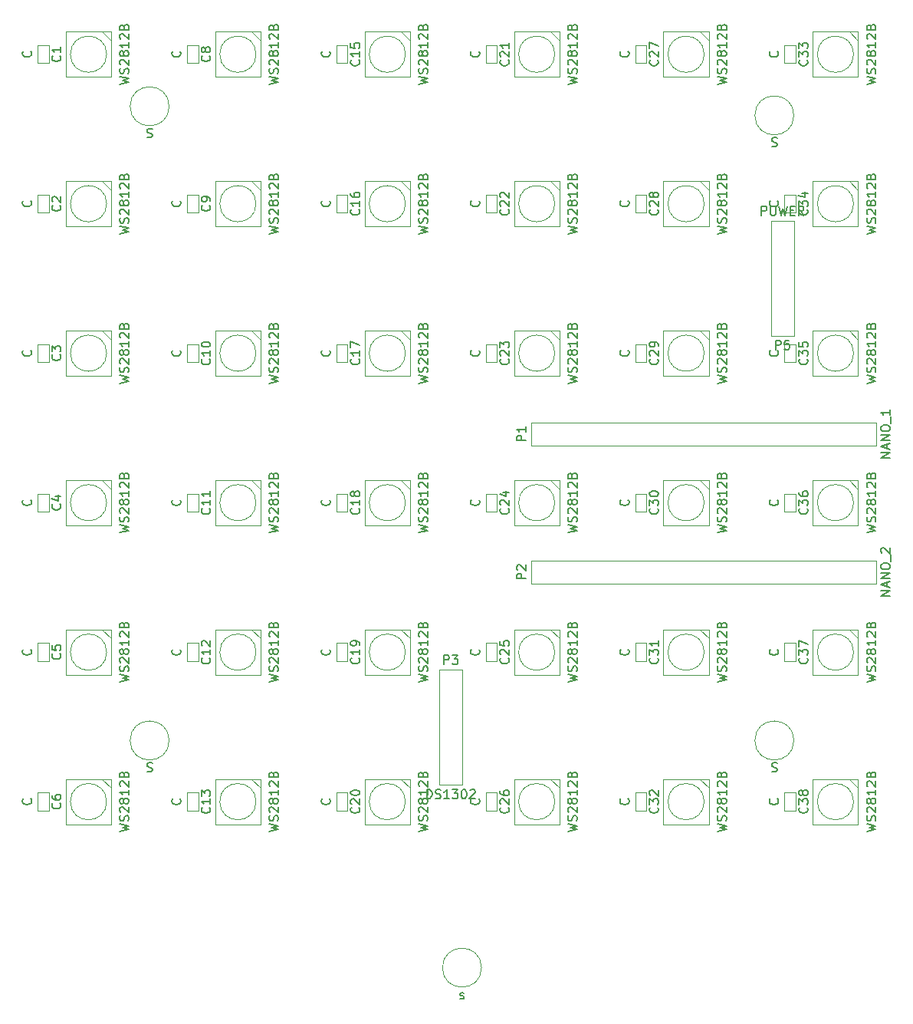
<source format=gbr>
G04 #@! TF.FileFunction,Other,Fab,Top*
%FSLAX46Y46*%
G04 Gerber Fmt 4.6, Leading zero omitted, Abs format (unit mm)*
G04 Created by KiCad (PCBNEW 4.0.5) date *
%MOMM*%
%LPD*%
G01*
G04 APERTURE LIST*
%ADD10C,0.100000*%
%ADD11C,0.150000*%
G04 APERTURE END LIST*
D10*
X114630000Y-58250000D02*
X115870000Y-58250000D01*
X114630000Y-60250000D02*
X114630000Y-58250000D01*
X115870000Y-60250000D02*
X114630000Y-60250000D01*
X115870000Y-58250000D02*
X115870000Y-60250000D01*
X114630000Y-74750000D02*
X115870000Y-74750000D01*
X114630000Y-76750000D02*
X114630000Y-74750000D01*
X115870000Y-76750000D02*
X114630000Y-76750000D01*
X115870000Y-74750000D02*
X115870000Y-76750000D01*
X114630000Y-91250000D02*
X115870000Y-91250000D01*
X114630000Y-93250000D02*
X114630000Y-91250000D01*
X115870000Y-93250000D02*
X114630000Y-93250000D01*
X115870000Y-91250000D02*
X115870000Y-93250000D01*
X114630000Y-107750000D02*
X115870000Y-107750000D01*
X114630000Y-109750000D02*
X114630000Y-107750000D01*
X115870000Y-109750000D02*
X114630000Y-109750000D01*
X115870000Y-107750000D02*
X115870000Y-109750000D01*
X114630000Y-124250000D02*
X115870000Y-124250000D01*
X114630000Y-126250000D02*
X114630000Y-124250000D01*
X115870000Y-126250000D02*
X114630000Y-126250000D01*
X115870000Y-124250000D02*
X115870000Y-126250000D01*
X114630000Y-140750000D02*
X115870000Y-140750000D01*
X114630000Y-142750000D02*
X114630000Y-140750000D01*
X115870000Y-142750000D02*
X114630000Y-142750000D01*
X115870000Y-140750000D02*
X115870000Y-142750000D01*
X131130000Y-58250000D02*
X132370000Y-58250000D01*
X131130000Y-60250000D02*
X131130000Y-58250000D01*
X132370000Y-60250000D02*
X131130000Y-60250000D01*
X132370000Y-58250000D02*
X132370000Y-60250000D01*
X131130000Y-74750000D02*
X132370000Y-74750000D01*
X131130000Y-76750000D02*
X131130000Y-74750000D01*
X132370000Y-76750000D02*
X131130000Y-76750000D01*
X132370000Y-74750000D02*
X132370000Y-76750000D01*
X131130000Y-91250000D02*
X132370000Y-91250000D01*
X131130000Y-93250000D02*
X131130000Y-91250000D01*
X132370000Y-93250000D02*
X131130000Y-93250000D01*
X132370000Y-91250000D02*
X132370000Y-93250000D01*
X131130000Y-107750000D02*
X132370000Y-107750000D01*
X131130000Y-109750000D02*
X131130000Y-107750000D01*
X132370000Y-109750000D02*
X131130000Y-109750000D01*
X132370000Y-107750000D02*
X132370000Y-109750000D01*
X131130000Y-124250000D02*
X132370000Y-124250000D01*
X131130000Y-126250000D02*
X131130000Y-124250000D01*
X132370000Y-126250000D02*
X131130000Y-126250000D01*
X132370000Y-124250000D02*
X132370000Y-126250000D01*
X131130000Y-140750000D02*
X132370000Y-140750000D01*
X131130000Y-142750000D02*
X131130000Y-140750000D01*
X132370000Y-142750000D02*
X131130000Y-142750000D01*
X132370000Y-140750000D02*
X132370000Y-142750000D01*
X147630000Y-58250000D02*
X148870000Y-58250000D01*
X147630000Y-60250000D02*
X147630000Y-58250000D01*
X148870000Y-60250000D02*
X147630000Y-60250000D01*
X148870000Y-58250000D02*
X148870000Y-60250000D01*
X147630000Y-74750000D02*
X148870000Y-74750000D01*
X147630000Y-76750000D02*
X147630000Y-74750000D01*
X148870000Y-76750000D02*
X147630000Y-76750000D01*
X148870000Y-74750000D02*
X148870000Y-76750000D01*
X147630000Y-91250000D02*
X148870000Y-91250000D01*
X147630000Y-93250000D02*
X147630000Y-91250000D01*
X148870000Y-93250000D02*
X147630000Y-93250000D01*
X148870000Y-91250000D02*
X148870000Y-93250000D01*
X147630000Y-107750000D02*
X148870000Y-107750000D01*
X147630000Y-109750000D02*
X147630000Y-107750000D01*
X148870000Y-109750000D02*
X147630000Y-109750000D01*
X148870000Y-107750000D02*
X148870000Y-109750000D01*
X147630000Y-124250000D02*
X148870000Y-124250000D01*
X147630000Y-126250000D02*
X147630000Y-124250000D01*
X148870000Y-126250000D02*
X147630000Y-126250000D01*
X148870000Y-124250000D02*
X148870000Y-126250000D01*
X147630000Y-140750000D02*
X148870000Y-140750000D01*
X147630000Y-142750000D02*
X147630000Y-140750000D01*
X148870000Y-142750000D02*
X147630000Y-142750000D01*
X148870000Y-140750000D02*
X148870000Y-142750000D01*
X164130000Y-58250000D02*
X165370000Y-58250000D01*
X164130000Y-60250000D02*
X164130000Y-58250000D01*
X165370000Y-60250000D02*
X164130000Y-60250000D01*
X165370000Y-58250000D02*
X165370000Y-60250000D01*
X164130000Y-74750000D02*
X165370000Y-74750000D01*
X164130000Y-76750000D02*
X164130000Y-74750000D01*
X165370000Y-76750000D02*
X164130000Y-76750000D01*
X165370000Y-74750000D02*
X165370000Y-76750000D01*
X164130000Y-91250000D02*
X165370000Y-91250000D01*
X164130000Y-93250000D02*
X164130000Y-91250000D01*
X165370000Y-93250000D02*
X164130000Y-93250000D01*
X165370000Y-91250000D02*
X165370000Y-93250000D01*
X164130000Y-107750000D02*
X165370000Y-107750000D01*
X164130000Y-109750000D02*
X164130000Y-107750000D01*
X165370000Y-109750000D02*
X164130000Y-109750000D01*
X165370000Y-107750000D02*
X165370000Y-109750000D01*
X164130000Y-124250000D02*
X165370000Y-124250000D01*
X164130000Y-126250000D02*
X164130000Y-124250000D01*
X165370000Y-126250000D02*
X164130000Y-126250000D01*
X165370000Y-124250000D02*
X165370000Y-126250000D01*
X164130000Y-140750000D02*
X165370000Y-140750000D01*
X164130000Y-142750000D02*
X164130000Y-140750000D01*
X165370000Y-142750000D02*
X164130000Y-142750000D01*
X165370000Y-140750000D02*
X165370000Y-142750000D01*
X180630000Y-58250000D02*
X181870000Y-58250000D01*
X180630000Y-60250000D02*
X180630000Y-58250000D01*
X181870000Y-60250000D02*
X180630000Y-60250000D01*
X181870000Y-58250000D02*
X181870000Y-60250000D01*
X180630000Y-74750000D02*
X181870000Y-74750000D01*
X180630000Y-76750000D02*
X180630000Y-74750000D01*
X181870000Y-76750000D02*
X180630000Y-76750000D01*
X181870000Y-74750000D02*
X181870000Y-76750000D01*
X180630000Y-91250000D02*
X181870000Y-91250000D01*
X180630000Y-93250000D02*
X180630000Y-91250000D01*
X181870000Y-93250000D02*
X180630000Y-93250000D01*
X181870000Y-91250000D02*
X181870000Y-93250000D01*
X180630000Y-107750000D02*
X181870000Y-107750000D01*
X180630000Y-109750000D02*
X180630000Y-107750000D01*
X181870000Y-109750000D02*
X180630000Y-109750000D01*
X181870000Y-107750000D02*
X181870000Y-109750000D01*
X180630000Y-124250000D02*
X181870000Y-124250000D01*
X180630000Y-126250000D02*
X180630000Y-124250000D01*
X181870000Y-126250000D02*
X180630000Y-126250000D01*
X181870000Y-124250000D02*
X181870000Y-126250000D01*
X180630000Y-140750000D02*
X181870000Y-140750000D01*
X180630000Y-142750000D02*
X180630000Y-140750000D01*
X181870000Y-142750000D02*
X180630000Y-142750000D01*
X181870000Y-140750000D02*
X181870000Y-142750000D01*
X197130000Y-58250000D02*
X198370000Y-58250000D01*
X197130000Y-60250000D02*
X197130000Y-58250000D01*
X198370000Y-60250000D02*
X197130000Y-60250000D01*
X198370000Y-58250000D02*
X198370000Y-60250000D01*
X197130000Y-74750000D02*
X198370000Y-74750000D01*
X197130000Y-76750000D02*
X197130000Y-74750000D01*
X198370000Y-76750000D02*
X197130000Y-76750000D01*
X198370000Y-74750000D02*
X198370000Y-76750000D01*
X197130000Y-91250000D02*
X198370000Y-91250000D01*
X197130000Y-93250000D02*
X197130000Y-91250000D01*
X198370000Y-93250000D02*
X197130000Y-93250000D01*
X198370000Y-91250000D02*
X198370000Y-93250000D01*
X197130000Y-107750000D02*
X198370000Y-107750000D01*
X197130000Y-109750000D02*
X197130000Y-107750000D01*
X198370000Y-109750000D02*
X197130000Y-109750000D01*
X198370000Y-107750000D02*
X198370000Y-109750000D01*
X197130000Y-124250000D02*
X198370000Y-124250000D01*
X197130000Y-126250000D02*
X197130000Y-124250000D01*
X198370000Y-126250000D02*
X197130000Y-126250000D01*
X198370000Y-124250000D02*
X198370000Y-126250000D01*
X197130000Y-140750000D02*
X198370000Y-140750000D01*
X197130000Y-142750000D02*
X197130000Y-140750000D01*
X198370000Y-142750000D02*
X197130000Y-142750000D01*
X198370000Y-140750000D02*
X198370000Y-142750000D01*
X121750000Y-56750000D02*
X122750000Y-57750000D01*
X117750000Y-61750000D02*
X122750000Y-61750000D01*
X122750000Y-61750000D02*
X122750000Y-56750000D01*
X122750000Y-56750000D02*
X117750000Y-56750000D01*
X117750000Y-56750000D02*
X117750000Y-61750000D01*
X122250000Y-59250000D02*
G75*
G03X122250000Y-59250000I-2000000J0D01*
G01*
X121750000Y-73250000D02*
X122750000Y-74250000D01*
X117750000Y-78250000D02*
X122750000Y-78250000D01*
X122750000Y-78250000D02*
X122750000Y-73250000D01*
X122750000Y-73250000D02*
X117750000Y-73250000D01*
X117750000Y-73250000D02*
X117750000Y-78250000D01*
X122250000Y-75750000D02*
G75*
G03X122250000Y-75750000I-2000000J0D01*
G01*
X121750000Y-89750000D02*
X122750000Y-90750000D01*
X117750000Y-94750000D02*
X122750000Y-94750000D01*
X122750000Y-94750000D02*
X122750000Y-89750000D01*
X122750000Y-89750000D02*
X117750000Y-89750000D01*
X117750000Y-89750000D02*
X117750000Y-94750000D01*
X122250000Y-92250000D02*
G75*
G03X122250000Y-92250000I-2000000J0D01*
G01*
X121750000Y-106250000D02*
X122750000Y-107250000D01*
X117750000Y-111250000D02*
X122750000Y-111250000D01*
X122750000Y-111250000D02*
X122750000Y-106250000D01*
X122750000Y-106250000D02*
X117750000Y-106250000D01*
X117750000Y-106250000D02*
X117750000Y-111250000D01*
X122250000Y-108750000D02*
G75*
G03X122250000Y-108750000I-2000000J0D01*
G01*
X121750000Y-122750000D02*
X122750000Y-123750000D01*
X117750000Y-127750000D02*
X122750000Y-127750000D01*
X122750000Y-127750000D02*
X122750000Y-122750000D01*
X122750000Y-122750000D02*
X117750000Y-122750000D01*
X117750000Y-122750000D02*
X117750000Y-127750000D01*
X122250000Y-125250000D02*
G75*
G03X122250000Y-125250000I-2000000J0D01*
G01*
X121750000Y-139250000D02*
X122750000Y-140250000D01*
X117750000Y-144250000D02*
X122750000Y-144250000D01*
X122750000Y-144250000D02*
X122750000Y-139250000D01*
X122750000Y-139250000D02*
X117750000Y-139250000D01*
X117750000Y-139250000D02*
X117750000Y-144250000D01*
X122250000Y-141750000D02*
G75*
G03X122250000Y-141750000I-2000000J0D01*
G01*
X138250000Y-56750000D02*
X139250000Y-57750000D01*
X134250000Y-61750000D02*
X139250000Y-61750000D01*
X139250000Y-61750000D02*
X139250000Y-56750000D01*
X139250000Y-56750000D02*
X134250000Y-56750000D01*
X134250000Y-56750000D02*
X134250000Y-61750000D01*
X138750000Y-59250000D02*
G75*
G03X138750000Y-59250000I-2000000J0D01*
G01*
X138250000Y-73250000D02*
X139250000Y-74250000D01*
X134250000Y-78250000D02*
X139250000Y-78250000D01*
X139250000Y-78250000D02*
X139250000Y-73250000D01*
X139250000Y-73250000D02*
X134250000Y-73250000D01*
X134250000Y-73250000D02*
X134250000Y-78250000D01*
X138750000Y-75750000D02*
G75*
G03X138750000Y-75750000I-2000000J0D01*
G01*
X138250000Y-89750000D02*
X139250000Y-90750000D01*
X134250000Y-94750000D02*
X139250000Y-94750000D01*
X139250000Y-94750000D02*
X139250000Y-89750000D01*
X139250000Y-89750000D02*
X134250000Y-89750000D01*
X134250000Y-89750000D02*
X134250000Y-94750000D01*
X138750000Y-92250000D02*
G75*
G03X138750000Y-92250000I-2000000J0D01*
G01*
X138250000Y-106250000D02*
X139250000Y-107250000D01*
X134250000Y-111250000D02*
X139250000Y-111250000D01*
X139250000Y-111250000D02*
X139250000Y-106250000D01*
X139250000Y-106250000D02*
X134250000Y-106250000D01*
X134250000Y-106250000D02*
X134250000Y-111250000D01*
X138750000Y-108750000D02*
G75*
G03X138750000Y-108750000I-2000000J0D01*
G01*
X138250000Y-122750000D02*
X139250000Y-123750000D01*
X134250000Y-127750000D02*
X139250000Y-127750000D01*
X139250000Y-127750000D02*
X139250000Y-122750000D01*
X139250000Y-122750000D02*
X134250000Y-122750000D01*
X134250000Y-122750000D02*
X134250000Y-127750000D01*
X138750000Y-125250000D02*
G75*
G03X138750000Y-125250000I-2000000J0D01*
G01*
X138250000Y-139250000D02*
X139250000Y-140250000D01*
X134250000Y-144250000D02*
X139250000Y-144250000D01*
X139250000Y-144250000D02*
X139250000Y-139250000D01*
X139250000Y-139250000D02*
X134250000Y-139250000D01*
X134250000Y-139250000D02*
X134250000Y-144250000D01*
X138750000Y-141750000D02*
G75*
G03X138750000Y-141750000I-2000000J0D01*
G01*
X154750000Y-56750000D02*
X155750000Y-57750000D01*
X150750000Y-61750000D02*
X155750000Y-61750000D01*
X155750000Y-61750000D02*
X155750000Y-56750000D01*
X155750000Y-56750000D02*
X150750000Y-56750000D01*
X150750000Y-56750000D02*
X150750000Y-61750000D01*
X155250000Y-59250000D02*
G75*
G03X155250000Y-59250000I-2000000J0D01*
G01*
X154750000Y-73250000D02*
X155750000Y-74250000D01*
X150750000Y-78250000D02*
X155750000Y-78250000D01*
X155750000Y-78250000D02*
X155750000Y-73250000D01*
X155750000Y-73250000D02*
X150750000Y-73250000D01*
X150750000Y-73250000D02*
X150750000Y-78250000D01*
X155250000Y-75750000D02*
G75*
G03X155250000Y-75750000I-2000000J0D01*
G01*
X154750000Y-89750000D02*
X155750000Y-90750000D01*
X150750000Y-94750000D02*
X155750000Y-94750000D01*
X155750000Y-94750000D02*
X155750000Y-89750000D01*
X155750000Y-89750000D02*
X150750000Y-89750000D01*
X150750000Y-89750000D02*
X150750000Y-94750000D01*
X155250000Y-92250000D02*
G75*
G03X155250000Y-92250000I-2000000J0D01*
G01*
X154750000Y-106250000D02*
X155750000Y-107250000D01*
X150750000Y-111250000D02*
X155750000Y-111250000D01*
X155750000Y-111250000D02*
X155750000Y-106250000D01*
X155750000Y-106250000D02*
X150750000Y-106250000D01*
X150750000Y-106250000D02*
X150750000Y-111250000D01*
X155250000Y-108750000D02*
G75*
G03X155250000Y-108750000I-2000000J0D01*
G01*
X154750000Y-122750000D02*
X155750000Y-123750000D01*
X150750000Y-127750000D02*
X155750000Y-127750000D01*
X155750000Y-127750000D02*
X155750000Y-122750000D01*
X155750000Y-122750000D02*
X150750000Y-122750000D01*
X150750000Y-122750000D02*
X150750000Y-127750000D01*
X155250000Y-125250000D02*
G75*
G03X155250000Y-125250000I-2000000J0D01*
G01*
X154750000Y-139250000D02*
X155750000Y-140250000D01*
X150750000Y-144250000D02*
X155750000Y-144250000D01*
X155750000Y-144250000D02*
X155750000Y-139250000D01*
X155750000Y-139250000D02*
X150750000Y-139250000D01*
X150750000Y-139250000D02*
X150750000Y-144250000D01*
X155250000Y-141750000D02*
G75*
G03X155250000Y-141750000I-2000000J0D01*
G01*
X171250000Y-56750000D02*
X172250000Y-57750000D01*
X167250000Y-61750000D02*
X172250000Y-61750000D01*
X172250000Y-61750000D02*
X172250000Y-56750000D01*
X172250000Y-56750000D02*
X167250000Y-56750000D01*
X167250000Y-56750000D02*
X167250000Y-61750000D01*
X171750000Y-59250000D02*
G75*
G03X171750000Y-59250000I-2000000J0D01*
G01*
X171250000Y-73250000D02*
X172250000Y-74250000D01*
X167250000Y-78250000D02*
X172250000Y-78250000D01*
X172250000Y-78250000D02*
X172250000Y-73250000D01*
X172250000Y-73250000D02*
X167250000Y-73250000D01*
X167250000Y-73250000D02*
X167250000Y-78250000D01*
X171750000Y-75750000D02*
G75*
G03X171750000Y-75750000I-2000000J0D01*
G01*
X171250000Y-89750000D02*
X172250000Y-90750000D01*
X167250000Y-94750000D02*
X172250000Y-94750000D01*
X172250000Y-94750000D02*
X172250000Y-89750000D01*
X172250000Y-89750000D02*
X167250000Y-89750000D01*
X167250000Y-89750000D02*
X167250000Y-94750000D01*
X171750000Y-92250000D02*
G75*
G03X171750000Y-92250000I-2000000J0D01*
G01*
X171250000Y-106250000D02*
X172250000Y-107250000D01*
X167250000Y-111250000D02*
X172250000Y-111250000D01*
X172250000Y-111250000D02*
X172250000Y-106250000D01*
X172250000Y-106250000D02*
X167250000Y-106250000D01*
X167250000Y-106250000D02*
X167250000Y-111250000D01*
X171750000Y-108750000D02*
G75*
G03X171750000Y-108750000I-2000000J0D01*
G01*
X171250000Y-122750000D02*
X172250000Y-123750000D01*
X167250000Y-127750000D02*
X172250000Y-127750000D01*
X172250000Y-127750000D02*
X172250000Y-122750000D01*
X172250000Y-122750000D02*
X167250000Y-122750000D01*
X167250000Y-122750000D02*
X167250000Y-127750000D01*
X171750000Y-125250000D02*
G75*
G03X171750000Y-125250000I-2000000J0D01*
G01*
X171250000Y-139250000D02*
X172250000Y-140250000D01*
X167250000Y-144250000D02*
X172250000Y-144250000D01*
X172250000Y-144250000D02*
X172250000Y-139250000D01*
X172250000Y-139250000D02*
X167250000Y-139250000D01*
X167250000Y-139250000D02*
X167250000Y-144250000D01*
X171750000Y-141750000D02*
G75*
G03X171750000Y-141750000I-2000000J0D01*
G01*
X187750000Y-56750000D02*
X188750000Y-57750000D01*
X183750000Y-61750000D02*
X188750000Y-61750000D01*
X188750000Y-61750000D02*
X188750000Y-56750000D01*
X188750000Y-56750000D02*
X183750000Y-56750000D01*
X183750000Y-56750000D02*
X183750000Y-61750000D01*
X188250000Y-59250000D02*
G75*
G03X188250000Y-59250000I-2000000J0D01*
G01*
X187750000Y-73250000D02*
X188750000Y-74250000D01*
X183750000Y-78250000D02*
X188750000Y-78250000D01*
X188750000Y-78250000D02*
X188750000Y-73250000D01*
X188750000Y-73250000D02*
X183750000Y-73250000D01*
X183750000Y-73250000D02*
X183750000Y-78250000D01*
X188250000Y-75750000D02*
G75*
G03X188250000Y-75750000I-2000000J0D01*
G01*
X187750000Y-89750000D02*
X188750000Y-90750000D01*
X183750000Y-94750000D02*
X188750000Y-94750000D01*
X188750000Y-94750000D02*
X188750000Y-89750000D01*
X188750000Y-89750000D02*
X183750000Y-89750000D01*
X183750000Y-89750000D02*
X183750000Y-94750000D01*
X188250000Y-92250000D02*
G75*
G03X188250000Y-92250000I-2000000J0D01*
G01*
X187750000Y-106250000D02*
X188750000Y-107250000D01*
X183750000Y-111250000D02*
X188750000Y-111250000D01*
X188750000Y-111250000D02*
X188750000Y-106250000D01*
X188750000Y-106250000D02*
X183750000Y-106250000D01*
X183750000Y-106250000D02*
X183750000Y-111250000D01*
X188250000Y-108750000D02*
G75*
G03X188250000Y-108750000I-2000000J0D01*
G01*
X187750000Y-122750000D02*
X188750000Y-123750000D01*
X183750000Y-127750000D02*
X188750000Y-127750000D01*
X188750000Y-127750000D02*
X188750000Y-122750000D01*
X188750000Y-122750000D02*
X183750000Y-122750000D01*
X183750000Y-122750000D02*
X183750000Y-127750000D01*
X188250000Y-125250000D02*
G75*
G03X188250000Y-125250000I-2000000J0D01*
G01*
X187750000Y-139250000D02*
X188750000Y-140250000D01*
X183750000Y-144250000D02*
X188750000Y-144250000D01*
X188750000Y-144250000D02*
X188750000Y-139250000D01*
X188750000Y-139250000D02*
X183750000Y-139250000D01*
X183750000Y-139250000D02*
X183750000Y-144250000D01*
X188250000Y-141750000D02*
G75*
G03X188250000Y-141750000I-2000000J0D01*
G01*
X204250000Y-56750000D02*
X205250000Y-57750000D01*
X200250000Y-61750000D02*
X205250000Y-61750000D01*
X205250000Y-61750000D02*
X205250000Y-56750000D01*
X205250000Y-56750000D02*
X200250000Y-56750000D01*
X200250000Y-56750000D02*
X200250000Y-61750000D01*
X204750000Y-59250000D02*
G75*
G03X204750000Y-59250000I-2000000J0D01*
G01*
X204250000Y-73250000D02*
X205250000Y-74250000D01*
X200250000Y-78250000D02*
X205250000Y-78250000D01*
X205250000Y-78250000D02*
X205250000Y-73250000D01*
X205250000Y-73250000D02*
X200250000Y-73250000D01*
X200250000Y-73250000D02*
X200250000Y-78250000D01*
X204750000Y-75750000D02*
G75*
G03X204750000Y-75750000I-2000000J0D01*
G01*
X204250000Y-89750000D02*
X205250000Y-90750000D01*
X200250000Y-94750000D02*
X205250000Y-94750000D01*
X205250000Y-94750000D02*
X205250000Y-89750000D01*
X205250000Y-89750000D02*
X200250000Y-89750000D01*
X200250000Y-89750000D02*
X200250000Y-94750000D01*
X204750000Y-92250000D02*
G75*
G03X204750000Y-92250000I-2000000J0D01*
G01*
X204250000Y-106250000D02*
X205250000Y-107250000D01*
X200250000Y-111250000D02*
X205250000Y-111250000D01*
X205250000Y-111250000D02*
X205250000Y-106250000D01*
X205250000Y-106250000D02*
X200250000Y-106250000D01*
X200250000Y-106250000D02*
X200250000Y-111250000D01*
X204750000Y-108750000D02*
G75*
G03X204750000Y-108750000I-2000000J0D01*
G01*
X204250000Y-122750000D02*
X205250000Y-123750000D01*
X200250000Y-127750000D02*
X205250000Y-127750000D01*
X205250000Y-127750000D02*
X205250000Y-122750000D01*
X205250000Y-122750000D02*
X200250000Y-122750000D01*
X200250000Y-122750000D02*
X200250000Y-127750000D01*
X204750000Y-125250000D02*
G75*
G03X204750000Y-125250000I-2000000J0D01*
G01*
X204250000Y-139250000D02*
X205250000Y-140250000D01*
X200250000Y-144250000D02*
X205250000Y-144250000D01*
X205250000Y-144250000D02*
X205250000Y-139250000D01*
X205250000Y-139250000D02*
X200250000Y-139250000D01*
X200250000Y-139250000D02*
X200250000Y-144250000D01*
X204750000Y-141750000D02*
G75*
G03X204750000Y-141750000I-2000000J0D01*
G01*
X158990000Y-127200000D02*
X158990000Y-139900000D01*
X158990000Y-139900000D02*
X161530000Y-139900000D01*
X161530000Y-139900000D02*
X161530000Y-127200000D01*
X161530000Y-127200000D02*
X158990000Y-127200000D01*
X198160000Y-90330000D02*
X198160000Y-77630000D01*
X198160000Y-77630000D02*
X195620000Y-77630000D01*
X195620000Y-77630000D02*
X195620000Y-90330000D01*
X195620000Y-90330000D02*
X198160000Y-90330000D01*
X169150000Y-102435000D02*
X207250000Y-102435000D01*
X207250000Y-102435000D02*
X207250000Y-99895000D01*
X207250000Y-99895000D02*
X169150000Y-99895000D01*
X169150000Y-99895000D02*
X169150000Y-102435000D01*
X169150000Y-117675000D02*
X207250000Y-117675000D01*
X207250000Y-117675000D02*
X207250000Y-115135000D01*
X207250000Y-115135000D02*
X169150000Y-115135000D01*
X169150000Y-115135000D02*
X169150000Y-117675000D01*
X129154066Y-135000000D02*
G75*
G03X129154066Y-135000000I-2154066J0D01*
G01*
X198154066Y-135000000D02*
G75*
G03X198154066Y-135000000I-2154066J0D01*
G01*
X198154066Y-66000000D02*
G75*
G03X198154066Y-66000000I-2154066J0D01*
G01*
X129154066Y-65000000D02*
G75*
G03X129154066Y-65000000I-2154066J0D01*
G01*
X163654066Y-160075001D02*
G75*
G03X163654066Y-160075001I-2154066J0D01*
G01*
D11*
X113857143Y-58940476D02*
X113904762Y-58988095D01*
X113952381Y-59130952D01*
X113952381Y-59226190D01*
X113904762Y-59369048D01*
X113809524Y-59464286D01*
X113714286Y-59511905D01*
X113523810Y-59559524D01*
X113380952Y-59559524D01*
X113190476Y-59511905D01*
X113095238Y-59464286D01*
X113000000Y-59369048D01*
X112952381Y-59226190D01*
X112952381Y-59130952D01*
X113000000Y-58988095D01*
X113047619Y-58940476D01*
X117107143Y-59416666D02*
X117154762Y-59464285D01*
X117202381Y-59607142D01*
X117202381Y-59702380D01*
X117154762Y-59845238D01*
X117059524Y-59940476D01*
X116964286Y-59988095D01*
X116773810Y-60035714D01*
X116630952Y-60035714D01*
X116440476Y-59988095D01*
X116345238Y-59940476D01*
X116250000Y-59845238D01*
X116202381Y-59702380D01*
X116202381Y-59607142D01*
X116250000Y-59464285D01*
X116297619Y-59416666D01*
X117202381Y-58464285D02*
X117202381Y-59035714D01*
X117202381Y-58750000D02*
X116202381Y-58750000D01*
X116345238Y-58845238D01*
X116440476Y-58940476D01*
X116488095Y-59035714D01*
X113857143Y-75440476D02*
X113904762Y-75488095D01*
X113952381Y-75630952D01*
X113952381Y-75726190D01*
X113904762Y-75869048D01*
X113809524Y-75964286D01*
X113714286Y-76011905D01*
X113523810Y-76059524D01*
X113380952Y-76059524D01*
X113190476Y-76011905D01*
X113095238Y-75964286D01*
X113000000Y-75869048D01*
X112952381Y-75726190D01*
X112952381Y-75630952D01*
X113000000Y-75488095D01*
X113047619Y-75440476D01*
X117107143Y-75916666D02*
X117154762Y-75964285D01*
X117202381Y-76107142D01*
X117202381Y-76202380D01*
X117154762Y-76345238D01*
X117059524Y-76440476D01*
X116964286Y-76488095D01*
X116773810Y-76535714D01*
X116630952Y-76535714D01*
X116440476Y-76488095D01*
X116345238Y-76440476D01*
X116250000Y-76345238D01*
X116202381Y-76202380D01*
X116202381Y-76107142D01*
X116250000Y-75964285D01*
X116297619Y-75916666D01*
X116297619Y-75535714D02*
X116250000Y-75488095D01*
X116202381Y-75392857D01*
X116202381Y-75154761D01*
X116250000Y-75059523D01*
X116297619Y-75011904D01*
X116392857Y-74964285D01*
X116488095Y-74964285D01*
X116630952Y-75011904D01*
X117202381Y-75583333D01*
X117202381Y-74964285D01*
X113857143Y-91940476D02*
X113904762Y-91988095D01*
X113952381Y-92130952D01*
X113952381Y-92226190D01*
X113904762Y-92369048D01*
X113809524Y-92464286D01*
X113714286Y-92511905D01*
X113523810Y-92559524D01*
X113380952Y-92559524D01*
X113190476Y-92511905D01*
X113095238Y-92464286D01*
X113000000Y-92369048D01*
X112952381Y-92226190D01*
X112952381Y-92130952D01*
X113000000Y-91988095D01*
X113047619Y-91940476D01*
X117107143Y-92416666D02*
X117154762Y-92464285D01*
X117202381Y-92607142D01*
X117202381Y-92702380D01*
X117154762Y-92845238D01*
X117059524Y-92940476D01*
X116964286Y-92988095D01*
X116773810Y-93035714D01*
X116630952Y-93035714D01*
X116440476Y-92988095D01*
X116345238Y-92940476D01*
X116250000Y-92845238D01*
X116202381Y-92702380D01*
X116202381Y-92607142D01*
X116250000Y-92464285D01*
X116297619Y-92416666D01*
X116202381Y-92083333D02*
X116202381Y-91464285D01*
X116583333Y-91797619D01*
X116583333Y-91654761D01*
X116630952Y-91559523D01*
X116678571Y-91511904D01*
X116773810Y-91464285D01*
X117011905Y-91464285D01*
X117107143Y-91511904D01*
X117154762Y-91559523D01*
X117202381Y-91654761D01*
X117202381Y-91940476D01*
X117154762Y-92035714D01*
X117107143Y-92083333D01*
X113857143Y-108440476D02*
X113904762Y-108488095D01*
X113952381Y-108630952D01*
X113952381Y-108726190D01*
X113904762Y-108869048D01*
X113809524Y-108964286D01*
X113714286Y-109011905D01*
X113523810Y-109059524D01*
X113380952Y-109059524D01*
X113190476Y-109011905D01*
X113095238Y-108964286D01*
X113000000Y-108869048D01*
X112952381Y-108726190D01*
X112952381Y-108630952D01*
X113000000Y-108488095D01*
X113047619Y-108440476D01*
X117107143Y-108916666D02*
X117154762Y-108964285D01*
X117202381Y-109107142D01*
X117202381Y-109202380D01*
X117154762Y-109345238D01*
X117059524Y-109440476D01*
X116964286Y-109488095D01*
X116773810Y-109535714D01*
X116630952Y-109535714D01*
X116440476Y-109488095D01*
X116345238Y-109440476D01*
X116250000Y-109345238D01*
X116202381Y-109202380D01*
X116202381Y-109107142D01*
X116250000Y-108964285D01*
X116297619Y-108916666D01*
X116535714Y-108059523D02*
X117202381Y-108059523D01*
X116154762Y-108297619D02*
X116869048Y-108535714D01*
X116869048Y-107916666D01*
X113857143Y-124940476D02*
X113904762Y-124988095D01*
X113952381Y-125130952D01*
X113952381Y-125226190D01*
X113904762Y-125369048D01*
X113809524Y-125464286D01*
X113714286Y-125511905D01*
X113523810Y-125559524D01*
X113380952Y-125559524D01*
X113190476Y-125511905D01*
X113095238Y-125464286D01*
X113000000Y-125369048D01*
X112952381Y-125226190D01*
X112952381Y-125130952D01*
X113000000Y-124988095D01*
X113047619Y-124940476D01*
X117107143Y-125416666D02*
X117154762Y-125464285D01*
X117202381Y-125607142D01*
X117202381Y-125702380D01*
X117154762Y-125845238D01*
X117059524Y-125940476D01*
X116964286Y-125988095D01*
X116773810Y-126035714D01*
X116630952Y-126035714D01*
X116440476Y-125988095D01*
X116345238Y-125940476D01*
X116250000Y-125845238D01*
X116202381Y-125702380D01*
X116202381Y-125607142D01*
X116250000Y-125464285D01*
X116297619Y-125416666D01*
X116202381Y-124511904D02*
X116202381Y-124988095D01*
X116678571Y-125035714D01*
X116630952Y-124988095D01*
X116583333Y-124892857D01*
X116583333Y-124654761D01*
X116630952Y-124559523D01*
X116678571Y-124511904D01*
X116773810Y-124464285D01*
X117011905Y-124464285D01*
X117107143Y-124511904D01*
X117154762Y-124559523D01*
X117202381Y-124654761D01*
X117202381Y-124892857D01*
X117154762Y-124988095D01*
X117107143Y-125035714D01*
X113857143Y-141440476D02*
X113904762Y-141488095D01*
X113952381Y-141630952D01*
X113952381Y-141726190D01*
X113904762Y-141869048D01*
X113809524Y-141964286D01*
X113714286Y-142011905D01*
X113523810Y-142059524D01*
X113380952Y-142059524D01*
X113190476Y-142011905D01*
X113095238Y-141964286D01*
X113000000Y-141869048D01*
X112952381Y-141726190D01*
X112952381Y-141630952D01*
X113000000Y-141488095D01*
X113047619Y-141440476D01*
X117107143Y-141916666D02*
X117154762Y-141964285D01*
X117202381Y-142107142D01*
X117202381Y-142202380D01*
X117154762Y-142345238D01*
X117059524Y-142440476D01*
X116964286Y-142488095D01*
X116773810Y-142535714D01*
X116630952Y-142535714D01*
X116440476Y-142488095D01*
X116345238Y-142440476D01*
X116250000Y-142345238D01*
X116202381Y-142202380D01*
X116202381Y-142107142D01*
X116250000Y-141964285D01*
X116297619Y-141916666D01*
X116202381Y-141059523D02*
X116202381Y-141250000D01*
X116250000Y-141345238D01*
X116297619Y-141392857D01*
X116440476Y-141488095D01*
X116630952Y-141535714D01*
X117011905Y-141535714D01*
X117107143Y-141488095D01*
X117154762Y-141440476D01*
X117202381Y-141345238D01*
X117202381Y-141154761D01*
X117154762Y-141059523D01*
X117107143Y-141011904D01*
X117011905Y-140964285D01*
X116773810Y-140964285D01*
X116678571Y-141011904D01*
X116630952Y-141059523D01*
X116583333Y-141154761D01*
X116583333Y-141345238D01*
X116630952Y-141440476D01*
X116678571Y-141488095D01*
X116773810Y-141535714D01*
X130357143Y-58940476D02*
X130404762Y-58988095D01*
X130452381Y-59130952D01*
X130452381Y-59226190D01*
X130404762Y-59369048D01*
X130309524Y-59464286D01*
X130214286Y-59511905D01*
X130023810Y-59559524D01*
X129880952Y-59559524D01*
X129690476Y-59511905D01*
X129595238Y-59464286D01*
X129500000Y-59369048D01*
X129452381Y-59226190D01*
X129452381Y-59130952D01*
X129500000Y-58988095D01*
X129547619Y-58940476D01*
X133607143Y-59416666D02*
X133654762Y-59464285D01*
X133702381Y-59607142D01*
X133702381Y-59702380D01*
X133654762Y-59845238D01*
X133559524Y-59940476D01*
X133464286Y-59988095D01*
X133273810Y-60035714D01*
X133130952Y-60035714D01*
X132940476Y-59988095D01*
X132845238Y-59940476D01*
X132750000Y-59845238D01*
X132702381Y-59702380D01*
X132702381Y-59607142D01*
X132750000Y-59464285D01*
X132797619Y-59416666D01*
X133130952Y-58845238D02*
X133083333Y-58940476D01*
X133035714Y-58988095D01*
X132940476Y-59035714D01*
X132892857Y-59035714D01*
X132797619Y-58988095D01*
X132750000Y-58940476D01*
X132702381Y-58845238D01*
X132702381Y-58654761D01*
X132750000Y-58559523D01*
X132797619Y-58511904D01*
X132892857Y-58464285D01*
X132940476Y-58464285D01*
X133035714Y-58511904D01*
X133083333Y-58559523D01*
X133130952Y-58654761D01*
X133130952Y-58845238D01*
X133178571Y-58940476D01*
X133226190Y-58988095D01*
X133321429Y-59035714D01*
X133511905Y-59035714D01*
X133607143Y-58988095D01*
X133654762Y-58940476D01*
X133702381Y-58845238D01*
X133702381Y-58654761D01*
X133654762Y-58559523D01*
X133607143Y-58511904D01*
X133511905Y-58464285D01*
X133321429Y-58464285D01*
X133226190Y-58511904D01*
X133178571Y-58559523D01*
X133130952Y-58654761D01*
X130357143Y-75440476D02*
X130404762Y-75488095D01*
X130452381Y-75630952D01*
X130452381Y-75726190D01*
X130404762Y-75869048D01*
X130309524Y-75964286D01*
X130214286Y-76011905D01*
X130023810Y-76059524D01*
X129880952Y-76059524D01*
X129690476Y-76011905D01*
X129595238Y-75964286D01*
X129500000Y-75869048D01*
X129452381Y-75726190D01*
X129452381Y-75630952D01*
X129500000Y-75488095D01*
X129547619Y-75440476D01*
X133607143Y-75916666D02*
X133654762Y-75964285D01*
X133702381Y-76107142D01*
X133702381Y-76202380D01*
X133654762Y-76345238D01*
X133559524Y-76440476D01*
X133464286Y-76488095D01*
X133273810Y-76535714D01*
X133130952Y-76535714D01*
X132940476Y-76488095D01*
X132845238Y-76440476D01*
X132750000Y-76345238D01*
X132702381Y-76202380D01*
X132702381Y-76107142D01*
X132750000Y-75964285D01*
X132797619Y-75916666D01*
X133702381Y-75440476D02*
X133702381Y-75250000D01*
X133654762Y-75154761D01*
X133607143Y-75107142D01*
X133464286Y-75011904D01*
X133273810Y-74964285D01*
X132892857Y-74964285D01*
X132797619Y-75011904D01*
X132750000Y-75059523D01*
X132702381Y-75154761D01*
X132702381Y-75345238D01*
X132750000Y-75440476D01*
X132797619Y-75488095D01*
X132892857Y-75535714D01*
X133130952Y-75535714D01*
X133226190Y-75488095D01*
X133273810Y-75440476D01*
X133321429Y-75345238D01*
X133321429Y-75154761D01*
X133273810Y-75059523D01*
X133226190Y-75011904D01*
X133130952Y-74964285D01*
X130357143Y-91940476D02*
X130404762Y-91988095D01*
X130452381Y-92130952D01*
X130452381Y-92226190D01*
X130404762Y-92369048D01*
X130309524Y-92464286D01*
X130214286Y-92511905D01*
X130023810Y-92559524D01*
X129880952Y-92559524D01*
X129690476Y-92511905D01*
X129595238Y-92464286D01*
X129500000Y-92369048D01*
X129452381Y-92226190D01*
X129452381Y-92130952D01*
X129500000Y-91988095D01*
X129547619Y-91940476D01*
X133607143Y-92892857D02*
X133654762Y-92940476D01*
X133702381Y-93083333D01*
X133702381Y-93178571D01*
X133654762Y-93321429D01*
X133559524Y-93416667D01*
X133464286Y-93464286D01*
X133273810Y-93511905D01*
X133130952Y-93511905D01*
X132940476Y-93464286D01*
X132845238Y-93416667D01*
X132750000Y-93321429D01*
X132702381Y-93178571D01*
X132702381Y-93083333D01*
X132750000Y-92940476D01*
X132797619Y-92892857D01*
X133702381Y-91940476D02*
X133702381Y-92511905D01*
X133702381Y-92226191D02*
X132702381Y-92226191D01*
X132845238Y-92321429D01*
X132940476Y-92416667D01*
X132988095Y-92511905D01*
X132702381Y-91321429D02*
X132702381Y-91226190D01*
X132750000Y-91130952D01*
X132797619Y-91083333D01*
X132892857Y-91035714D01*
X133083333Y-90988095D01*
X133321429Y-90988095D01*
X133511905Y-91035714D01*
X133607143Y-91083333D01*
X133654762Y-91130952D01*
X133702381Y-91226190D01*
X133702381Y-91321429D01*
X133654762Y-91416667D01*
X133607143Y-91464286D01*
X133511905Y-91511905D01*
X133321429Y-91559524D01*
X133083333Y-91559524D01*
X132892857Y-91511905D01*
X132797619Y-91464286D01*
X132750000Y-91416667D01*
X132702381Y-91321429D01*
X130357143Y-108440476D02*
X130404762Y-108488095D01*
X130452381Y-108630952D01*
X130452381Y-108726190D01*
X130404762Y-108869048D01*
X130309524Y-108964286D01*
X130214286Y-109011905D01*
X130023810Y-109059524D01*
X129880952Y-109059524D01*
X129690476Y-109011905D01*
X129595238Y-108964286D01*
X129500000Y-108869048D01*
X129452381Y-108726190D01*
X129452381Y-108630952D01*
X129500000Y-108488095D01*
X129547619Y-108440476D01*
X133607143Y-109392857D02*
X133654762Y-109440476D01*
X133702381Y-109583333D01*
X133702381Y-109678571D01*
X133654762Y-109821429D01*
X133559524Y-109916667D01*
X133464286Y-109964286D01*
X133273810Y-110011905D01*
X133130952Y-110011905D01*
X132940476Y-109964286D01*
X132845238Y-109916667D01*
X132750000Y-109821429D01*
X132702381Y-109678571D01*
X132702381Y-109583333D01*
X132750000Y-109440476D01*
X132797619Y-109392857D01*
X133702381Y-108440476D02*
X133702381Y-109011905D01*
X133702381Y-108726191D02*
X132702381Y-108726191D01*
X132845238Y-108821429D01*
X132940476Y-108916667D01*
X132988095Y-109011905D01*
X133702381Y-107488095D02*
X133702381Y-108059524D01*
X133702381Y-107773810D02*
X132702381Y-107773810D01*
X132845238Y-107869048D01*
X132940476Y-107964286D01*
X132988095Y-108059524D01*
X130357143Y-124940476D02*
X130404762Y-124988095D01*
X130452381Y-125130952D01*
X130452381Y-125226190D01*
X130404762Y-125369048D01*
X130309524Y-125464286D01*
X130214286Y-125511905D01*
X130023810Y-125559524D01*
X129880952Y-125559524D01*
X129690476Y-125511905D01*
X129595238Y-125464286D01*
X129500000Y-125369048D01*
X129452381Y-125226190D01*
X129452381Y-125130952D01*
X129500000Y-124988095D01*
X129547619Y-124940476D01*
X133607143Y-125892857D02*
X133654762Y-125940476D01*
X133702381Y-126083333D01*
X133702381Y-126178571D01*
X133654762Y-126321429D01*
X133559524Y-126416667D01*
X133464286Y-126464286D01*
X133273810Y-126511905D01*
X133130952Y-126511905D01*
X132940476Y-126464286D01*
X132845238Y-126416667D01*
X132750000Y-126321429D01*
X132702381Y-126178571D01*
X132702381Y-126083333D01*
X132750000Y-125940476D01*
X132797619Y-125892857D01*
X133702381Y-124940476D02*
X133702381Y-125511905D01*
X133702381Y-125226191D02*
X132702381Y-125226191D01*
X132845238Y-125321429D01*
X132940476Y-125416667D01*
X132988095Y-125511905D01*
X132797619Y-124559524D02*
X132750000Y-124511905D01*
X132702381Y-124416667D01*
X132702381Y-124178571D01*
X132750000Y-124083333D01*
X132797619Y-124035714D01*
X132892857Y-123988095D01*
X132988095Y-123988095D01*
X133130952Y-124035714D01*
X133702381Y-124607143D01*
X133702381Y-123988095D01*
X130357143Y-141440476D02*
X130404762Y-141488095D01*
X130452381Y-141630952D01*
X130452381Y-141726190D01*
X130404762Y-141869048D01*
X130309524Y-141964286D01*
X130214286Y-142011905D01*
X130023810Y-142059524D01*
X129880952Y-142059524D01*
X129690476Y-142011905D01*
X129595238Y-141964286D01*
X129500000Y-141869048D01*
X129452381Y-141726190D01*
X129452381Y-141630952D01*
X129500000Y-141488095D01*
X129547619Y-141440476D01*
X133607143Y-142392857D02*
X133654762Y-142440476D01*
X133702381Y-142583333D01*
X133702381Y-142678571D01*
X133654762Y-142821429D01*
X133559524Y-142916667D01*
X133464286Y-142964286D01*
X133273810Y-143011905D01*
X133130952Y-143011905D01*
X132940476Y-142964286D01*
X132845238Y-142916667D01*
X132750000Y-142821429D01*
X132702381Y-142678571D01*
X132702381Y-142583333D01*
X132750000Y-142440476D01*
X132797619Y-142392857D01*
X133702381Y-141440476D02*
X133702381Y-142011905D01*
X133702381Y-141726191D02*
X132702381Y-141726191D01*
X132845238Y-141821429D01*
X132940476Y-141916667D01*
X132988095Y-142011905D01*
X132702381Y-141107143D02*
X132702381Y-140488095D01*
X133083333Y-140821429D01*
X133083333Y-140678571D01*
X133130952Y-140583333D01*
X133178571Y-140535714D01*
X133273810Y-140488095D01*
X133511905Y-140488095D01*
X133607143Y-140535714D01*
X133654762Y-140583333D01*
X133702381Y-140678571D01*
X133702381Y-140964286D01*
X133654762Y-141059524D01*
X133607143Y-141107143D01*
X146857143Y-58940476D02*
X146904762Y-58988095D01*
X146952381Y-59130952D01*
X146952381Y-59226190D01*
X146904762Y-59369048D01*
X146809524Y-59464286D01*
X146714286Y-59511905D01*
X146523810Y-59559524D01*
X146380952Y-59559524D01*
X146190476Y-59511905D01*
X146095238Y-59464286D01*
X146000000Y-59369048D01*
X145952381Y-59226190D01*
X145952381Y-59130952D01*
X146000000Y-58988095D01*
X146047619Y-58940476D01*
X150107143Y-59892857D02*
X150154762Y-59940476D01*
X150202381Y-60083333D01*
X150202381Y-60178571D01*
X150154762Y-60321429D01*
X150059524Y-60416667D01*
X149964286Y-60464286D01*
X149773810Y-60511905D01*
X149630952Y-60511905D01*
X149440476Y-60464286D01*
X149345238Y-60416667D01*
X149250000Y-60321429D01*
X149202381Y-60178571D01*
X149202381Y-60083333D01*
X149250000Y-59940476D01*
X149297619Y-59892857D01*
X150202381Y-58940476D02*
X150202381Y-59511905D01*
X150202381Y-59226191D02*
X149202381Y-59226191D01*
X149345238Y-59321429D01*
X149440476Y-59416667D01*
X149488095Y-59511905D01*
X149202381Y-58035714D02*
X149202381Y-58511905D01*
X149678571Y-58559524D01*
X149630952Y-58511905D01*
X149583333Y-58416667D01*
X149583333Y-58178571D01*
X149630952Y-58083333D01*
X149678571Y-58035714D01*
X149773810Y-57988095D01*
X150011905Y-57988095D01*
X150107143Y-58035714D01*
X150154762Y-58083333D01*
X150202381Y-58178571D01*
X150202381Y-58416667D01*
X150154762Y-58511905D01*
X150107143Y-58559524D01*
X146857143Y-75440476D02*
X146904762Y-75488095D01*
X146952381Y-75630952D01*
X146952381Y-75726190D01*
X146904762Y-75869048D01*
X146809524Y-75964286D01*
X146714286Y-76011905D01*
X146523810Y-76059524D01*
X146380952Y-76059524D01*
X146190476Y-76011905D01*
X146095238Y-75964286D01*
X146000000Y-75869048D01*
X145952381Y-75726190D01*
X145952381Y-75630952D01*
X146000000Y-75488095D01*
X146047619Y-75440476D01*
X150107143Y-76392857D02*
X150154762Y-76440476D01*
X150202381Y-76583333D01*
X150202381Y-76678571D01*
X150154762Y-76821429D01*
X150059524Y-76916667D01*
X149964286Y-76964286D01*
X149773810Y-77011905D01*
X149630952Y-77011905D01*
X149440476Y-76964286D01*
X149345238Y-76916667D01*
X149250000Y-76821429D01*
X149202381Y-76678571D01*
X149202381Y-76583333D01*
X149250000Y-76440476D01*
X149297619Y-76392857D01*
X150202381Y-75440476D02*
X150202381Y-76011905D01*
X150202381Y-75726191D02*
X149202381Y-75726191D01*
X149345238Y-75821429D01*
X149440476Y-75916667D01*
X149488095Y-76011905D01*
X149202381Y-74583333D02*
X149202381Y-74773810D01*
X149250000Y-74869048D01*
X149297619Y-74916667D01*
X149440476Y-75011905D01*
X149630952Y-75059524D01*
X150011905Y-75059524D01*
X150107143Y-75011905D01*
X150154762Y-74964286D01*
X150202381Y-74869048D01*
X150202381Y-74678571D01*
X150154762Y-74583333D01*
X150107143Y-74535714D01*
X150011905Y-74488095D01*
X149773810Y-74488095D01*
X149678571Y-74535714D01*
X149630952Y-74583333D01*
X149583333Y-74678571D01*
X149583333Y-74869048D01*
X149630952Y-74964286D01*
X149678571Y-75011905D01*
X149773810Y-75059524D01*
X146857143Y-91940476D02*
X146904762Y-91988095D01*
X146952381Y-92130952D01*
X146952381Y-92226190D01*
X146904762Y-92369048D01*
X146809524Y-92464286D01*
X146714286Y-92511905D01*
X146523810Y-92559524D01*
X146380952Y-92559524D01*
X146190476Y-92511905D01*
X146095238Y-92464286D01*
X146000000Y-92369048D01*
X145952381Y-92226190D01*
X145952381Y-92130952D01*
X146000000Y-91988095D01*
X146047619Y-91940476D01*
X150107143Y-92892857D02*
X150154762Y-92940476D01*
X150202381Y-93083333D01*
X150202381Y-93178571D01*
X150154762Y-93321429D01*
X150059524Y-93416667D01*
X149964286Y-93464286D01*
X149773810Y-93511905D01*
X149630952Y-93511905D01*
X149440476Y-93464286D01*
X149345238Y-93416667D01*
X149250000Y-93321429D01*
X149202381Y-93178571D01*
X149202381Y-93083333D01*
X149250000Y-92940476D01*
X149297619Y-92892857D01*
X150202381Y-91940476D02*
X150202381Y-92511905D01*
X150202381Y-92226191D02*
X149202381Y-92226191D01*
X149345238Y-92321429D01*
X149440476Y-92416667D01*
X149488095Y-92511905D01*
X149202381Y-91607143D02*
X149202381Y-90940476D01*
X150202381Y-91369048D01*
X146857143Y-108440476D02*
X146904762Y-108488095D01*
X146952381Y-108630952D01*
X146952381Y-108726190D01*
X146904762Y-108869048D01*
X146809524Y-108964286D01*
X146714286Y-109011905D01*
X146523810Y-109059524D01*
X146380952Y-109059524D01*
X146190476Y-109011905D01*
X146095238Y-108964286D01*
X146000000Y-108869048D01*
X145952381Y-108726190D01*
X145952381Y-108630952D01*
X146000000Y-108488095D01*
X146047619Y-108440476D01*
X150107143Y-109392857D02*
X150154762Y-109440476D01*
X150202381Y-109583333D01*
X150202381Y-109678571D01*
X150154762Y-109821429D01*
X150059524Y-109916667D01*
X149964286Y-109964286D01*
X149773810Y-110011905D01*
X149630952Y-110011905D01*
X149440476Y-109964286D01*
X149345238Y-109916667D01*
X149250000Y-109821429D01*
X149202381Y-109678571D01*
X149202381Y-109583333D01*
X149250000Y-109440476D01*
X149297619Y-109392857D01*
X150202381Y-108440476D02*
X150202381Y-109011905D01*
X150202381Y-108726191D02*
X149202381Y-108726191D01*
X149345238Y-108821429D01*
X149440476Y-108916667D01*
X149488095Y-109011905D01*
X149630952Y-107869048D02*
X149583333Y-107964286D01*
X149535714Y-108011905D01*
X149440476Y-108059524D01*
X149392857Y-108059524D01*
X149297619Y-108011905D01*
X149250000Y-107964286D01*
X149202381Y-107869048D01*
X149202381Y-107678571D01*
X149250000Y-107583333D01*
X149297619Y-107535714D01*
X149392857Y-107488095D01*
X149440476Y-107488095D01*
X149535714Y-107535714D01*
X149583333Y-107583333D01*
X149630952Y-107678571D01*
X149630952Y-107869048D01*
X149678571Y-107964286D01*
X149726190Y-108011905D01*
X149821429Y-108059524D01*
X150011905Y-108059524D01*
X150107143Y-108011905D01*
X150154762Y-107964286D01*
X150202381Y-107869048D01*
X150202381Y-107678571D01*
X150154762Y-107583333D01*
X150107143Y-107535714D01*
X150011905Y-107488095D01*
X149821429Y-107488095D01*
X149726190Y-107535714D01*
X149678571Y-107583333D01*
X149630952Y-107678571D01*
X146857143Y-124940476D02*
X146904762Y-124988095D01*
X146952381Y-125130952D01*
X146952381Y-125226190D01*
X146904762Y-125369048D01*
X146809524Y-125464286D01*
X146714286Y-125511905D01*
X146523810Y-125559524D01*
X146380952Y-125559524D01*
X146190476Y-125511905D01*
X146095238Y-125464286D01*
X146000000Y-125369048D01*
X145952381Y-125226190D01*
X145952381Y-125130952D01*
X146000000Y-124988095D01*
X146047619Y-124940476D01*
X150107143Y-125892857D02*
X150154762Y-125940476D01*
X150202381Y-126083333D01*
X150202381Y-126178571D01*
X150154762Y-126321429D01*
X150059524Y-126416667D01*
X149964286Y-126464286D01*
X149773810Y-126511905D01*
X149630952Y-126511905D01*
X149440476Y-126464286D01*
X149345238Y-126416667D01*
X149250000Y-126321429D01*
X149202381Y-126178571D01*
X149202381Y-126083333D01*
X149250000Y-125940476D01*
X149297619Y-125892857D01*
X150202381Y-124940476D02*
X150202381Y-125511905D01*
X150202381Y-125226191D02*
X149202381Y-125226191D01*
X149345238Y-125321429D01*
X149440476Y-125416667D01*
X149488095Y-125511905D01*
X150202381Y-124464286D02*
X150202381Y-124273810D01*
X150154762Y-124178571D01*
X150107143Y-124130952D01*
X149964286Y-124035714D01*
X149773810Y-123988095D01*
X149392857Y-123988095D01*
X149297619Y-124035714D01*
X149250000Y-124083333D01*
X149202381Y-124178571D01*
X149202381Y-124369048D01*
X149250000Y-124464286D01*
X149297619Y-124511905D01*
X149392857Y-124559524D01*
X149630952Y-124559524D01*
X149726190Y-124511905D01*
X149773810Y-124464286D01*
X149821429Y-124369048D01*
X149821429Y-124178571D01*
X149773810Y-124083333D01*
X149726190Y-124035714D01*
X149630952Y-123988095D01*
X146857143Y-141440476D02*
X146904762Y-141488095D01*
X146952381Y-141630952D01*
X146952381Y-141726190D01*
X146904762Y-141869048D01*
X146809524Y-141964286D01*
X146714286Y-142011905D01*
X146523810Y-142059524D01*
X146380952Y-142059524D01*
X146190476Y-142011905D01*
X146095238Y-141964286D01*
X146000000Y-141869048D01*
X145952381Y-141726190D01*
X145952381Y-141630952D01*
X146000000Y-141488095D01*
X146047619Y-141440476D01*
X150107143Y-142392857D02*
X150154762Y-142440476D01*
X150202381Y-142583333D01*
X150202381Y-142678571D01*
X150154762Y-142821429D01*
X150059524Y-142916667D01*
X149964286Y-142964286D01*
X149773810Y-143011905D01*
X149630952Y-143011905D01*
X149440476Y-142964286D01*
X149345238Y-142916667D01*
X149250000Y-142821429D01*
X149202381Y-142678571D01*
X149202381Y-142583333D01*
X149250000Y-142440476D01*
X149297619Y-142392857D01*
X149297619Y-142011905D02*
X149250000Y-141964286D01*
X149202381Y-141869048D01*
X149202381Y-141630952D01*
X149250000Y-141535714D01*
X149297619Y-141488095D01*
X149392857Y-141440476D01*
X149488095Y-141440476D01*
X149630952Y-141488095D01*
X150202381Y-142059524D01*
X150202381Y-141440476D01*
X149202381Y-140821429D02*
X149202381Y-140726190D01*
X149250000Y-140630952D01*
X149297619Y-140583333D01*
X149392857Y-140535714D01*
X149583333Y-140488095D01*
X149821429Y-140488095D01*
X150011905Y-140535714D01*
X150107143Y-140583333D01*
X150154762Y-140630952D01*
X150202381Y-140726190D01*
X150202381Y-140821429D01*
X150154762Y-140916667D01*
X150107143Y-140964286D01*
X150011905Y-141011905D01*
X149821429Y-141059524D01*
X149583333Y-141059524D01*
X149392857Y-141011905D01*
X149297619Y-140964286D01*
X149250000Y-140916667D01*
X149202381Y-140821429D01*
X163357143Y-58940476D02*
X163404762Y-58988095D01*
X163452381Y-59130952D01*
X163452381Y-59226190D01*
X163404762Y-59369048D01*
X163309524Y-59464286D01*
X163214286Y-59511905D01*
X163023810Y-59559524D01*
X162880952Y-59559524D01*
X162690476Y-59511905D01*
X162595238Y-59464286D01*
X162500000Y-59369048D01*
X162452381Y-59226190D01*
X162452381Y-59130952D01*
X162500000Y-58988095D01*
X162547619Y-58940476D01*
X166607143Y-59892857D02*
X166654762Y-59940476D01*
X166702381Y-60083333D01*
X166702381Y-60178571D01*
X166654762Y-60321429D01*
X166559524Y-60416667D01*
X166464286Y-60464286D01*
X166273810Y-60511905D01*
X166130952Y-60511905D01*
X165940476Y-60464286D01*
X165845238Y-60416667D01*
X165750000Y-60321429D01*
X165702381Y-60178571D01*
X165702381Y-60083333D01*
X165750000Y-59940476D01*
X165797619Y-59892857D01*
X165797619Y-59511905D02*
X165750000Y-59464286D01*
X165702381Y-59369048D01*
X165702381Y-59130952D01*
X165750000Y-59035714D01*
X165797619Y-58988095D01*
X165892857Y-58940476D01*
X165988095Y-58940476D01*
X166130952Y-58988095D01*
X166702381Y-59559524D01*
X166702381Y-58940476D01*
X166702381Y-57988095D02*
X166702381Y-58559524D01*
X166702381Y-58273810D02*
X165702381Y-58273810D01*
X165845238Y-58369048D01*
X165940476Y-58464286D01*
X165988095Y-58559524D01*
X163357143Y-75440476D02*
X163404762Y-75488095D01*
X163452381Y-75630952D01*
X163452381Y-75726190D01*
X163404762Y-75869048D01*
X163309524Y-75964286D01*
X163214286Y-76011905D01*
X163023810Y-76059524D01*
X162880952Y-76059524D01*
X162690476Y-76011905D01*
X162595238Y-75964286D01*
X162500000Y-75869048D01*
X162452381Y-75726190D01*
X162452381Y-75630952D01*
X162500000Y-75488095D01*
X162547619Y-75440476D01*
X166607143Y-76392857D02*
X166654762Y-76440476D01*
X166702381Y-76583333D01*
X166702381Y-76678571D01*
X166654762Y-76821429D01*
X166559524Y-76916667D01*
X166464286Y-76964286D01*
X166273810Y-77011905D01*
X166130952Y-77011905D01*
X165940476Y-76964286D01*
X165845238Y-76916667D01*
X165750000Y-76821429D01*
X165702381Y-76678571D01*
X165702381Y-76583333D01*
X165750000Y-76440476D01*
X165797619Y-76392857D01*
X165797619Y-76011905D02*
X165750000Y-75964286D01*
X165702381Y-75869048D01*
X165702381Y-75630952D01*
X165750000Y-75535714D01*
X165797619Y-75488095D01*
X165892857Y-75440476D01*
X165988095Y-75440476D01*
X166130952Y-75488095D01*
X166702381Y-76059524D01*
X166702381Y-75440476D01*
X165797619Y-75059524D02*
X165750000Y-75011905D01*
X165702381Y-74916667D01*
X165702381Y-74678571D01*
X165750000Y-74583333D01*
X165797619Y-74535714D01*
X165892857Y-74488095D01*
X165988095Y-74488095D01*
X166130952Y-74535714D01*
X166702381Y-75107143D01*
X166702381Y-74488095D01*
X163357143Y-91940476D02*
X163404762Y-91988095D01*
X163452381Y-92130952D01*
X163452381Y-92226190D01*
X163404762Y-92369048D01*
X163309524Y-92464286D01*
X163214286Y-92511905D01*
X163023810Y-92559524D01*
X162880952Y-92559524D01*
X162690476Y-92511905D01*
X162595238Y-92464286D01*
X162500000Y-92369048D01*
X162452381Y-92226190D01*
X162452381Y-92130952D01*
X162500000Y-91988095D01*
X162547619Y-91940476D01*
X166607143Y-92892857D02*
X166654762Y-92940476D01*
X166702381Y-93083333D01*
X166702381Y-93178571D01*
X166654762Y-93321429D01*
X166559524Y-93416667D01*
X166464286Y-93464286D01*
X166273810Y-93511905D01*
X166130952Y-93511905D01*
X165940476Y-93464286D01*
X165845238Y-93416667D01*
X165750000Y-93321429D01*
X165702381Y-93178571D01*
X165702381Y-93083333D01*
X165750000Y-92940476D01*
X165797619Y-92892857D01*
X165797619Y-92511905D02*
X165750000Y-92464286D01*
X165702381Y-92369048D01*
X165702381Y-92130952D01*
X165750000Y-92035714D01*
X165797619Y-91988095D01*
X165892857Y-91940476D01*
X165988095Y-91940476D01*
X166130952Y-91988095D01*
X166702381Y-92559524D01*
X166702381Y-91940476D01*
X165702381Y-91607143D02*
X165702381Y-90988095D01*
X166083333Y-91321429D01*
X166083333Y-91178571D01*
X166130952Y-91083333D01*
X166178571Y-91035714D01*
X166273810Y-90988095D01*
X166511905Y-90988095D01*
X166607143Y-91035714D01*
X166654762Y-91083333D01*
X166702381Y-91178571D01*
X166702381Y-91464286D01*
X166654762Y-91559524D01*
X166607143Y-91607143D01*
X163357143Y-108440476D02*
X163404762Y-108488095D01*
X163452381Y-108630952D01*
X163452381Y-108726190D01*
X163404762Y-108869048D01*
X163309524Y-108964286D01*
X163214286Y-109011905D01*
X163023810Y-109059524D01*
X162880952Y-109059524D01*
X162690476Y-109011905D01*
X162595238Y-108964286D01*
X162500000Y-108869048D01*
X162452381Y-108726190D01*
X162452381Y-108630952D01*
X162500000Y-108488095D01*
X162547619Y-108440476D01*
X166607143Y-109392857D02*
X166654762Y-109440476D01*
X166702381Y-109583333D01*
X166702381Y-109678571D01*
X166654762Y-109821429D01*
X166559524Y-109916667D01*
X166464286Y-109964286D01*
X166273810Y-110011905D01*
X166130952Y-110011905D01*
X165940476Y-109964286D01*
X165845238Y-109916667D01*
X165750000Y-109821429D01*
X165702381Y-109678571D01*
X165702381Y-109583333D01*
X165750000Y-109440476D01*
X165797619Y-109392857D01*
X165797619Y-109011905D02*
X165750000Y-108964286D01*
X165702381Y-108869048D01*
X165702381Y-108630952D01*
X165750000Y-108535714D01*
X165797619Y-108488095D01*
X165892857Y-108440476D01*
X165988095Y-108440476D01*
X166130952Y-108488095D01*
X166702381Y-109059524D01*
X166702381Y-108440476D01*
X166035714Y-107583333D02*
X166702381Y-107583333D01*
X165654762Y-107821429D02*
X166369048Y-108059524D01*
X166369048Y-107440476D01*
X163357143Y-124940476D02*
X163404762Y-124988095D01*
X163452381Y-125130952D01*
X163452381Y-125226190D01*
X163404762Y-125369048D01*
X163309524Y-125464286D01*
X163214286Y-125511905D01*
X163023810Y-125559524D01*
X162880952Y-125559524D01*
X162690476Y-125511905D01*
X162595238Y-125464286D01*
X162500000Y-125369048D01*
X162452381Y-125226190D01*
X162452381Y-125130952D01*
X162500000Y-124988095D01*
X162547619Y-124940476D01*
X166607143Y-125892857D02*
X166654762Y-125940476D01*
X166702381Y-126083333D01*
X166702381Y-126178571D01*
X166654762Y-126321429D01*
X166559524Y-126416667D01*
X166464286Y-126464286D01*
X166273810Y-126511905D01*
X166130952Y-126511905D01*
X165940476Y-126464286D01*
X165845238Y-126416667D01*
X165750000Y-126321429D01*
X165702381Y-126178571D01*
X165702381Y-126083333D01*
X165750000Y-125940476D01*
X165797619Y-125892857D01*
X165797619Y-125511905D02*
X165750000Y-125464286D01*
X165702381Y-125369048D01*
X165702381Y-125130952D01*
X165750000Y-125035714D01*
X165797619Y-124988095D01*
X165892857Y-124940476D01*
X165988095Y-124940476D01*
X166130952Y-124988095D01*
X166702381Y-125559524D01*
X166702381Y-124940476D01*
X165702381Y-124035714D02*
X165702381Y-124511905D01*
X166178571Y-124559524D01*
X166130952Y-124511905D01*
X166083333Y-124416667D01*
X166083333Y-124178571D01*
X166130952Y-124083333D01*
X166178571Y-124035714D01*
X166273810Y-123988095D01*
X166511905Y-123988095D01*
X166607143Y-124035714D01*
X166654762Y-124083333D01*
X166702381Y-124178571D01*
X166702381Y-124416667D01*
X166654762Y-124511905D01*
X166607143Y-124559524D01*
X163357143Y-141440476D02*
X163404762Y-141488095D01*
X163452381Y-141630952D01*
X163452381Y-141726190D01*
X163404762Y-141869048D01*
X163309524Y-141964286D01*
X163214286Y-142011905D01*
X163023810Y-142059524D01*
X162880952Y-142059524D01*
X162690476Y-142011905D01*
X162595238Y-141964286D01*
X162500000Y-141869048D01*
X162452381Y-141726190D01*
X162452381Y-141630952D01*
X162500000Y-141488095D01*
X162547619Y-141440476D01*
X166607143Y-142392857D02*
X166654762Y-142440476D01*
X166702381Y-142583333D01*
X166702381Y-142678571D01*
X166654762Y-142821429D01*
X166559524Y-142916667D01*
X166464286Y-142964286D01*
X166273810Y-143011905D01*
X166130952Y-143011905D01*
X165940476Y-142964286D01*
X165845238Y-142916667D01*
X165750000Y-142821429D01*
X165702381Y-142678571D01*
X165702381Y-142583333D01*
X165750000Y-142440476D01*
X165797619Y-142392857D01*
X165797619Y-142011905D02*
X165750000Y-141964286D01*
X165702381Y-141869048D01*
X165702381Y-141630952D01*
X165750000Y-141535714D01*
X165797619Y-141488095D01*
X165892857Y-141440476D01*
X165988095Y-141440476D01*
X166130952Y-141488095D01*
X166702381Y-142059524D01*
X166702381Y-141440476D01*
X165702381Y-140583333D02*
X165702381Y-140773810D01*
X165750000Y-140869048D01*
X165797619Y-140916667D01*
X165940476Y-141011905D01*
X166130952Y-141059524D01*
X166511905Y-141059524D01*
X166607143Y-141011905D01*
X166654762Y-140964286D01*
X166702381Y-140869048D01*
X166702381Y-140678571D01*
X166654762Y-140583333D01*
X166607143Y-140535714D01*
X166511905Y-140488095D01*
X166273810Y-140488095D01*
X166178571Y-140535714D01*
X166130952Y-140583333D01*
X166083333Y-140678571D01*
X166083333Y-140869048D01*
X166130952Y-140964286D01*
X166178571Y-141011905D01*
X166273810Y-141059524D01*
X179857143Y-58940476D02*
X179904762Y-58988095D01*
X179952381Y-59130952D01*
X179952381Y-59226190D01*
X179904762Y-59369048D01*
X179809524Y-59464286D01*
X179714286Y-59511905D01*
X179523810Y-59559524D01*
X179380952Y-59559524D01*
X179190476Y-59511905D01*
X179095238Y-59464286D01*
X179000000Y-59369048D01*
X178952381Y-59226190D01*
X178952381Y-59130952D01*
X179000000Y-58988095D01*
X179047619Y-58940476D01*
X183107143Y-59892857D02*
X183154762Y-59940476D01*
X183202381Y-60083333D01*
X183202381Y-60178571D01*
X183154762Y-60321429D01*
X183059524Y-60416667D01*
X182964286Y-60464286D01*
X182773810Y-60511905D01*
X182630952Y-60511905D01*
X182440476Y-60464286D01*
X182345238Y-60416667D01*
X182250000Y-60321429D01*
X182202381Y-60178571D01*
X182202381Y-60083333D01*
X182250000Y-59940476D01*
X182297619Y-59892857D01*
X182297619Y-59511905D02*
X182250000Y-59464286D01*
X182202381Y-59369048D01*
X182202381Y-59130952D01*
X182250000Y-59035714D01*
X182297619Y-58988095D01*
X182392857Y-58940476D01*
X182488095Y-58940476D01*
X182630952Y-58988095D01*
X183202381Y-59559524D01*
X183202381Y-58940476D01*
X182202381Y-58607143D02*
X182202381Y-57940476D01*
X183202381Y-58369048D01*
X179857143Y-75440476D02*
X179904762Y-75488095D01*
X179952381Y-75630952D01*
X179952381Y-75726190D01*
X179904762Y-75869048D01*
X179809524Y-75964286D01*
X179714286Y-76011905D01*
X179523810Y-76059524D01*
X179380952Y-76059524D01*
X179190476Y-76011905D01*
X179095238Y-75964286D01*
X179000000Y-75869048D01*
X178952381Y-75726190D01*
X178952381Y-75630952D01*
X179000000Y-75488095D01*
X179047619Y-75440476D01*
X183107143Y-76392857D02*
X183154762Y-76440476D01*
X183202381Y-76583333D01*
X183202381Y-76678571D01*
X183154762Y-76821429D01*
X183059524Y-76916667D01*
X182964286Y-76964286D01*
X182773810Y-77011905D01*
X182630952Y-77011905D01*
X182440476Y-76964286D01*
X182345238Y-76916667D01*
X182250000Y-76821429D01*
X182202381Y-76678571D01*
X182202381Y-76583333D01*
X182250000Y-76440476D01*
X182297619Y-76392857D01*
X182297619Y-76011905D02*
X182250000Y-75964286D01*
X182202381Y-75869048D01*
X182202381Y-75630952D01*
X182250000Y-75535714D01*
X182297619Y-75488095D01*
X182392857Y-75440476D01*
X182488095Y-75440476D01*
X182630952Y-75488095D01*
X183202381Y-76059524D01*
X183202381Y-75440476D01*
X182630952Y-74869048D02*
X182583333Y-74964286D01*
X182535714Y-75011905D01*
X182440476Y-75059524D01*
X182392857Y-75059524D01*
X182297619Y-75011905D01*
X182250000Y-74964286D01*
X182202381Y-74869048D01*
X182202381Y-74678571D01*
X182250000Y-74583333D01*
X182297619Y-74535714D01*
X182392857Y-74488095D01*
X182440476Y-74488095D01*
X182535714Y-74535714D01*
X182583333Y-74583333D01*
X182630952Y-74678571D01*
X182630952Y-74869048D01*
X182678571Y-74964286D01*
X182726190Y-75011905D01*
X182821429Y-75059524D01*
X183011905Y-75059524D01*
X183107143Y-75011905D01*
X183154762Y-74964286D01*
X183202381Y-74869048D01*
X183202381Y-74678571D01*
X183154762Y-74583333D01*
X183107143Y-74535714D01*
X183011905Y-74488095D01*
X182821429Y-74488095D01*
X182726190Y-74535714D01*
X182678571Y-74583333D01*
X182630952Y-74678571D01*
X179857143Y-91940476D02*
X179904762Y-91988095D01*
X179952381Y-92130952D01*
X179952381Y-92226190D01*
X179904762Y-92369048D01*
X179809524Y-92464286D01*
X179714286Y-92511905D01*
X179523810Y-92559524D01*
X179380952Y-92559524D01*
X179190476Y-92511905D01*
X179095238Y-92464286D01*
X179000000Y-92369048D01*
X178952381Y-92226190D01*
X178952381Y-92130952D01*
X179000000Y-91988095D01*
X179047619Y-91940476D01*
X183107143Y-92892857D02*
X183154762Y-92940476D01*
X183202381Y-93083333D01*
X183202381Y-93178571D01*
X183154762Y-93321429D01*
X183059524Y-93416667D01*
X182964286Y-93464286D01*
X182773810Y-93511905D01*
X182630952Y-93511905D01*
X182440476Y-93464286D01*
X182345238Y-93416667D01*
X182250000Y-93321429D01*
X182202381Y-93178571D01*
X182202381Y-93083333D01*
X182250000Y-92940476D01*
X182297619Y-92892857D01*
X182297619Y-92511905D02*
X182250000Y-92464286D01*
X182202381Y-92369048D01*
X182202381Y-92130952D01*
X182250000Y-92035714D01*
X182297619Y-91988095D01*
X182392857Y-91940476D01*
X182488095Y-91940476D01*
X182630952Y-91988095D01*
X183202381Y-92559524D01*
X183202381Y-91940476D01*
X183202381Y-91464286D02*
X183202381Y-91273810D01*
X183154762Y-91178571D01*
X183107143Y-91130952D01*
X182964286Y-91035714D01*
X182773810Y-90988095D01*
X182392857Y-90988095D01*
X182297619Y-91035714D01*
X182250000Y-91083333D01*
X182202381Y-91178571D01*
X182202381Y-91369048D01*
X182250000Y-91464286D01*
X182297619Y-91511905D01*
X182392857Y-91559524D01*
X182630952Y-91559524D01*
X182726190Y-91511905D01*
X182773810Y-91464286D01*
X182821429Y-91369048D01*
X182821429Y-91178571D01*
X182773810Y-91083333D01*
X182726190Y-91035714D01*
X182630952Y-90988095D01*
X179857143Y-108440476D02*
X179904762Y-108488095D01*
X179952381Y-108630952D01*
X179952381Y-108726190D01*
X179904762Y-108869048D01*
X179809524Y-108964286D01*
X179714286Y-109011905D01*
X179523810Y-109059524D01*
X179380952Y-109059524D01*
X179190476Y-109011905D01*
X179095238Y-108964286D01*
X179000000Y-108869048D01*
X178952381Y-108726190D01*
X178952381Y-108630952D01*
X179000000Y-108488095D01*
X179047619Y-108440476D01*
X183107143Y-109392857D02*
X183154762Y-109440476D01*
X183202381Y-109583333D01*
X183202381Y-109678571D01*
X183154762Y-109821429D01*
X183059524Y-109916667D01*
X182964286Y-109964286D01*
X182773810Y-110011905D01*
X182630952Y-110011905D01*
X182440476Y-109964286D01*
X182345238Y-109916667D01*
X182250000Y-109821429D01*
X182202381Y-109678571D01*
X182202381Y-109583333D01*
X182250000Y-109440476D01*
X182297619Y-109392857D01*
X182202381Y-109059524D02*
X182202381Y-108440476D01*
X182583333Y-108773810D01*
X182583333Y-108630952D01*
X182630952Y-108535714D01*
X182678571Y-108488095D01*
X182773810Y-108440476D01*
X183011905Y-108440476D01*
X183107143Y-108488095D01*
X183154762Y-108535714D01*
X183202381Y-108630952D01*
X183202381Y-108916667D01*
X183154762Y-109011905D01*
X183107143Y-109059524D01*
X182202381Y-107821429D02*
X182202381Y-107726190D01*
X182250000Y-107630952D01*
X182297619Y-107583333D01*
X182392857Y-107535714D01*
X182583333Y-107488095D01*
X182821429Y-107488095D01*
X183011905Y-107535714D01*
X183107143Y-107583333D01*
X183154762Y-107630952D01*
X183202381Y-107726190D01*
X183202381Y-107821429D01*
X183154762Y-107916667D01*
X183107143Y-107964286D01*
X183011905Y-108011905D01*
X182821429Y-108059524D01*
X182583333Y-108059524D01*
X182392857Y-108011905D01*
X182297619Y-107964286D01*
X182250000Y-107916667D01*
X182202381Y-107821429D01*
X179857143Y-124940476D02*
X179904762Y-124988095D01*
X179952381Y-125130952D01*
X179952381Y-125226190D01*
X179904762Y-125369048D01*
X179809524Y-125464286D01*
X179714286Y-125511905D01*
X179523810Y-125559524D01*
X179380952Y-125559524D01*
X179190476Y-125511905D01*
X179095238Y-125464286D01*
X179000000Y-125369048D01*
X178952381Y-125226190D01*
X178952381Y-125130952D01*
X179000000Y-124988095D01*
X179047619Y-124940476D01*
X183107143Y-125892857D02*
X183154762Y-125940476D01*
X183202381Y-126083333D01*
X183202381Y-126178571D01*
X183154762Y-126321429D01*
X183059524Y-126416667D01*
X182964286Y-126464286D01*
X182773810Y-126511905D01*
X182630952Y-126511905D01*
X182440476Y-126464286D01*
X182345238Y-126416667D01*
X182250000Y-126321429D01*
X182202381Y-126178571D01*
X182202381Y-126083333D01*
X182250000Y-125940476D01*
X182297619Y-125892857D01*
X182202381Y-125559524D02*
X182202381Y-124940476D01*
X182583333Y-125273810D01*
X182583333Y-125130952D01*
X182630952Y-125035714D01*
X182678571Y-124988095D01*
X182773810Y-124940476D01*
X183011905Y-124940476D01*
X183107143Y-124988095D01*
X183154762Y-125035714D01*
X183202381Y-125130952D01*
X183202381Y-125416667D01*
X183154762Y-125511905D01*
X183107143Y-125559524D01*
X183202381Y-123988095D02*
X183202381Y-124559524D01*
X183202381Y-124273810D02*
X182202381Y-124273810D01*
X182345238Y-124369048D01*
X182440476Y-124464286D01*
X182488095Y-124559524D01*
X179857143Y-141440476D02*
X179904762Y-141488095D01*
X179952381Y-141630952D01*
X179952381Y-141726190D01*
X179904762Y-141869048D01*
X179809524Y-141964286D01*
X179714286Y-142011905D01*
X179523810Y-142059524D01*
X179380952Y-142059524D01*
X179190476Y-142011905D01*
X179095238Y-141964286D01*
X179000000Y-141869048D01*
X178952381Y-141726190D01*
X178952381Y-141630952D01*
X179000000Y-141488095D01*
X179047619Y-141440476D01*
X183107143Y-142392857D02*
X183154762Y-142440476D01*
X183202381Y-142583333D01*
X183202381Y-142678571D01*
X183154762Y-142821429D01*
X183059524Y-142916667D01*
X182964286Y-142964286D01*
X182773810Y-143011905D01*
X182630952Y-143011905D01*
X182440476Y-142964286D01*
X182345238Y-142916667D01*
X182250000Y-142821429D01*
X182202381Y-142678571D01*
X182202381Y-142583333D01*
X182250000Y-142440476D01*
X182297619Y-142392857D01*
X182202381Y-142059524D02*
X182202381Y-141440476D01*
X182583333Y-141773810D01*
X182583333Y-141630952D01*
X182630952Y-141535714D01*
X182678571Y-141488095D01*
X182773810Y-141440476D01*
X183011905Y-141440476D01*
X183107143Y-141488095D01*
X183154762Y-141535714D01*
X183202381Y-141630952D01*
X183202381Y-141916667D01*
X183154762Y-142011905D01*
X183107143Y-142059524D01*
X182297619Y-141059524D02*
X182250000Y-141011905D01*
X182202381Y-140916667D01*
X182202381Y-140678571D01*
X182250000Y-140583333D01*
X182297619Y-140535714D01*
X182392857Y-140488095D01*
X182488095Y-140488095D01*
X182630952Y-140535714D01*
X183202381Y-141107143D01*
X183202381Y-140488095D01*
X196357143Y-58940476D02*
X196404762Y-58988095D01*
X196452381Y-59130952D01*
X196452381Y-59226190D01*
X196404762Y-59369048D01*
X196309524Y-59464286D01*
X196214286Y-59511905D01*
X196023810Y-59559524D01*
X195880952Y-59559524D01*
X195690476Y-59511905D01*
X195595238Y-59464286D01*
X195500000Y-59369048D01*
X195452381Y-59226190D01*
X195452381Y-59130952D01*
X195500000Y-58988095D01*
X195547619Y-58940476D01*
X199607143Y-59892857D02*
X199654762Y-59940476D01*
X199702381Y-60083333D01*
X199702381Y-60178571D01*
X199654762Y-60321429D01*
X199559524Y-60416667D01*
X199464286Y-60464286D01*
X199273810Y-60511905D01*
X199130952Y-60511905D01*
X198940476Y-60464286D01*
X198845238Y-60416667D01*
X198750000Y-60321429D01*
X198702381Y-60178571D01*
X198702381Y-60083333D01*
X198750000Y-59940476D01*
X198797619Y-59892857D01*
X198702381Y-59559524D02*
X198702381Y-58940476D01*
X199083333Y-59273810D01*
X199083333Y-59130952D01*
X199130952Y-59035714D01*
X199178571Y-58988095D01*
X199273810Y-58940476D01*
X199511905Y-58940476D01*
X199607143Y-58988095D01*
X199654762Y-59035714D01*
X199702381Y-59130952D01*
X199702381Y-59416667D01*
X199654762Y-59511905D01*
X199607143Y-59559524D01*
X198702381Y-58607143D02*
X198702381Y-57988095D01*
X199083333Y-58321429D01*
X199083333Y-58178571D01*
X199130952Y-58083333D01*
X199178571Y-58035714D01*
X199273810Y-57988095D01*
X199511905Y-57988095D01*
X199607143Y-58035714D01*
X199654762Y-58083333D01*
X199702381Y-58178571D01*
X199702381Y-58464286D01*
X199654762Y-58559524D01*
X199607143Y-58607143D01*
X196357143Y-75440476D02*
X196404762Y-75488095D01*
X196452381Y-75630952D01*
X196452381Y-75726190D01*
X196404762Y-75869048D01*
X196309524Y-75964286D01*
X196214286Y-76011905D01*
X196023810Y-76059524D01*
X195880952Y-76059524D01*
X195690476Y-76011905D01*
X195595238Y-75964286D01*
X195500000Y-75869048D01*
X195452381Y-75726190D01*
X195452381Y-75630952D01*
X195500000Y-75488095D01*
X195547619Y-75440476D01*
X199607143Y-76392857D02*
X199654762Y-76440476D01*
X199702381Y-76583333D01*
X199702381Y-76678571D01*
X199654762Y-76821429D01*
X199559524Y-76916667D01*
X199464286Y-76964286D01*
X199273810Y-77011905D01*
X199130952Y-77011905D01*
X198940476Y-76964286D01*
X198845238Y-76916667D01*
X198750000Y-76821429D01*
X198702381Y-76678571D01*
X198702381Y-76583333D01*
X198750000Y-76440476D01*
X198797619Y-76392857D01*
X198702381Y-76059524D02*
X198702381Y-75440476D01*
X199083333Y-75773810D01*
X199083333Y-75630952D01*
X199130952Y-75535714D01*
X199178571Y-75488095D01*
X199273810Y-75440476D01*
X199511905Y-75440476D01*
X199607143Y-75488095D01*
X199654762Y-75535714D01*
X199702381Y-75630952D01*
X199702381Y-75916667D01*
X199654762Y-76011905D01*
X199607143Y-76059524D01*
X199035714Y-74583333D02*
X199702381Y-74583333D01*
X198654762Y-74821429D02*
X199369048Y-75059524D01*
X199369048Y-74440476D01*
X196357143Y-91940476D02*
X196404762Y-91988095D01*
X196452381Y-92130952D01*
X196452381Y-92226190D01*
X196404762Y-92369048D01*
X196309524Y-92464286D01*
X196214286Y-92511905D01*
X196023810Y-92559524D01*
X195880952Y-92559524D01*
X195690476Y-92511905D01*
X195595238Y-92464286D01*
X195500000Y-92369048D01*
X195452381Y-92226190D01*
X195452381Y-92130952D01*
X195500000Y-91988095D01*
X195547619Y-91940476D01*
X199607143Y-92892857D02*
X199654762Y-92940476D01*
X199702381Y-93083333D01*
X199702381Y-93178571D01*
X199654762Y-93321429D01*
X199559524Y-93416667D01*
X199464286Y-93464286D01*
X199273810Y-93511905D01*
X199130952Y-93511905D01*
X198940476Y-93464286D01*
X198845238Y-93416667D01*
X198750000Y-93321429D01*
X198702381Y-93178571D01*
X198702381Y-93083333D01*
X198750000Y-92940476D01*
X198797619Y-92892857D01*
X198702381Y-92559524D02*
X198702381Y-91940476D01*
X199083333Y-92273810D01*
X199083333Y-92130952D01*
X199130952Y-92035714D01*
X199178571Y-91988095D01*
X199273810Y-91940476D01*
X199511905Y-91940476D01*
X199607143Y-91988095D01*
X199654762Y-92035714D01*
X199702381Y-92130952D01*
X199702381Y-92416667D01*
X199654762Y-92511905D01*
X199607143Y-92559524D01*
X198702381Y-91035714D02*
X198702381Y-91511905D01*
X199178571Y-91559524D01*
X199130952Y-91511905D01*
X199083333Y-91416667D01*
X199083333Y-91178571D01*
X199130952Y-91083333D01*
X199178571Y-91035714D01*
X199273810Y-90988095D01*
X199511905Y-90988095D01*
X199607143Y-91035714D01*
X199654762Y-91083333D01*
X199702381Y-91178571D01*
X199702381Y-91416667D01*
X199654762Y-91511905D01*
X199607143Y-91559524D01*
X196357143Y-108440476D02*
X196404762Y-108488095D01*
X196452381Y-108630952D01*
X196452381Y-108726190D01*
X196404762Y-108869048D01*
X196309524Y-108964286D01*
X196214286Y-109011905D01*
X196023810Y-109059524D01*
X195880952Y-109059524D01*
X195690476Y-109011905D01*
X195595238Y-108964286D01*
X195500000Y-108869048D01*
X195452381Y-108726190D01*
X195452381Y-108630952D01*
X195500000Y-108488095D01*
X195547619Y-108440476D01*
X199607143Y-109392857D02*
X199654762Y-109440476D01*
X199702381Y-109583333D01*
X199702381Y-109678571D01*
X199654762Y-109821429D01*
X199559524Y-109916667D01*
X199464286Y-109964286D01*
X199273810Y-110011905D01*
X199130952Y-110011905D01*
X198940476Y-109964286D01*
X198845238Y-109916667D01*
X198750000Y-109821429D01*
X198702381Y-109678571D01*
X198702381Y-109583333D01*
X198750000Y-109440476D01*
X198797619Y-109392857D01*
X198702381Y-109059524D02*
X198702381Y-108440476D01*
X199083333Y-108773810D01*
X199083333Y-108630952D01*
X199130952Y-108535714D01*
X199178571Y-108488095D01*
X199273810Y-108440476D01*
X199511905Y-108440476D01*
X199607143Y-108488095D01*
X199654762Y-108535714D01*
X199702381Y-108630952D01*
X199702381Y-108916667D01*
X199654762Y-109011905D01*
X199607143Y-109059524D01*
X198702381Y-107583333D02*
X198702381Y-107773810D01*
X198750000Y-107869048D01*
X198797619Y-107916667D01*
X198940476Y-108011905D01*
X199130952Y-108059524D01*
X199511905Y-108059524D01*
X199607143Y-108011905D01*
X199654762Y-107964286D01*
X199702381Y-107869048D01*
X199702381Y-107678571D01*
X199654762Y-107583333D01*
X199607143Y-107535714D01*
X199511905Y-107488095D01*
X199273810Y-107488095D01*
X199178571Y-107535714D01*
X199130952Y-107583333D01*
X199083333Y-107678571D01*
X199083333Y-107869048D01*
X199130952Y-107964286D01*
X199178571Y-108011905D01*
X199273810Y-108059524D01*
X196357143Y-124940476D02*
X196404762Y-124988095D01*
X196452381Y-125130952D01*
X196452381Y-125226190D01*
X196404762Y-125369048D01*
X196309524Y-125464286D01*
X196214286Y-125511905D01*
X196023810Y-125559524D01*
X195880952Y-125559524D01*
X195690476Y-125511905D01*
X195595238Y-125464286D01*
X195500000Y-125369048D01*
X195452381Y-125226190D01*
X195452381Y-125130952D01*
X195500000Y-124988095D01*
X195547619Y-124940476D01*
X199607143Y-125892857D02*
X199654762Y-125940476D01*
X199702381Y-126083333D01*
X199702381Y-126178571D01*
X199654762Y-126321429D01*
X199559524Y-126416667D01*
X199464286Y-126464286D01*
X199273810Y-126511905D01*
X199130952Y-126511905D01*
X198940476Y-126464286D01*
X198845238Y-126416667D01*
X198750000Y-126321429D01*
X198702381Y-126178571D01*
X198702381Y-126083333D01*
X198750000Y-125940476D01*
X198797619Y-125892857D01*
X198702381Y-125559524D02*
X198702381Y-124940476D01*
X199083333Y-125273810D01*
X199083333Y-125130952D01*
X199130952Y-125035714D01*
X199178571Y-124988095D01*
X199273810Y-124940476D01*
X199511905Y-124940476D01*
X199607143Y-124988095D01*
X199654762Y-125035714D01*
X199702381Y-125130952D01*
X199702381Y-125416667D01*
X199654762Y-125511905D01*
X199607143Y-125559524D01*
X198702381Y-124607143D02*
X198702381Y-123940476D01*
X199702381Y-124369048D01*
X196357143Y-141440476D02*
X196404762Y-141488095D01*
X196452381Y-141630952D01*
X196452381Y-141726190D01*
X196404762Y-141869048D01*
X196309524Y-141964286D01*
X196214286Y-142011905D01*
X196023810Y-142059524D01*
X195880952Y-142059524D01*
X195690476Y-142011905D01*
X195595238Y-141964286D01*
X195500000Y-141869048D01*
X195452381Y-141726190D01*
X195452381Y-141630952D01*
X195500000Y-141488095D01*
X195547619Y-141440476D01*
X199607143Y-142392857D02*
X199654762Y-142440476D01*
X199702381Y-142583333D01*
X199702381Y-142678571D01*
X199654762Y-142821429D01*
X199559524Y-142916667D01*
X199464286Y-142964286D01*
X199273810Y-143011905D01*
X199130952Y-143011905D01*
X198940476Y-142964286D01*
X198845238Y-142916667D01*
X198750000Y-142821429D01*
X198702381Y-142678571D01*
X198702381Y-142583333D01*
X198750000Y-142440476D01*
X198797619Y-142392857D01*
X198702381Y-142059524D02*
X198702381Y-141440476D01*
X199083333Y-141773810D01*
X199083333Y-141630952D01*
X199130952Y-141535714D01*
X199178571Y-141488095D01*
X199273810Y-141440476D01*
X199511905Y-141440476D01*
X199607143Y-141488095D01*
X199654762Y-141535714D01*
X199702381Y-141630952D01*
X199702381Y-141916667D01*
X199654762Y-142011905D01*
X199607143Y-142059524D01*
X199130952Y-140869048D02*
X199083333Y-140964286D01*
X199035714Y-141011905D01*
X198940476Y-141059524D01*
X198892857Y-141059524D01*
X198797619Y-141011905D01*
X198750000Y-140964286D01*
X198702381Y-140869048D01*
X198702381Y-140678571D01*
X198750000Y-140583333D01*
X198797619Y-140535714D01*
X198892857Y-140488095D01*
X198940476Y-140488095D01*
X199035714Y-140535714D01*
X199083333Y-140583333D01*
X199130952Y-140678571D01*
X199130952Y-140869048D01*
X199178571Y-140964286D01*
X199226190Y-141011905D01*
X199321429Y-141059524D01*
X199511905Y-141059524D01*
X199607143Y-141011905D01*
X199654762Y-140964286D01*
X199702381Y-140869048D01*
X199702381Y-140678571D01*
X199654762Y-140583333D01*
X199607143Y-140535714D01*
X199511905Y-140488095D01*
X199321429Y-140488095D01*
X199226190Y-140535714D01*
X199178571Y-140583333D01*
X199130952Y-140678571D01*
X123702381Y-62559524D02*
X124702381Y-62321429D01*
X123988095Y-62130952D01*
X124702381Y-61940476D01*
X123702381Y-61702381D01*
X124654762Y-61369048D02*
X124702381Y-61226191D01*
X124702381Y-60988095D01*
X124654762Y-60892857D01*
X124607143Y-60845238D01*
X124511905Y-60797619D01*
X124416667Y-60797619D01*
X124321429Y-60845238D01*
X124273810Y-60892857D01*
X124226190Y-60988095D01*
X124178571Y-61178572D01*
X124130952Y-61273810D01*
X124083333Y-61321429D01*
X123988095Y-61369048D01*
X123892857Y-61369048D01*
X123797619Y-61321429D01*
X123750000Y-61273810D01*
X123702381Y-61178572D01*
X123702381Y-60940476D01*
X123750000Y-60797619D01*
X123797619Y-60416667D02*
X123750000Y-60369048D01*
X123702381Y-60273810D01*
X123702381Y-60035714D01*
X123750000Y-59940476D01*
X123797619Y-59892857D01*
X123892857Y-59845238D01*
X123988095Y-59845238D01*
X124130952Y-59892857D01*
X124702381Y-60464286D01*
X124702381Y-59845238D01*
X124130952Y-59273810D02*
X124083333Y-59369048D01*
X124035714Y-59416667D01*
X123940476Y-59464286D01*
X123892857Y-59464286D01*
X123797619Y-59416667D01*
X123750000Y-59369048D01*
X123702381Y-59273810D01*
X123702381Y-59083333D01*
X123750000Y-58988095D01*
X123797619Y-58940476D01*
X123892857Y-58892857D01*
X123940476Y-58892857D01*
X124035714Y-58940476D01*
X124083333Y-58988095D01*
X124130952Y-59083333D01*
X124130952Y-59273810D01*
X124178571Y-59369048D01*
X124226190Y-59416667D01*
X124321429Y-59464286D01*
X124511905Y-59464286D01*
X124607143Y-59416667D01*
X124654762Y-59369048D01*
X124702381Y-59273810D01*
X124702381Y-59083333D01*
X124654762Y-58988095D01*
X124607143Y-58940476D01*
X124511905Y-58892857D01*
X124321429Y-58892857D01*
X124226190Y-58940476D01*
X124178571Y-58988095D01*
X124130952Y-59083333D01*
X124702381Y-57940476D02*
X124702381Y-58511905D01*
X124702381Y-58226191D02*
X123702381Y-58226191D01*
X123845238Y-58321429D01*
X123940476Y-58416667D01*
X123988095Y-58511905D01*
X123797619Y-57559524D02*
X123750000Y-57511905D01*
X123702381Y-57416667D01*
X123702381Y-57178571D01*
X123750000Y-57083333D01*
X123797619Y-57035714D01*
X123892857Y-56988095D01*
X123988095Y-56988095D01*
X124130952Y-57035714D01*
X124702381Y-57607143D01*
X124702381Y-56988095D01*
X124178571Y-56226190D02*
X124226190Y-56083333D01*
X124273810Y-56035714D01*
X124369048Y-55988095D01*
X124511905Y-55988095D01*
X124607143Y-56035714D01*
X124654762Y-56083333D01*
X124702381Y-56178571D01*
X124702381Y-56559524D01*
X123702381Y-56559524D01*
X123702381Y-56226190D01*
X123750000Y-56130952D01*
X123797619Y-56083333D01*
X123892857Y-56035714D01*
X123988095Y-56035714D01*
X124083333Y-56083333D01*
X124130952Y-56130952D01*
X124178571Y-56226190D01*
X124178571Y-56559524D01*
X123702381Y-79059524D02*
X124702381Y-78821429D01*
X123988095Y-78630952D01*
X124702381Y-78440476D01*
X123702381Y-78202381D01*
X124654762Y-77869048D02*
X124702381Y-77726191D01*
X124702381Y-77488095D01*
X124654762Y-77392857D01*
X124607143Y-77345238D01*
X124511905Y-77297619D01*
X124416667Y-77297619D01*
X124321429Y-77345238D01*
X124273810Y-77392857D01*
X124226190Y-77488095D01*
X124178571Y-77678572D01*
X124130952Y-77773810D01*
X124083333Y-77821429D01*
X123988095Y-77869048D01*
X123892857Y-77869048D01*
X123797619Y-77821429D01*
X123750000Y-77773810D01*
X123702381Y-77678572D01*
X123702381Y-77440476D01*
X123750000Y-77297619D01*
X123797619Y-76916667D02*
X123750000Y-76869048D01*
X123702381Y-76773810D01*
X123702381Y-76535714D01*
X123750000Y-76440476D01*
X123797619Y-76392857D01*
X123892857Y-76345238D01*
X123988095Y-76345238D01*
X124130952Y-76392857D01*
X124702381Y-76964286D01*
X124702381Y-76345238D01*
X124130952Y-75773810D02*
X124083333Y-75869048D01*
X124035714Y-75916667D01*
X123940476Y-75964286D01*
X123892857Y-75964286D01*
X123797619Y-75916667D01*
X123750000Y-75869048D01*
X123702381Y-75773810D01*
X123702381Y-75583333D01*
X123750000Y-75488095D01*
X123797619Y-75440476D01*
X123892857Y-75392857D01*
X123940476Y-75392857D01*
X124035714Y-75440476D01*
X124083333Y-75488095D01*
X124130952Y-75583333D01*
X124130952Y-75773810D01*
X124178571Y-75869048D01*
X124226190Y-75916667D01*
X124321429Y-75964286D01*
X124511905Y-75964286D01*
X124607143Y-75916667D01*
X124654762Y-75869048D01*
X124702381Y-75773810D01*
X124702381Y-75583333D01*
X124654762Y-75488095D01*
X124607143Y-75440476D01*
X124511905Y-75392857D01*
X124321429Y-75392857D01*
X124226190Y-75440476D01*
X124178571Y-75488095D01*
X124130952Y-75583333D01*
X124702381Y-74440476D02*
X124702381Y-75011905D01*
X124702381Y-74726191D02*
X123702381Y-74726191D01*
X123845238Y-74821429D01*
X123940476Y-74916667D01*
X123988095Y-75011905D01*
X123797619Y-74059524D02*
X123750000Y-74011905D01*
X123702381Y-73916667D01*
X123702381Y-73678571D01*
X123750000Y-73583333D01*
X123797619Y-73535714D01*
X123892857Y-73488095D01*
X123988095Y-73488095D01*
X124130952Y-73535714D01*
X124702381Y-74107143D01*
X124702381Y-73488095D01*
X124178571Y-72726190D02*
X124226190Y-72583333D01*
X124273810Y-72535714D01*
X124369048Y-72488095D01*
X124511905Y-72488095D01*
X124607143Y-72535714D01*
X124654762Y-72583333D01*
X124702381Y-72678571D01*
X124702381Y-73059524D01*
X123702381Y-73059524D01*
X123702381Y-72726190D01*
X123750000Y-72630952D01*
X123797619Y-72583333D01*
X123892857Y-72535714D01*
X123988095Y-72535714D01*
X124083333Y-72583333D01*
X124130952Y-72630952D01*
X124178571Y-72726190D01*
X124178571Y-73059524D01*
X123702381Y-95559524D02*
X124702381Y-95321429D01*
X123988095Y-95130952D01*
X124702381Y-94940476D01*
X123702381Y-94702381D01*
X124654762Y-94369048D02*
X124702381Y-94226191D01*
X124702381Y-93988095D01*
X124654762Y-93892857D01*
X124607143Y-93845238D01*
X124511905Y-93797619D01*
X124416667Y-93797619D01*
X124321429Y-93845238D01*
X124273810Y-93892857D01*
X124226190Y-93988095D01*
X124178571Y-94178572D01*
X124130952Y-94273810D01*
X124083333Y-94321429D01*
X123988095Y-94369048D01*
X123892857Y-94369048D01*
X123797619Y-94321429D01*
X123750000Y-94273810D01*
X123702381Y-94178572D01*
X123702381Y-93940476D01*
X123750000Y-93797619D01*
X123797619Y-93416667D02*
X123750000Y-93369048D01*
X123702381Y-93273810D01*
X123702381Y-93035714D01*
X123750000Y-92940476D01*
X123797619Y-92892857D01*
X123892857Y-92845238D01*
X123988095Y-92845238D01*
X124130952Y-92892857D01*
X124702381Y-93464286D01*
X124702381Y-92845238D01*
X124130952Y-92273810D02*
X124083333Y-92369048D01*
X124035714Y-92416667D01*
X123940476Y-92464286D01*
X123892857Y-92464286D01*
X123797619Y-92416667D01*
X123750000Y-92369048D01*
X123702381Y-92273810D01*
X123702381Y-92083333D01*
X123750000Y-91988095D01*
X123797619Y-91940476D01*
X123892857Y-91892857D01*
X123940476Y-91892857D01*
X124035714Y-91940476D01*
X124083333Y-91988095D01*
X124130952Y-92083333D01*
X124130952Y-92273810D01*
X124178571Y-92369048D01*
X124226190Y-92416667D01*
X124321429Y-92464286D01*
X124511905Y-92464286D01*
X124607143Y-92416667D01*
X124654762Y-92369048D01*
X124702381Y-92273810D01*
X124702381Y-92083333D01*
X124654762Y-91988095D01*
X124607143Y-91940476D01*
X124511905Y-91892857D01*
X124321429Y-91892857D01*
X124226190Y-91940476D01*
X124178571Y-91988095D01*
X124130952Y-92083333D01*
X124702381Y-90940476D02*
X124702381Y-91511905D01*
X124702381Y-91226191D02*
X123702381Y-91226191D01*
X123845238Y-91321429D01*
X123940476Y-91416667D01*
X123988095Y-91511905D01*
X123797619Y-90559524D02*
X123750000Y-90511905D01*
X123702381Y-90416667D01*
X123702381Y-90178571D01*
X123750000Y-90083333D01*
X123797619Y-90035714D01*
X123892857Y-89988095D01*
X123988095Y-89988095D01*
X124130952Y-90035714D01*
X124702381Y-90607143D01*
X124702381Y-89988095D01*
X124178571Y-89226190D02*
X124226190Y-89083333D01*
X124273810Y-89035714D01*
X124369048Y-88988095D01*
X124511905Y-88988095D01*
X124607143Y-89035714D01*
X124654762Y-89083333D01*
X124702381Y-89178571D01*
X124702381Y-89559524D01*
X123702381Y-89559524D01*
X123702381Y-89226190D01*
X123750000Y-89130952D01*
X123797619Y-89083333D01*
X123892857Y-89035714D01*
X123988095Y-89035714D01*
X124083333Y-89083333D01*
X124130952Y-89130952D01*
X124178571Y-89226190D01*
X124178571Y-89559524D01*
X123702381Y-112059524D02*
X124702381Y-111821429D01*
X123988095Y-111630952D01*
X124702381Y-111440476D01*
X123702381Y-111202381D01*
X124654762Y-110869048D02*
X124702381Y-110726191D01*
X124702381Y-110488095D01*
X124654762Y-110392857D01*
X124607143Y-110345238D01*
X124511905Y-110297619D01*
X124416667Y-110297619D01*
X124321429Y-110345238D01*
X124273810Y-110392857D01*
X124226190Y-110488095D01*
X124178571Y-110678572D01*
X124130952Y-110773810D01*
X124083333Y-110821429D01*
X123988095Y-110869048D01*
X123892857Y-110869048D01*
X123797619Y-110821429D01*
X123750000Y-110773810D01*
X123702381Y-110678572D01*
X123702381Y-110440476D01*
X123750000Y-110297619D01*
X123797619Y-109916667D02*
X123750000Y-109869048D01*
X123702381Y-109773810D01*
X123702381Y-109535714D01*
X123750000Y-109440476D01*
X123797619Y-109392857D01*
X123892857Y-109345238D01*
X123988095Y-109345238D01*
X124130952Y-109392857D01*
X124702381Y-109964286D01*
X124702381Y-109345238D01*
X124130952Y-108773810D02*
X124083333Y-108869048D01*
X124035714Y-108916667D01*
X123940476Y-108964286D01*
X123892857Y-108964286D01*
X123797619Y-108916667D01*
X123750000Y-108869048D01*
X123702381Y-108773810D01*
X123702381Y-108583333D01*
X123750000Y-108488095D01*
X123797619Y-108440476D01*
X123892857Y-108392857D01*
X123940476Y-108392857D01*
X124035714Y-108440476D01*
X124083333Y-108488095D01*
X124130952Y-108583333D01*
X124130952Y-108773810D01*
X124178571Y-108869048D01*
X124226190Y-108916667D01*
X124321429Y-108964286D01*
X124511905Y-108964286D01*
X124607143Y-108916667D01*
X124654762Y-108869048D01*
X124702381Y-108773810D01*
X124702381Y-108583333D01*
X124654762Y-108488095D01*
X124607143Y-108440476D01*
X124511905Y-108392857D01*
X124321429Y-108392857D01*
X124226190Y-108440476D01*
X124178571Y-108488095D01*
X124130952Y-108583333D01*
X124702381Y-107440476D02*
X124702381Y-108011905D01*
X124702381Y-107726191D02*
X123702381Y-107726191D01*
X123845238Y-107821429D01*
X123940476Y-107916667D01*
X123988095Y-108011905D01*
X123797619Y-107059524D02*
X123750000Y-107011905D01*
X123702381Y-106916667D01*
X123702381Y-106678571D01*
X123750000Y-106583333D01*
X123797619Y-106535714D01*
X123892857Y-106488095D01*
X123988095Y-106488095D01*
X124130952Y-106535714D01*
X124702381Y-107107143D01*
X124702381Y-106488095D01*
X124178571Y-105726190D02*
X124226190Y-105583333D01*
X124273810Y-105535714D01*
X124369048Y-105488095D01*
X124511905Y-105488095D01*
X124607143Y-105535714D01*
X124654762Y-105583333D01*
X124702381Y-105678571D01*
X124702381Y-106059524D01*
X123702381Y-106059524D01*
X123702381Y-105726190D01*
X123750000Y-105630952D01*
X123797619Y-105583333D01*
X123892857Y-105535714D01*
X123988095Y-105535714D01*
X124083333Y-105583333D01*
X124130952Y-105630952D01*
X124178571Y-105726190D01*
X124178571Y-106059524D01*
X123702381Y-128559524D02*
X124702381Y-128321429D01*
X123988095Y-128130952D01*
X124702381Y-127940476D01*
X123702381Y-127702381D01*
X124654762Y-127369048D02*
X124702381Y-127226191D01*
X124702381Y-126988095D01*
X124654762Y-126892857D01*
X124607143Y-126845238D01*
X124511905Y-126797619D01*
X124416667Y-126797619D01*
X124321429Y-126845238D01*
X124273810Y-126892857D01*
X124226190Y-126988095D01*
X124178571Y-127178572D01*
X124130952Y-127273810D01*
X124083333Y-127321429D01*
X123988095Y-127369048D01*
X123892857Y-127369048D01*
X123797619Y-127321429D01*
X123750000Y-127273810D01*
X123702381Y-127178572D01*
X123702381Y-126940476D01*
X123750000Y-126797619D01*
X123797619Y-126416667D02*
X123750000Y-126369048D01*
X123702381Y-126273810D01*
X123702381Y-126035714D01*
X123750000Y-125940476D01*
X123797619Y-125892857D01*
X123892857Y-125845238D01*
X123988095Y-125845238D01*
X124130952Y-125892857D01*
X124702381Y-126464286D01*
X124702381Y-125845238D01*
X124130952Y-125273810D02*
X124083333Y-125369048D01*
X124035714Y-125416667D01*
X123940476Y-125464286D01*
X123892857Y-125464286D01*
X123797619Y-125416667D01*
X123750000Y-125369048D01*
X123702381Y-125273810D01*
X123702381Y-125083333D01*
X123750000Y-124988095D01*
X123797619Y-124940476D01*
X123892857Y-124892857D01*
X123940476Y-124892857D01*
X124035714Y-124940476D01*
X124083333Y-124988095D01*
X124130952Y-125083333D01*
X124130952Y-125273810D01*
X124178571Y-125369048D01*
X124226190Y-125416667D01*
X124321429Y-125464286D01*
X124511905Y-125464286D01*
X124607143Y-125416667D01*
X124654762Y-125369048D01*
X124702381Y-125273810D01*
X124702381Y-125083333D01*
X124654762Y-124988095D01*
X124607143Y-124940476D01*
X124511905Y-124892857D01*
X124321429Y-124892857D01*
X124226190Y-124940476D01*
X124178571Y-124988095D01*
X124130952Y-125083333D01*
X124702381Y-123940476D02*
X124702381Y-124511905D01*
X124702381Y-124226191D02*
X123702381Y-124226191D01*
X123845238Y-124321429D01*
X123940476Y-124416667D01*
X123988095Y-124511905D01*
X123797619Y-123559524D02*
X123750000Y-123511905D01*
X123702381Y-123416667D01*
X123702381Y-123178571D01*
X123750000Y-123083333D01*
X123797619Y-123035714D01*
X123892857Y-122988095D01*
X123988095Y-122988095D01*
X124130952Y-123035714D01*
X124702381Y-123607143D01*
X124702381Y-122988095D01*
X124178571Y-122226190D02*
X124226190Y-122083333D01*
X124273810Y-122035714D01*
X124369048Y-121988095D01*
X124511905Y-121988095D01*
X124607143Y-122035714D01*
X124654762Y-122083333D01*
X124702381Y-122178571D01*
X124702381Y-122559524D01*
X123702381Y-122559524D01*
X123702381Y-122226190D01*
X123750000Y-122130952D01*
X123797619Y-122083333D01*
X123892857Y-122035714D01*
X123988095Y-122035714D01*
X124083333Y-122083333D01*
X124130952Y-122130952D01*
X124178571Y-122226190D01*
X124178571Y-122559524D01*
X123702381Y-145059524D02*
X124702381Y-144821429D01*
X123988095Y-144630952D01*
X124702381Y-144440476D01*
X123702381Y-144202381D01*
X124654762Y-143869048D02*
X124702381Y-143726191D01*
X124702381Y-143488095D01*
X124654762Y-143392857D01*
X124607143Y-143345238D01*
X124511905Y-143297619D01*
X124416667Y-143297619D01*
X124321429Y-143345238D01*
X124273810Y-143392857D01*
X124226190Y-143488095D01*
X124178571Y-143678572D01*
X124130952Y-143773810D01*
X124083333Y-143821429D01*
X123988095Y-143869048D01*
X123892857Y-143869048D01*
X123797619Y-143821429D01*
X123750000Y-143773810D01*
X123702381Y-143678572D01*
X123702381Y-143440476D01*
X123750000Y-143297619D01*
X123797619Y-142916667D02*
X123750000Y-142869048D01*
X123702381Y-142773810D01*
X123702381Y-142535714D01*
X123750000Y-142440476D01*
X123797619Y-142392857D01*
X123892857Y-142345238D01*
X123988095Y-142345238D01*
X124130952Y-142392857D01*
X124702381Y-142964286D01*
X124702381Y-142345238D01*
X124130952Y-141773810D02*
X124083333Y-141869048D01*
X124035714Y-141916667D01*
X123940476Y-141964286D01*
X123892857Y-141964286D01*
X123797619Y-141916667D01*
X123750000Y-141869048D01*
X123702381Y-141773810D01*
X123702381Y-141583333D01*
X123750000Y-141488095D01*
X123797619Y-141440476D01*
X123892857Y-141392857D01*
X123940476Y-141392857D01*
X124035714Y-141440476D01*
X124083333Y-141488095D01*
X124130952Y-141583333D01*
X124130952Y-141773810D01*
X124178571Y-141869048D01*
X124226190Y-141916667D01*
X124321429Y-141964286D01*
X124511905Y-141964286D01*
X124607143Y-141916667D01*
X124654762Y-141869048D01*
X124702381Y-141773810D01*
X124702381Y-141583333D01*
X124654762Y-141488095D01*
X124607143Y-141440476D01*
X124511905Y-141392857D01*
X124321429Y-141392857D01*
X124226190Y-141440476D01*
X124178571Y-141488095D01*
X124130952Y-141583333D01*
X124702381Y-140440476D02*
X124702381Y-141011905D01*
X124702381Y-140726191D02*
X123702381Y-140726191D01*
X123845238Y-140821429D01*
X123940476Y-140916667D01*
X123988095Y-141011905D01*
X123797619Y-140059524D02*
X123750000Y-140011905D01*
X123702381Y-139916667D01*
X123702381Y-139678571D01*
X123750000Y-139583333D01*
X123797619Y-139535714D01*
X123892857Y-139488095D01*
X123988095Y-139488095D01*
X124130952Y-139535714D01*
X124702381Y-140107143D01*
X124702381Y-139488095D01*
X124178571Y-138726190D02*
X124226190Y-138583333D01*
X124273810Y-138535714D01*
X124369048Y-138488095D01*
X124511905Y-138488095D01*
X124607143Y-138535714D01*
X124654762Y-138583333D01*
X124702381Y-138678571D01*
X124702381Y-139059524D01*
X123702381Y-139059524D01*
X123702381Y-138726190D01*
X123750000Y-138630952D01*
X123797619Y-138583333D01*
X123892857Y-138535714D01*
X123988095Y-138535714D01*
X124083333Y-138583333D01*
X124130952Y-138630952D01*
X124178571Y-138726190D01*
X124178571Y-139059524D01*
X140202381Y-62559524D02*
X141202381Y-62321429D01*
X140488095Y-62130952D01*
X141202381Y-61940476D01*
X140202381Y-61702381D01*
X141154762Y-61369048D02*
X141202381Y-61226191D01*
X141202381Y-60988095D01*
X141154762Y-60892857D01*
X141107143Y-60845238D01*
X141011905Y-60797619D01*
X140916667Y-60797619D01*
X140821429Y-60845238D01*
X140773810Y-60892857D01*
X140726190Y-60988095D01*
X140678571Y-61178572D01*
X140630952Y-61273810D01*
X140583333Y-61321429D01*
X140488095Y-61369048D01*
X140392857Y-61369048D01*
X140297619Y-61321429D01*
X140250000Y-61273810D01*
X140202381Y-61178572D01*
X140202381Y-60940476D01*
X140250000Y-60797619D01*
X140297619Y-60416667D02*
X140250000Y-60369048D01*
X140202381Y-60273810D01*
X140202381Y-60035714D01*
X140250000Y-59940476D01*
X140297619Y-59892857D01*
X140392857Y-59845238D01*
X140488095Y-59845238D01*
X140630952Y-59892857D01*
X141202381Y-60464286D01*
X141202381Y-59845238D01*
X140630952Y-59273810D02*
X140583333Y-59369048D01*
X140535714Y-59416667D01*
X140440476Y-59464286D01*
X140392857Y-59464286D01*
X140297619Y-59416667D01*
X140250000Y-59369048D01*
X140202381Y-59273810D01*
X140202381Y-59083333D01*
X140250000Y-58988095D01*
X140297619Y-58940476D01*
X140392857Y-58892857D01*
X140440476Y-58892857D01*
X140535714Y-58940476D01*
X140583333Y-58988095D01*
X140630952Y-59083333D01*
X140630952Y-59273810D01*
X140678571Y-59369048D01*
X140726190Y-59416667D01*
X140821429Y-59464286D01*
X141011905Y-59464286D01*
X141107143Y-59416667D01*
X141154762Y-59369048D01*
X141202381Y-59273810D01*
X141202381Y-59083333D01*
X141154762Y-58988095D01*
X141107143Y-58940476D01*
X141011905Y-58892857D01*
X140821429Y-58892857D01*
X140726190Y-58940476D01*
X140678571Y-58988095D01*
X140630952Y-59083333D01*
X141202381Y-57940476D02*
X141202381Y-58511905D01*
X141202381Y-58226191D02*
X140202381Y-58226191D01*
X140345238Y-58321429D01*
X140440476Y-58416667D01*
X140488095Y-58511905D01*
X140297619Y-57559524D02*
X140250000Y-57511905D01*
X140202381Y-57416667D01*
X140202381Y-57178571D01*
X140250000Y-57083333D01*
X140297619Y-57035714D01*
X140392857Y-56988095D01*
X140488095Y-56988095D01*
X140630952Y-57035714D01*
X141202381Y-57607143D01*
X141202381Y-56988095D01*
X140678571Y-56226190D02*
X140726190Y-56083333D01*
X140773810Y-56035714D01*
X140869048Y-55988095D01*
X141011905Y-55988095D01*
X141107143Y-56035714D01*
X141154762Y-56083333D01*
X141202381Y-56178571D01*
X141202381Y-56559524D01*
X140202381Y-56559524D01*
X140202381Y-56226190D01*
X140250000Y-56130952D01*
X140297619Y-56083333D01*
X140392857Y-56035714D01*
X140488095Y-56035714D01*
X140583333Y-56083333D01*
X140630952Y-56130952D01*
X140678571Y-56226190D01*
X140678571Y-56559524D01*
X140202381Y-79059524D02*
X141202381Y-78821429D01*
X140488095Y-78630952D01*
X141202381Y-78440476D01*
X140202381Y-78202381D01*
X141154762Y-77869048D02*
X141202381Y-77726191D01*
X141202381Y-77488095D01*
X141154762Y-77392857D01*
X141107143Y-77345238D01*
X141011905Y-77297619D01*
X140916667Y-77297619D01*
X140821429Y-77345238D01*
X140773810Y-77392857D01*
X140726190Y-77488095D01*
X140678571Y-77678572D01*
X140630952Y-77773810D01*
X140583333Y-77821429D01*
X140488095Y-77869048D01*
X140392857Y-77869048D01*
X140297619Y-77821429D01*
X140250000Y-77773810D01*
X140202381Y-77678572D01*
X140202381Y-77440476D01*
X140250000Y-77297619D01*
X140297619Y-76916667D02*
X140250000Y-76869048D01*
X140202381Y-76773810D01*
X140202381Y-76535714D01*
X140250000Y-76440476D01*
X140297619Y-76392857D01*
X140392857Y-76345238D01*
X140488095Y-76345238D01*
X140630952Y-76392857D01*
X141202381Y-76964286D01*
X141202381Y-76345238D01*
X140630952Y-75773810D02*
X140583333Y-75869048D01*
X140535714Y-75916667D01*
X140440476Y-75964286D01*
X140392857Y-75964286D01*
X140297619Y-75916667D01*
X140250000Y-75869048D01*
X140202381Y-75773810D01*
X140202381Y-75583333D01*
X140250000Y-75488095D01*
X140297619Y-75440476D01*
X140392857Y-75392857D01*
X140440476Y-75392857D01*
X140535714Y-75440476D01*
X140583333Y-75488095D01*
X140630952Y-75583333D01*
X140630952Y-75773810D01*
X140678571Y-75869048D01*
X140726190Y-75916667D01*
X140821429Y-75964286D01*
X141011905Y-75964286D01*
X141107143Y-75916667D01*
X141154762Y-75869048D01*
X141202381Y-75773810D01*
X141202381Y-75583333D01*
X141154762Y-75488095D01*
X141107143Y-75440476D01*
X141011905Y-75392857D01*
X140821429Y-75392857D01*
X140726190Y-75440476D01*
X140678571Y-75488095D01*
X140630952Y-75583333D01*
X141202381Y-74440476D02*
X141202381Y-75011905D01*
X141202381Y-74726191D02*
X140202381Y-74726191D01*
X140345238Y-74821429D01*
X140440476Y-74916667D01*
X140488095Y-75011905D01*
X140297619Y-74059524D02*
X140250000Y-74011905D01*
X140202381Y-73916667D01*
X140202381Y-73678571D01*
X140250000Y-73583333D01*
X140297619Y-73535714D01*
X140392857Y-73488095D01*
X140488095Y-73488095D01*
X140630952Y-73535714D01*
X141202381Y-74107143D01*
X141202381Y-73488095D01*
X140678571Y-72726190D02*
X140726190Y-72583333D01*
X140773810Y-72535714D01*
X140869048Y-72488095D01*
X141011905Y-72488095D01*
X141107143Y-72535714D01*
X141154762Y-72583333D01*
X141202381Y-72678571D01*
X141202381Y-73059524D01*
X140202381Y-73059524D01*
X140202381Y-72726190D01*
X140250000Y-72630952D01*
X140297619Y-72583333D01*
X140392857Y-72535714D01*
X140488095Y-72535714D01*
X140583333Y-72583333D01*
X140630952Y-72630952D01*
X140678571Y-72726190D01*
X140678571Y-73059524D01*
X140202381Y-95559524D02*
X141202381Y-95321429D01*
X140488095Y-95130952D01*
X141202381Y-94940476D01*
X140202381Y-94702381D01*
X141154762Y-94369048D02*
X141202381Y-94226191D01*
X141202381Y-93988095D01*
X141154762Y-93892857D01*
X141107143Y-93845238D01*
X141011905Y-93797619D01*
X140916667Y-93797619D01*
X140821429Y-93845238D01*
X140773810Y-93892857D01*
X140726190Y-93988095D01*
X140678571Y-94178572D01*
X140630952Y-94273810D01*
X140583333Y-94321429D01*
X140488095Y-94369048D01*
X140392857Y-94369048D01*
X140297619Y-94321429D01*
X140250000Y-94273810D01*
X140202381Y-94178572D01*
X140202381Y-93940476D01*
X140250000Y-93797619D01*
X140297619Y-93416667D02*
X140250000Y-93369048D01*
X140202381Y-93273810D01*
X140202381Y-93035714D01*
X140250000Y-92940476D01*
X140297619Y-92892857D01*
X140392857Y-92845238D01*
X140488095Y-92845238D01*
X140630952Y-92892857D01*
X141202381Y-93464286D01*
X141202381Y-92845238D01*
X140630952Y-92273810D02*
X140583333Y-92369048D01*
X140535714Y-92416667D01*
X140440476Y-92464286D01*
X140392857Y-92464286D01*
X140297619Y-92416667D01*
X140250000Y-92369048D01*
X140202381Y-92273810D01*
X140202381Y-92083333D01*
X140250000Y-91988095D01*
X140297619Y-91940476D01*
X140392857Y-91892857D01*
X140440476Y-91892857D01*
X140535714Y-91940476D01*
X140583333Y-91988095D01*
X140630952Y-92083333D01*
X140630952Y-92273810D01*
X140678571Y-92369048D01*
X140726190Y-92416667D01*
X140821429Y-92464286D01*
X141011905Y-92464286D01*
X141107143Y-92416667D01*
X141154762Y-92369048D01*
X141202381Y-92273810D01*
X141202381Y-92083333D01*
X141154762Y-91988095D01*
X141107143Y-91940476D01*
X141011905Y-91892857D01*
X140821429Y-91892857D01*
X140726190Y-91940476D01*
X140678571Y-91988095D01*
X140630952Y-92083333D01*
X141202381Y-90940476D02*
X141202381Y-91511905D01*
X141202381Y-91226191D02*
X140202381Y-91226191D01*
X140345238Y-91321429D01*
X140440476Y-91416667D01*
X140488095Y-91511905D01*
X140297619Y-90559524D02*
X140250000Y-90511905D01*
X140202381Y-90416667D01*
X140202381Y-90178571D01*
X140250000Y-90083333D01*
X140297619Y-90035714D01*
X140392857Y-89988095D01*
X140488095Y-89988095D01*
X140630952Y-90035714D01*
X141202381Y-90607143D01*
X141202381Y-89988095D01*
X140678571Y-89226190D02*
X140726190Y-89083333D01*
X140773810Y-89035714D01*
X140869048Y-88988095D01*
X141011905Y-88988095D01*
X141107143Y-89035714D01*
X141154762Y-89083333D01*
X141202381Y-89178571D01*
X141202381Y-89559524D01*
X140202381Y-89559524D01*
X140202381Y-89226190D01*
X140250000Y-89130952D01*
X140297619Y-89083333D01*
X140392857Y-89035714D01*
X140488095Y-89035714D01*
X140583333Y-89083333D01*
X140630952Y-89130952D01*
X140678571Y-89226190D01*
X140678571Y-89559524D01*
X140202381Y-112059524D02*
X141202381Y-111821429D01*
X140488095Y-111630952D01*
X141202381Y-111440476D01*
X140202381Y-111202381D01*
X141154762Y-110869048D02*
X141202381Y-110726191D01*
X141202381Y-110488095D01*
X141154762Y-110392857D01*
X141107143Y-110345238D01*
X141011905Y-110297619D01*
X140916667Y-110297619D01*
X140821429Y-110345238D01*
X140773810Y-110392857D01*
X140726190Y-110488095D01*
X140678571Y-110678572D01*
X140630952Y-110773810D01*
X140583333Y-110821429D01*
X140488095Y-110869048D01*
X140392857Y-110869048D01*
X140297619Y-110821429D01*
X140250000Y-110773810D01*
X140202381Y-110678572D01*
X140202381Y-110440476D01*
X140250000Y-110297619D01*
X140297619Y-109916667D02*
X140250000Y-109869048D01*
X140202381Y-109773810D01*
X140202381Y-109535714D01*
X140250000Y-109440476D01*
X140297619Y-109392857D01*
X140392857Y-109345238D01*
X140488095Y-109345238D01*
X140630952Y-109392857D01*
X141202381Y-109964286D01*
X141202381Y-109345238D01*
X140630952Y-108773810D02*
X140583333Y-108869048D01*
X140535714Y-108916667D01*
X140440476Y-108964286D01*
X140392857Y-108964286D01*
X140297619Y-108916667D01*
X140250000Y-108869048D01*
X140202381Y-108773810D01*
X140202381Y-108583333D01*
X140250000Y-108488095D01*
X140297619Y-108440476D01*
X140392857Y-108392857D01*
X140440476Y-108392857D01*
X140535714Y-108440476D01*
X140583333Y-108488095D01*
X140630952Y-108583333D01*
X140630952Y-108773810D01*
X140678571Y-108869048D01*
X140726190Y-108916667D01*
X140821429Y-108964286D01*
X141011905Y-108964286D01*
X141107143Y-108916667D01*
X141154762Y-108869048D01*
X141202381Y-108773810D01*
X141202381Y-108583333D01*
X141154762Y-108488095D01*
X141107143Y-108440476D01*
X141011905Y-108392857D01*
X140821429Y-108392857D01*
X140726190Y-108440476D01*
X140678571Y-108488095D01*
X140630952Y-108583333D01*
X141202381Y-107440476D02*
X141202381Y-108011905D01*
X141202381Y-107726191D02*
X140202381Y-107726191D01*
X140345238Y-107821429D01*
X140440476Y-107916667D01*
X140488095Y-108011905D01*
X140297619Y-107059524D02*
X140250000Y-107011905D01*
X140202381Y-106916667D01*
X140202381Y-106678571D01*
X140250000Y-106583333D01*
X140297619Y-106535714D01*
X140392857Y-106488095D01*
X140488095Y-106488095D01*
X140630952Y-106535714D01*
X141202381Y-107107143D01*
X141202381Y-106488095D01*
X140678571Y-105726190D02*
X140726190Y-105583333D01*
X140773810Y-105535714D01*
X140869048Y-105488095D01*
X141011905Y-105488095D01*
X141107143Y-105535714D01*
X141154762Y-105583333D01*
X141202381Y-105678571D01*
X141202381Y-106059524D01*
X140202381Y-106059524D01*
X140202381Y-105726190D01*
X140250000Y-105630952D01*
X140297619Y-105583333D01*
X140392857Y-105535714D01*
X140488095Y-105535714D01*
X140583333Y-105583333D01*
X140630952Y-105630952D01*
X140678571Y-105726190D01*
X140678571Y-106059524D01*
X140202381Y-128559524D02*
X141202381Y-128321429D01*
X140488095Y-128130952D01*
X141202381Y-127940476D01*
X140202381Y-127702381D01*
X141154762Y-127369048D02*
X141202381Y-127226191D01*
X141202381Y-126988095D01*
X141154762Y-126892857D01*
X141107143Y-126845238D01*
X141011905Y-126797619D01*
X140916667Y-126797619D01*
X140821429Y-126845238D01*
X140773810Y-126892857D01*
X140726190Y-126988095D01*
X140678571Y-127178572D01*
X140630952Y-127273810D01*
X140583333Y-127321429D01*
X140488095Y-127369048D01*
X140392857Y-127369048D01*
X140297619Y-127321429D01*
X140250000Y-127273810D01*
X140202381Y-127178572D01*
X140202381Y-126940476D01*
X140250000Y-126797619D01*
X140297619Y-126416667D02*
X140250000Y-126369048D01*
X140202381Y-126273810D01*
X140202381Y-126035714D01*
X140250000Y-125940476D01*
X140297619Y-125892857D01*
X140392857Y-125845238D01*
X140488095Y-125845238D01*
X140630952Y-125892857D01*
X141202381Y-126464286D01*
X141202381Y-125845238D01*
X140630952Y-125273810D02*
X140583333Y-125369048D01*
X140535714Y-125416667D01*
X140440476Y-125464286D01*
X140392857Y-125464286D01*
X140297619Y-125416667D01*
X140250000Y-125369048D01*
X140202381Y-125273810D01*
X140202381Y-125083333D01*
X140250000Y-124988095D01*
X140297619Y-124940476D01*
X140392857Y-124892857D01*
X140440476Y-124892857D01*
X140535714Y-124940476D01*
X140583333Y-124988095D01*
X140630952Y-125083333D01*
X140630952Y-125273810D01*
X140678571Y-125369048D01*
X140726190Y-125416667D01*
X140821429Y-125464286D01*
X141011905Y-125464286D01*
X141107143Y-125416667D01*
X141154762Y-125369048D01*
X141202381Y-125273810D01*
X141202381Y-125083333D01*
X141154762Y-124988095D01*
X141107143Y-124940476D01*
X141011905Y-124892857D01*
X140821429Y-124892857D01*
X140726190Y-124940476D01*
X140678571Y-124988095D01*
X140630952Y-125083333D01*
X141202381Y-123940476D02*
X141202381Y-124511905D01*
X141202381Y-124226191D02*
X140202381Y-124226191D01*
X140345238Y-124321429D01*
X140440476Y-124416667D01*
X140488095Y-124511905D01*
X140297619Y-123559524D02*
X140250000Y-123511905D01*
X140202381Y-123416667D01*
X140202381Y-123178571D01*
X140250000Y-123083333D01*
X140297619Y-123035714D01*
X140392857Y-122988095D01*
X140488095Y-122988095D01*
X140630952Y-123035714D01*
X141202381Y-123607143D01*
X141202381Y-122988095D01*
X140678571Y-122226190D02*
X140726190Y-122083333D01*
X140773810Y-122035714D01*
X140869048Y-121988095D01*
X141011905Y-121988095D01*
X141107143Y-122035714D01*
X141154762Y-122083333D01*
X141202381Y-122178571D01*
X141202381Y-122559524D01*
X140202381Y-122559524D01*
X140202381Y-122226190D01*
X140250000Y-122130952D01*
X140297619Y-122083333D01*
X140392857Y-122035714D01*
X140488095Y-122035714D01*
X140583333Y-122083333D01*
X140630952Y-122130952D01*
X140678571Y-122226190D01*
X140678571Y-122559524D01*
X140202381Y-145059524D02*
X141202381Y-144821429D01*
X140488095Y-144630952D01*
X141202381Y-144440476D01*
X140202381Y-144202381D01*
X141154762Y-143869048D02*
X141202381Y-143726191D01*
X141202381Y-143488095D01*
X141154762Y-143392857D01*
X141107143Y-143345238D01*
X141011905Y-143297619D01*
X140916667Y-143297619D01*
X140821429Y-143345238D01*
X140773810Y-143392857D01*
X140726190Y-143488095D01*
X140678571Y-143678572D01*
X140630952Y-143773810D01*
X140583333Y-143821429D01*
X140488095Y-143869048D01*
X140392857Y-143869048D01*
X140297619Y-143821429D01*
X140250000Y-143773810D01*
X140202381Y-143678572D01*
X140202381Y-143440476D01*
X140250000Y-143297619D01*
X140297619Y-142916667D02*
X140250000Y-142869048D01*
X140202381Y-142773810D01*
X140202381Y-142535714D01*
X140250000Y-142440476D01*
X140297619Y-142392857D01*
X140392857Y-142345238D01*
X140488095Y-142345238D01*
X140630952Y-142392857D01*
X141202381Y-142964286D01*
X141202381Y-142345238D01*
X140630952Y-141773810D02*
X140583333Y-141869048D01*
X140535714Y-141916667D01*
X140440476Y-141964286D01*
X140392857Y-141964286D01*
X140297619Y-141916667D01*
X140250000Y-141869048D01*
X140202381Y-141773810D01*
X140202381Y-141583333D01*
X140250000Y-141488095D01*
X140297619Y-141440476D01*
X140392857Y-141392857D01*
X140440476Y-141392857D01*
X140535714Y-141440476D01*
X140583333Y-141488095D01*
X140630952Y-141583333D01*
X140630952Y-141773810D01*
X140678571Y-141869048D01*
X140726190Y-141916667D01*
X140821429Y-141964286D01*
X141011905Y-141964286D01*
X141107143Y-141916667D01*
X141154762Y-141869048D01*
X141202381Y-141773810D01*
X141202381Y-141583333D01*
X141154762Y-141488095D01*
X141107143Y-141440476D01*
X141011905Y-141392857D01*
X140821429Y-141392857D01*
X140726190Y-141440476D01*
X140678571Y-141488095D01*
X140630952Y-141583333D01*
X141202381Y-140440476D02*
X141202381Y-141011905D01*
X141202381Y-140726191D02*
X140202381Y-140726191D01*
X140345238Y-140821429D01*
X140440476Y-140916667D01*
X140488095Y-141011905D01*
X140297619Y-140059524D02*
X140250000Y-140011905D01*
X140202381Y-139916667D01*
X140202381Y-139678571D01*
X140250000Y-139583333D01*
X140297619Y-139535714D01*
X140392857Y-139488095D01*
X140488095Y-139488095D01*
X140630952Y-139535714D01*
X141202381Y-140107143D01*
X141202381Y-139488095D01*
X140678571Y-138726190D02*
X140726190Y-138583333D01*
X140773810Y-138535714D01*
X140869048Y-138488095D01*
X141011905Y-138488095D01*
X141107143Y-138535714D01*
X141154762Y-138583333D01*
X141202381Y-138678571D01*
X141202381Y-139059524D01*
X140202381Y-139059524D01*
X140202381Y-138726190D01*
X140250000Y-138630952D01*
X140297619Y-138583333D01*
X140392857Y-138535714D01*
X140488095Y-138535714D01*
X140583333Y-138583333D01*
X140630952Y-138630952D01*
X140678571Y-138726190D01*
X140678571Y-139059524D01*
X156702381Y-62559524D02*
X157702381Y-62321429D01*
X156988095Y-62130952D01*
X157702381Y-61940476D01*
X156702381Y-61702381D01*
X157654762Y-61369048D02*
X157702381Y-61226191D01*
X157702381Y-60988095D01*
X157654762Y-60892857D01*
X157607143Y-60845238D01*
X157511905Y-60797619D01*
X157416667Y-60797619D01*
X157321429Y-60845238D01*
X157273810Y-60892857D01*
X157226190Y-60988095D01*
X157178571Y-61178572D01*
X157130952Y-61273810D01*
X157083333Y-61321429D01*
X156988095Y-61369048D01*
X156892857Y-61369048D01*
X156797619Y-61321429D01*
X156750000Y-61273810D01*
X156702381Y-61178572D01*
X156702381Y-60940476D01*
X156750000Y-60797619D01*
X156797619Y-60416667D02*
X156750000Y-60369048D01*
X156702381Y-60273810D01*
X156702381Y-60035714D01*
X156750000Y-59940476D01*
X156797619Y-59892857D01*
X156892857Y-59845238D01*
X156988095Y-59845238D01*
X157130952Y-59892857D01*
X157702381Y-60464286D01*
X157702381Y-59845238D01*
X157130952Y-59273810D02*
X157083333Y-59369048D01*
X157035714Y-59416667D01*
X156940476Y-59464286D01*
X156892857Y-59464286D01*
X156797619Y-59416667D01*
X156750000Y-59369048D01*
X156702381Y-59273810D01*
X156702381Y-59083333D01*
X156750000Y-58988095D01*
X156797619Y-58940476D01*
X156892857Y-58892857D01*
X156940476Y-58892857D01*
X157035714Y-58940476D01*
X157083333Y-58988095D01*
X157130952Y-59083333D01*
X157130952Y-59273810D01*
X157178571Y-59369048D01*
X157226190Y-59416667D01*
X157321429Y-59464286D01*
X157511905Y-59464286D01*
X157607143Y-59416667D01*
X157654762Y-59369048D01*
X157702381Y-59273810D01*
X157702381Y-59083333D01*
X157654762Y-58988095D01*
X157607143Y-58940476D01*
X157511905Y-58892857D01*
X157321429Y-58892857D01*
X157226190Y-58940476D01*
X157178571Y-58988095D01*
X157130952Y-59083333D01*
X157702381Y-57940476D02*
X157702381Y-58511905D01*
X157702381Y-58226191D02*
X156702381Y-58226191D01*
X156845238Y-58321429D01*
X156940476Y-58416667D01*
X156988095Y-58511905D01*
X156797619Y-57559524D02*
X156750000Y-57511905D01*
X156702381Y-57416667D01*
X156702381Y-57178571D01*
X156750000Y-57083333D01*
X156797619Y-57035714D01*
X156892857Y-56988095D01*
X156988095Y-56988095D01*
X157130952Y-57035714D01*
X157702381Y-57607143D01*
X157702381Y-56988095D01*
X157178571Y-56226190D02*
X157226190Y-56083333D01*
X157273810Y-56035714D01*
X157369048Y-55988095D01*
X157511905Y-55988095D01*
X157607143Y-56035714D01*
X157654762Y-56083333D01*
X157702381Y-56178571D01*
X157702381Y-56559524D01*
X156702381Y-56559524D01*
X156702381Y-56226190D01*
X156750000Y-56130952D01*
X156797619Y-56083333D01*
X156892857Y-56035714D01*
X156988095Y-56035714D01*
X157083333Y-56083333D01*
X157130952Y-56130952D01*
X157178571Y-56226190D01*
X157178571Y-56559524D01*
X156702381Y-79059524D02*
X157702381Y-78821429D01*
X156988095Y-78630952D01*
X157702381Y-78440476D01*
X156702381Y-78202381D01*
X157654762Y-77869048D02*
X157702381Y-77726191D01*
X157702381Y-77488095D01*
X157654762Y-77392857D01*
X157607143Y-77345238D01*
X157511905Y-77297619D01*
X157416667Y-77297619D01*
X157321429Y-77345238D01*
X157273810Y-77392857D01*
X157226190Y-77488095D01*
X157178571Y-77678572D01*
X157130952Y-77773810D01*
X157083333Y-77821429D01*
X156988095Y-77869048D01*
X156892857Y-77869048D01*
X156797619Y-77821429D01*
X156750000Y-77773810D01*
X156702381Y-77678572D01*
X156702381Y-77440476D01*
X156750000Y-77297619D01*
X156797619Y-76916667D02*
X156750000Y-76869048D01*
X156702381Y-76773810D01*
X156702381Y-76535714D01*
X156750000Y-76440476D01*
X156797619Y-76392857D01*
X156892857Y-76345238D01*
X156988095Y-76345238D01*
X157130952Y-76392857D01*
X157702381Y-76964286D01*
X157702381Y-76345238D01*
X157130952Y-75773810D02*
X157083333Y-75869048D01*
X157035714Y-75916667D01*
X156940476Y-75964286D01*
X156892857Y-75964286D01*
X156797619Y-75916667D01*
X156750000Y-75869048D01*
X156702381Y-75773810D01*
X156702381Y-75583333D01*
X156750000Y-75488095D01*
X156797619Y-75440476D01*
X156892857Y-75392857D01*
X156940476Y-75392857D01*
X157035714Y-75440476D01*
X157083333Y-75488095D01*
X157130952Y-75583333D01*
X157130952Y-75773810D01*
X157178571Y-75869048D01*
X157226190Y-75916667D01*
X157321429Y-75964286D01*
X157511905Y-75964286D01*
X157607143Y-75916667D01*
X157654762Y-75869048D01*
X157702381Y-75773810D01*
X157702381Y-75583333D01*
X157654762Y-75488095D01*
X157607143Y-75440476D01*
X157511905Y-75392857D01*
X157321429Y-75392857D01*
X157226190Y-75440476D01*
X157178571Y-75488095D01*
X157130952Y-75583333D01*
X157702381Y-74440476D02*
X157702381Y-75011905D01*
X157702381Y-74726191D02*
X156702381Y-74726191D01*
X156845238Y-74821429D01*
X156940476Y-74916667D01*
X156988095Y-75011905D01*
X156797619Y-74059524D02*
X156750000Y-74011905D01*
X156702381Y-73916667D01*
X156702381Y-73678571D01*
X156750000Y-73583333D01*
X156797619Y-73535714D01*
X156892857Y-73488095D01*
X156988095Y-73488095D01*
X157130952Y-73535714D01*
X157702381Y-74107143D01*
X157702381Y-73488095D01*
X157178571Y-72726190D02*
X157226190Y-72583333D01*
X157273810Y-72535714D01*
X157369048Y-72488095D01*
X157511905Y-72488095D01*
X157607143Y-72535714D01*
X157654762Y-72583333D01*
X157702381Y-72678571D01*
X157702381Y-73059524D01*
X156702381Y-73059524D01*
X156702381Y-72726190D01*
X156750000Y-72630952D01*
X156797619Y-72583333D01*
X156892857Y-72535714D01*
X156988095Y-72535714D01*
X157083333Y-72583333D01*
X157130952Y-72630952D01*
X157178571Y-72726190D01*
X157178571Y-73059524D01*
X156702381Y-95559524D02*
X157702381Y-95321429D01*
X156988095Y-95130952D01*
X157702381Y-94940476D01*
X156702381Y-94702381D01*
X157654762Y-94369048D02*
X157702381Y-94226191D01*
X157702381Y-93988095D01*
X157654762Y-93892857D01*
X157607143Y-93845238D01*
X157511905Y-93797619D01*
X157416667Y-93797619D01*
X157321429Y-93845238D01*
X157273810Y-93892857D01*
X157226190Y-93988095D01*
X157178571Y-94178572D01*
X157130952Y-94273810D01*
X157083333Y-94321429D01*
X156988095Y-94369048D01*
X156892857Y-94369048D01*
X156797619Y-94321429D01*
X156750000Y-94273810D01*
X156702381Y-94178572D01*
X156702381Y-93940476D01*
X156750000Y-93797619D01*
X156797619Y-93416667D02*
X156750000Y-93369048D01*
X156702381Y-93273810D01*
X156702381Y-93035714D01*
X156750000Y-92940476D01*
X156797619Y-92892857D01*
X156892857Y-92845238D01*
X156988095Y-92845238D01*
X157130952Y-92892857D01*
X157702381Y-93464286D01*
X157702381Y-92845238D01*
X157130952Y-92273810D02*
X157083333Y-92369048D01*
X157035714Y-92416667D01*
X156940476Y-92464286D01*
X156892857Y-92464286D01*
X156797619Y-92416667D01*
X156750000Y-92369048D01*
X156702381Y-92273810D01*
X156702381Y-92083333D01*
X156750000Y-91988095D01*
X156797619Y-91940476D01*
X156892857Y-91892857D01*
X156940476Y-91892857D01*
X157035714Y-91940476D01*
X157083333Y-91988095D01*
X157130952Y-92083333D01*
X157130952Y-92273810D01*
X157178571Y-92369048D01*
X157226190Y-92416667D01*
X157321429Y-92464286D01*
X157511905Y-92464286D01*
X157607143Y-92416667D01*
X157654762Y-92369048D01*
X157702381Y-92273810D01*
X157702381Y-92083333D01*
X157654762Y-91988095D01*
X157607143Y-91940476D01*
X157511905Y-91892857D01*
X157321429Y-91892857D01*
X157226190Y-91940476D01*
X157178571Y-91988095D01*
X157130952Y-92083333D01*
X157702381Y-90940476D02*
X157702381Y-91511905D01*
X157702381Y-91226191D02*
X156702381Y-91226191D01*
X156845238Y-91321429D01*
X156940476Y-91416667D01*
X156988095Y-91511905D01*
X156797619Y-90559524D02*
X156750000Y-90511905D01*
X156702381Y-90416667D01*
X156702381Y-90178571D01*
X156750000Y-90083333D01*
X156797619Y-90035714D01*
X156892857Y-89988095D01*
X156988095Y-89988095D01*
X157130952Y-90035714D01*
X157702381Y-90607143D01*
X157702381Y-89988095D01*
X157178571Y-89226190D02*
X157226190Y-89083333D01*
X157273810Y-89035714D01*
X157369048Y-88988095D01*
X157511905Y-88988095D01*
X157607143Y-89035714D01*
X157654762Y-89083333D01*
X157702381Y-89178571D01*
X157702381Y-89559524D01*
X156702381Y-89559524D01*
X156702381Y-89226190D01*
X156750000Y-89130952D01*
X156797619Y-89083333D01*
X156892857Y-89035714D01*
X156988095Y-89035714D01*
X157083333Y-89083333D01*
X157130952Y-89130952D01*
X157178571Y-89226190D01*
X157178571Y-89559524D01*
X156702381Y-112059524D02*
X157702381Y-111821429D01*
X156988095Y-111630952D01*
X157702381Y-111440476D01*
X156702381Y-111202381D01*
X157654762Y-110869048D02*
X157702381Y-110726191D01*
X157702381Y-110488095D01*
X157654762Y-110392857D01*
X157607143Y-110345238D01*
X157511905Y-110297619D01*
X157416667Y-110297619D01*
X157321429Y-110345238D01*
X157273810Y-110392857D01*
X157226190Y-110488095D01*
X157178571Y-110678572D01*
X157130952Y-110773810D01*
X157083333Y-110821429D01*
X156988095Y-110869048D01*
X156892857Y-110869048D01*
X156797619Y-110821429D01*
X156750000Y-110773810D01*
X156702381Y-110678572D01*
X156702381Y-110440476D01*
X156750000Y-110297619D01*
X156797619Y-109916667D02*
X156750000Y-109869048D01*
X156702381Y-109773810D01*
X156702381Y-109535714D01*
X156750000Y-109440476D01*
X156797619Y-109392857D01*
X156892857Y-109345238D01*
X156988095Y-109345238D01*
X157130952Y-109392857D01*
X157702381Y-109964286D01*
X157702381Y-109345238D01*
X157130952Y-108773810D02*
X157083333Y-108869048D01*
X157035714Y-108916667D01*
X156940476Y-108964286D01*
X156892857Y-108964286D01*
X156797619Y-108916667D01*
X156750000Y-108869048D01*
X156702381Y-108773810D01*
X156702381Y-108583333D01*
X156750000Y-108488095D01*
X156797619Y-108440476D01*
X156892857Y-108392857D01*
X156940476Y-108392857D01*
X157035714Y-108440476D01*
X157083333Y-108488095D01*
X157130952Y-108583333D01*
X157130952Y-108773810D01*
X157178571Y-108869048D01*
X157226190Y-108916667D01*
X157321429Y-108964286D01*
X157511905Y-108964286D01*
X157607143Y-108916667D01*
X157654762Y-108869048D01*
X157702381Y-108773810D01*
X157702381Y-108583333D01*
X157654762Y-108488095D01*
X157607143Y-108440476D01*
X157511905Y-108392857D01*
X157321429Y-108392857D01*
X157226190Y-108440476D01*
X157178571Y-108488095D01*
X157130952Y-108583333D01*
X157702381Y-107440476D02*
X157702381Y-108011905D01*
X157702381Y-107726191D02*
X156702381Y-107726191D01*
X156845238Y-107821429D01*
X156940476Y-107916667D01*
X156988095Y-108011905D01*
X156797619Y-107059524D02*
X156750000Y-107011905D01*
X156702381Y-106916667D01*
X156702381Y-106678571D01*
X156750000Y-106583333D01*
X156797619Y-106535714D01*
X156892857Y-106488095D01*
X156988095Y-106488095D01*
X157130952Y-106535714D01*
X157702381Y-107107143D01*
X157702381Y-106488095D01*
X157178571Y-105726190D02*
X157226190Y-105583333D01*
X157273810Y-105535714D01*
X157369048Y-105488095D01*
X157511905Y-105488095D01*
X157607143Y-105535714D01*
X157654762Y-105583333D01*
X157702381Y-105678571D01*
X157702381Y-106059524D01*
X156702381Y-106059524D01*
X156702381Y-105726190D01*
X156750000Y-105630952D01*
X156797619Y-105583333D01*
X156892857Y-105535714D01*
X156988095Y-105535714D01*
X157083333Y-105583333D01*
X157130952Y-105630952D01*
X157178571Y-105726190D01*
X157178571Y-106059524D01*
X156702381Y-128559524D02*
X157702381Y-128321429D01*
X156988095Y-128130952D01*
X157702381Y-127940476D01*
X156702381Y-127702381D01*
X157654762Y-127369048D02*
X157702381Y-127226191D01*
X157702381Y-126988095D01*
X157654762Y-126892857D01*
X157607143Y-126845238D01*
X157511905Y-126797619D01*
X157416667Y-126797619D01*
X157321429Y-126845238D01*
X157273810Y-126892857D01*
X157226190Y-126988095D01*
X157178571Y-127178572D01*
X157130952Y-127273810D01*
X157083333Y-127321429D01*
X156988095Y-127369048D01*
X156892857Y-127369048D01*
X156797619Y-127321429D01*
X156750000Y-127273810D01*
X156702381Y-127178572D01*
X156702381Y-126940476D01*
X156750000Y-126797619D01*
X156797619Y-126416667D02*
X156750000Y-126369048D01*
X156702381Y-126273810D01*
X156702381Y-126035714D01*
X156750000Y-125940476D01*
X156797619Y-125892857D01*
X156892857Y-125845238D01*
X156988095Y-125845238D01*
X157130952Y-125892857D01*
X157702381Y-126464286D01*
X157702381Y-125845238D01*
X157130952Y-125273810D02*
X157083333Y-125369048D01*
X157035714Y-125416667D01*
X156940476Y-125464286D01*
X156892857Y-125464286D01*
X156797619Y-125416667D01*
X156750000Y-125369048D01*
X156702381Y-125273810D01*
X156702381Y-125083333D01*
X156750000Y-124988095D01*
X156797619Y-124940476D01*
X156892857Y-124892857D01*
X156940476Y-124892857D01*
X157035714Y-124940476D01*
X157083333Y-124988095D01*
X157130952Y-125083333D01*
X157130952Y-125273810D01*
X157178571Y-125369048D01*
X157226190Y-125416667D01*
X157321429Y-125464286D01*
X157511905Y-125464286D01*
X157607143Y-125416667D01*
X157654762Y-125369048D01*
X157702381Y-125273810D01*
X157702381Y-125083333D01*
X157654762Y-124988095D01*
X157607143Y-124940476D01*
X157511905Y-124892857D01*
X157321429Y-124892857D01*
X157226190Y-124940476D01*
X157178571Y-124988095D01*
X157130952Y-125083333D01*
X157702381Y-123940476D02*
X157702381Y-124511905D01*
X157702381Y-124226191D02*
X156702381Y-124226191D01*
X156845238Y-124321429D01*
X156940476Y-124416667D01*
X156988095Y-124511905D01*
X156797619Y-123559524D02*
X156750000Y-123511905D01*
X156702381Y-123416667D01*
X156702381Y-123178571D01*
X156750000Y-123083333D01*
X156797619Y-123035714D01*
X156892857Y-122988095D01*
X156988095Y-122988095D01*
X157130952Y-123035714D01*
X157702381Y-123607143D01*
X157702381Y-122988095D01*
X157178571Y-122226190D02*
X157226190Y-122083333D01*
X157273810Y-122035714D01*
X157369048Y-121988095D01*
X157511905Y-121988095D01*
X157607143Y-122035714D01*
X157654762Y-122083333D01*
X157702381Y-122178571D01*
X157702381Y-122559524D01*
X156702381Y-122559524D01*
X156702381Y-122226190D01*
X156750000Y-122130952D01*
X156797619Y-122083333D01*
X156892857Y-122035714D01*
X156988095Y-122035714D01*
X157083333Y-122083333D01*
X157130952Y-122130952D01*
X157178571Y-122226190D01*
X157178571Y-122559524D01*
X156702381Y-145059524D02*
X157702381Y-144821429D01*
X156988095Y-144630952D01*
X157702381Y-144440476D01*
X156702381Y-144202381D01*
X157654762Y-143869048D02*
X157702381Y-143726191D01*
X157702381Y-143488095D01*
X157654762Y-143392857D01*
X157607143Y-143345238D01*
X157511905Y-143297619D01*
X157416667Y-143297619D01*
X157321429Y-143345238D01*
X157273810Y-143392857D01*
X157226190Y-143488095D01*
X157178571Y-143678572D01*
X157130952Y-143773810D01*
X157083333Y-143821429D01*
X156988095Y-143869048D01*
X156892857Y-143869048D01*
X156797619Y-143821429D01*
X156750000Y-143773810D01*
X156702381Y-143678572D01*
X156702381Y-143440476D01*
X156750000Y-143297619D01*
X156797619Y-142916667D02*
X156750000Y-142869048D01*
X156702381Y-142773810D01*
X156702381Y-142535714D01*
X156750000Y-142440476D01*
X156797619Y-142392857D01*
X156892857Y-142345238D01*
X156988095Y-142345238D01*
X157130952Y-142392857D01*
X157702381Y-142964286D01*
X157702381Y-142345238D01*
X157130952Y-141773810D02*
X157083333Y-141869048D01*
X157035714Y-141916667D01*
X156940476Y-141964286D01*
X156892857Y-141964286D01*
X156797619Y-141916667D01*
X156750000Y-141869048D01*
X156702381Y-141773810D01*
X156702381Y-141583333D01*
X156750000Y-141488095D01*
X156797619Y-141440476D01*
X156892857Y-141392857D01*
X156940476Y-141392857D01*
X157035714Y-141440476D01*
X157083333Y-141488095D01*
X157130952Y-141583333D01*
X157130952Y-141773810D01*
X157178571Y-141869048D01*
X157226190Y-141916667D01*
X157321429Y-141964286D01*
X157511905Y-141964286D01*
X157607143Y-141916667D01*
X157654762Y-141869048D01*
X157702381Y-141773810D01*
X157702381Y-141583333D01*
X157654762Y-141488095D01*
X157607143Y-141440476D01*
X157511905Y-141392857D01*
X157321429Y-141392857D01*
X157226190Y-141440476D01*
X157178571Y-141488095D01*
X157130952Y-141583333D01*
X157702381Y-140440476D02*
X157702381Y-141011905D01*
X157702381Y-140726191D02*
X156702381Y-140726191D01*
X156845238Y-140821429D01*
X156940476Y-140916667D01*
X156988095Y-141011905D01*
X156797619Y-140059524D02*
X156750000Y-140011905D01*
X156702381Y-139916667D01*
X156702381Y-139678571D01*
X156750000Y-139583333D01*
X156797619Y-139535714D01*
X156892857Y-139488095D01*
X156988095Y-139488095D01*
X157130952Y-139535714D01*
X157702381Y-140107143D01*
X157702381Y-139488095D01*
X157178571Y-138726190D02*
X157226190Y-138583333D01*
X157273810Y-138535714D01*
X157369048Y-138488095D01*
X157511905Y-138488095D01*
X157607143Y-138535714D01*
X157654762Y-138583333D01*
X157702381Y-138678571D01*
X157702381Y-139059524D01*
X156702381Y-139059524D01*
X156702381Y-138726190D01*
X156750000Y-138630952D01*
X156797619Y-138583333D01*
X156892857Y-138535714D01*
X156988095Y-138535714D01*
X157083333Y-138583333D01*
X157130952Y-138630952D01*
X157178571Y-138726190D01*
X157178571Y-139059524D01*
X173202381Y-62559524D02*
X174202381Y-62321429D01*
X173488095Y-62130952D01*
X174202381Y-61940476D01*
X173202381Y-61702381D01*
X174154762Y-61369048D02*
X174202381Y-61226191D01*
X174202381Y-60988095D01*
X174154762Y-60892857D01*
X174107143Y-60845238D01*
X174011905Y-60797619D01*
X173916667Y-60797619D01*
X173821429Y-60845238D01*
X173773810Y-60892857D01*
X173726190Y-60988095D01*
X173678571Y-61178572D01*
X173630952Y-61273810D01*
X173583333Y-61321429D01*
X173488095Y-61369048D01*
X173392857Y-61369048D01*
X173297619Y-61321429D01*
X173250000Y-61273810D01*
X173202381Y-61178572D01*
X173202381Y-60940476D01*
X173250000Y-60797619D01*
X173297619Y-60416667D02*
X173250000Y-60369048D01*
X173202381Y-60273810D01*
X173202381Y-60035714D01*
X173250000Y-59940476D01*
X173297619Y-59892857D01*
X173392857Y-59845238D01*
X173488095Y-59845238D01*
X173630952Y-59892857D01*
X174202381Y-60464286D01*
X174202381Y-59845238D01*
X173630952Y-59273810D02*
X173583333Y-59369048D01*
X173535714Y-59416667D01*
X173440476Y-59464286D01*
X173392857Y-59464286D01*
X173297619Y-59416667D01*
X173250000Y-59369048D01*
X173202381Y-59273810D01*
X173202381Y-59083333D01*
X173250000Y-58988095D01*
X173297619Y-58940476D01*
X173392857Y-58892857D01*
X173440476Y-58892857D01*
X173535714Y-58940476D01*
X173583333Y-58988095D01*
X173630952Y-59083333D01*
X173630952Y-59273810D01*
X173678571Y-59369048D01*
X173726190Y-59416667D01*
X173821429Y-59464286D01*
X174011905Y-59464286D01*
X174107143Y-59416667D01*
X174154762Y-59369048D01*
X174202381Y-59273810D01*
X174202381Y-59083333D01*
X174154762Y-58988095D01*
X174107143Y-58940476D01*
X174011905Y-58892857D01*
X173821429Y-58892857D01*
X173726190Y-58940476D01*
X173678571Y-58988095D01*
X173630952Y-59083333D01*
X174202381Y-57940476D02*
X174202381Y-58511905D01*
X174202381Y-58226191D02*
X173202381Y-58226191D01*
X173345238Y-58321429D01*
X173440476Y-58416667D01*
X173488095Y-58511905D01*
X173297619Y-57559524D02*
X173250000Y-57511905D01*
X173202381Y-57416667D01*
X173202381Y-57178571D01*
X173250000Y-57083333D01*
X173297619Y-57035714D01*
X173392857Y-56988095D01*
X173488095Y-56988095D01*
X173630952Y-57035714D01*
X174202381Y-57607143D01*
X174202381Y-56988095D01*
X173678571Y-56226190D02*
X173726190Y-56083333D01*
X173773810Y-56035714D01*
X173869048Y-55988095D01*
X174011905Y-55988095D01*
X174107143Y-56035714D01*
X174154762Y-56083333D01*
X174202381Y-56178571D01*
X174202381Y-56559524D01*
X173202381Y-56559524D01*
X173202381Y-56226190D01*
X173250000Y-56130952D01*
X173297619Y-56083333D01*
X173392857Y-56035714D01*
X173488095Y-56035714D01*
X173583333Y-56083333D01*
X173630952Y-56130952D01*
X173678571Y-56226190D01*
X173678571Y-56559524D01*
X173202381Y-79059524D02*
X174202381Y-78821429D01*
X173488095Y-78630952D01*
X174202381Y-78440476D01*
X173202381Y-78202381D01*
X174154762Y-77869048D02*
X174202381Y-77726191D01*
X174202381Y-77488095D01*
X174154762Y-77392857D01*
X174107143Y-77345238D01*
X174011905Y-77297619D01*
X173916667Y-77297619D01*
X173821429Y-77345238D01*
X173773810Y-77392857D01*
X173726190Y-77488095D01*
X173678571Y-77678572D01*
X173630952Y-77773810D01*
X173583333Y-77821429D01*
X173488095Y-77869048D01*
X173392857Y-77869048D01*
X173297619Y-77821429D01*
X173250000Y-77773810D01*
X173202381Y-77678572D01*
X173202381Y-77440476D01*
X173250000Y-77297619D01*
X173297619Y-76916667D02*
X173250000Y-76869048D01*
X173202381Y-76773810D01*
X173202381Y-76535714D01*
X173250000Y-76440476D01*
X173297619Y-76392857D01*
X173392857Y-76345238D01*
X173488095Y-76345238D01*
X173630952Y-76392857D01*
X174202381Y-76964286D01*
X174202381Y-76345238D01*
X173630952Y-75773810D02*
X173583333Y-75869048D01*
X173535714Y-75916667D01*
X173440476Y-75964286D01*
X173392857Y-75964286D01*
X173297619Y-75916667D01*
X173250000Y-75869048D01*
X173202381Y-75773810D01*
X173202381Y-75583333D01*
X173250000Y-75488095D01*
X173297619Y-75440476D01*
X173392857Y-75392857D01*
X173440476Y-75392857D01*
X173535714Y-75440476D01*
X173583333Y-75488095D01*
X173630952Y-75583333D01*
X173630952Y-75773810D01*
X173678571Y-75869048D01*
X173726190Y-75916667D01*
X173821429Y-75964286D01*
X174011905Y-75964286D01*
X174107143Y-75916667D01*
X174154762Y-75869048D01*
X174202381Y-75773810D01*
X174202381Y-75583333D01*
X174154762Y-75488095D01*
X174107143Y-75440476D01*
X174011905Y-75392857D01*
X173821429Y-75392857D01*
X173726190Y-75440476D01*
X173678571Y-75488095D01*
X173630952Y-75583333D01*
X174202381Y-74440476D02*
X174202381Y-75011905D01*
X174202381Y-74726191D02*
X173202381Y-74726191D01*
X173345238Y-74821429D01*
X173440476Y-74916667D01*
X173488095Y-75011905D01*
X173297619Y-74059524D02*
X173250000Y-74011905D01*
X173202381Y-73916667D01*
X173202381Y-73678571D01*
X173250000Y-73583333D01*
X173297619Y-73535714D01*
X173392857Y-73488095D01*
X173488095Y-73488095D01*
X173630952Y-73535714D01*
X174202381Y-74107143D01*
X174202381Y-73488095D01*
X173678571Y-72726190D02*
X173726190Y-72583333D01*
X173773810Y-72535714D01*
X173869048Y-72488095D01*
X174011905Y-72488095D01*
X174107143Y-72535714D01*
X174154762Y-72583333D01*
X174202381Y-72678571D01*
X174202381Y-73059524D01*
X173202381Y-73059524D01*
X173202381Y-72726190D01*
X173250000Y-72630952D01*
X173297619Y-72583333D01*
X173392857Y-72535714D01*
X173488095Y-72535714D01*
X173583333Y-72583333D01*
X173630952Y-72630952D01*
X173678571Y-72726190D01*
X173678571Y-73059524D01*
X173202381Y-95559524D02*
X174202381Y-95321429D01*
X173488095Y-95130952D01*
X174202381Y-94940476D01*
X173202381Y-94702381D01*
X174154762Y-94369048D02*
X174202381Y-94226191D01*
X174202381Y-93988095D01*
X174154762Y-93892857D01*
X174107143Y-93845238D01*
X174011905Y-93797619D01*
X173916667Y-93797619D01*
X173821429Y-93845238D01*
X173773810Y-93892857D01*
X173726190Y-93988095D01*
X173678571Y-94178572D01*
X173630952Y-94273810D01*
X173583333Y-94321429D01*
X173488095Y-94369048D01*
X173392857Y-94369048D01*
X173297619Y-94321429D01*
X173250000Y-94273810D01*
X173202381Y-94178572D01*
X173202381Y-93940476D01*
X173250000Y-93797619D01*
X173297619Y-93416667D02*
X173250000Y-93369048D01*
X173202381Y-93273810D01*
X173202381Y-93035714D01*
X173250000Y-92940476D01*
X173297619Y-92892857D01*
X173392857Y-92845238D01*
X173488095Y-92845238D01*
X173630952Y-92892857D01*
X174202381Y-93464286D01*
X174202381Y-92845238D01*
X173630952Y-92273810D02*
X173583333Y-92369048D01*
X173535714Y-92416667D01*
X173440476Y-92464286D01*
X173392857Y-92464286D01*
X173297619Y-92416667D01*
X173250000Y-92369048D01*
X173202381Y-92273810D01*
X173202381Y-92083333D01*
X173250000Y-91988095D01*
X173297619Y-91940476D01*
X173392857Y-91892857D01*
X173440476Y-91892857D01*
X173535714Y-91940476D01*
X173583333Y-91988095D01*
X173630952Y-92083333D01*
X173630952Y-92273810D01*
X173678571Y-92369048D01*
X173726190Y-92416667D01*
X173821429Y-92464286D01*
X174011905Y-92464286D01*
X174107143Y-92416667D01*
X174154762Y-92369048D01*
X174202381Y-92273810D01*
X174202381Y-92083333D01*
X174154762Y-91988095D01*
X174107143Y-91940476D01*
X174011905Y-91892857D01*
X173821429Y-91892857D01*
X173726190Y-91940476D01*
X173678571Y-91988095D01*
X173630952Y-92083333D01*
X174202381Y-90940476D02*
X174202381Y-91511905D01*
X174202381Y-91226191D02*
X173202381Y-91226191D01*
X173345238Y-91321429D01*
X173440476Y-91416667D01*
X173488095Y-91511905D01*
X173297619Y-90559524D02*
X173250000Y-90511905D01*
X173202381Y-90416667D01*
X173202381Y-90178571D01*
X173250000Y-90083333D01*
X173297619Y-90035714D01*
X173392857Y-89988095D01*
X173488095Y-89988095D01*
X173630952Y-90035714D01*
X174202381Y-90607143D01*
X174202381Y-89988095D01*
X173678571Y-89226190D02*
X173726190Y-89083333D01*
X173773810Y-89035714D01*
X173869048Y-88988095D01*
X174011905Y-88988095D01*
X174107143Y-89035714D01*
X174154762Y-89083333D01*
X174202381Y-89178571D01*
X174202381Y-89559524D01*
X173202381Y-89559524D01*
X173202381Y-89226190D01*
X173250000Y-89130952D01*
X173297619Y-89083333D01*
X173392857Y-89035714D01*
X173488095Y-89035714D01*
X173583333Y-89083333D01*
X173630952Y-89130952D01*
X173678571Y-89226190D01*
X173678571Y-89559524D01*
X173202381Y-112059524D02*
X174202381Y-111821429D01*
X173488095Y-111630952D01*
X174202381Y-111440476D01*
X173202381Y-111202381D01*
X174154762Y-110869048D02*
X174202381Y-110726191D01*
X174202381Y-110488095D01*
X174154762Y-110392857D01*
X174107143Y-110345238D01*
X174011905Y-110297619D01*
X173916667Y-110297619D01*
X173821429Y-110345238D01*
X173773810Y-110392857D01*
X173726190Y-110488095D01*
X173678571Y-110678572D01*
X173630952Y-110773810D01*
X173583333Y-110821429D01*
X173488095Y-110869048D01*
X173392857Y-110869048D01*
X173297619Y-110821429D01*
X173250000Y-110773810D01*
X173202381Y-110678572D01*
X173202381Y-110440476D01*
X173250000Y-110297619D01*
X173297619Y-109916667D02*
X173250000Y-109869048D01*
X173202381Y-109773810D01*
X173202381Y-109535714D01*
X173250000Y-109440476D01*
X173297619Y-109392857D01*
X173392857Y-109345238D01*
X173488095Y-109345238D01*
X173630952Y-109392857D01*
X174202381Y-109964286D01*
X174202381Y-109345238D01*
X173630952Y-108773810D02*
X173583333Y-108869048D01*
X173535714Y-108916667D01*
X173440476Y-108964286D01*
X173392857Y-108964286D01*
X173297619Y-108916667D01*
X173250000Y-108869048D01*
X173202381Y-108773810D01*
X173202381Y-108583333D01*
X173250000Y-108488095D01*
X173297619Y-108440476D01*
X173392857Y-108392857D01*
X173440476Y-108392857D01*
X173535714Y-108440476D01*
X173583333Y-108488095D01*
X173630952Y-108583333D01*
X173630952Y-108773810D01*
X173678571Y-108869048D01*
X173726190Y-108916667D01*
X173821429Y-108964286D01*
X174011905Y-108964286D01*
X174107143Y-108916667D01*
X174154762Y-108869048D01*
X174202381Y-108773810D01*
X174202381Y-108583333D01*
X174154762Y-108488095D01*
X174107143Y-108440476D01*
X174011905Y-108392857D01*
X173821429Y-108392857D01*
X173726190Y-108440476D01*
X173678571Y-108488095D01*
X173630952Y-108583333D01*
X174202381Y-107440476D02*
X174202381Y-108011905D01*
X174202381Y-107726191D02*
X173202381Y-107726191D01*
X173345238Y-107821429D01*
X173440476Y-107916667D01*
X173488095Y-108011905D01*
X173297619Y-107059524D02*
X173250000Y-107011905D01*
X173202381Y-106916667D01*
X173202381Y-106678571D01*
X173250000Y-106583333D01*
X173297619Y-106535714D01*
X173392857Y-106488095D01*
X173488095Y-106488095D01*
X173630952Y-106535714D01*
X174202381Y-107107143D01*
X174202381Y-106488095D01*
X173678571Y-105726190D02*
X173726190Y-105583333D01*
X173773810Y-105535714D01*
X173869048Y-105488095D01*
X174011905Y-105488095D01*
X174107143Y-105535714D01*
X174154762Y-105583333D01*
X174202381Y-105678571D01*
X174202381Y-106059524D01*
X173202381Y-106059524D01*
X173202381Y-105726190D01*
X173250000Y-105630952D01*
X173297619Y-105583333D01*
X173392857Y-105535714D01*
X173488095Y-105535714D01*
X173583333Y-105583333D01*
X173630952Y-105630952D01*
X173678571Y-105726190D01*
X173678571Y-106059524D01*
X173202381Y-128559524D02*
X174202381Y-128321429D01*
X173488095Y-128130952D01*
X174202381Y-127940476D01*
X173202381Y-127702381D01*
X174154762Y-127369048D02*
X174202381Y-127226191D01*
X174202381Y-126988095D01*
X174154762Y-126892857D01*
X174107143Y-126845238D01*
X174011905Y-126797619D01*
X173916667Y-126797619D01*
X173821429Y-126845238D01*
X173773810Y-126892857D01*
X173726190Y-126988095D01*
X173678571Y-127178572D01*
X173630952Y-127273810D01*
X173583333Y-127321429D01*
X173488095Y-127369048D01*
X173392857Y-127369048D01*
X173297619Y-127321429D01*
X173250000Y-127273810D01*
X173202381Y-127178572D01*
X173202381Y-126940476D01*
X173250000Y-126797619D01*
X173297619Y-126416667D02*
X173250000Y-126369048D01*
X173202381Y-126273810D01*
X173202381Y-126035714D01*
X173250000Y-125940476D01*
X173297619Y-125892857D01*
X173392857Y-125845238D01*
X173488095Y-125845238D01*
X173630952Y-125892857D01*
X174202381Y-126464286D01*
X174202381Y-125845238D01*
X173630952Y-125273810D02*
X173583333Y-125369048D01*
X173535714Y-125416667D01*
X173440476Y-125464286D01*
X173392857Y-125464286D01*
X173297619Y-125416667D01*
X173250000Y-125369048D01*
X173202381Y-125273810D01*
X173202381Y-125083333D01*
X173250000Y-124988095D01*
X173297619Y-124940476D01*
X173392857Y-124892857D01*
X173440476Y-124892857D01*
X173535714Y-124940476D01*
X173583333Y-124988095D01*
X173630952Y-125083333D01*
X173630952Y-125273810D01*
X173678571Y-125369048D01*
X173726190Y-125416667D01*
X173821429Y-125464286D01*
X174011905Y-125464286D01*
X174107143Y-125416667D01*
X174154762Y-125369048D01*
X174202381Y-125273810D01*
X174202381Y-125083333D01*
X174154762Y-124988095D01*
X174107143Y-124940476D01*
X174011905Y-124892857D01*
X173821429Y-124892857D01*
X173726190Y-124940476D01*
X173678571Y-124988095D01*
X173630952Y-125083333D01*
X174202381Y-123940476D02*
X174202381Y-124511905D01*
X174202381Y-124226191D02*
X173202381Y-124226191D01*
X173345238Y-124321429D01*
X173440476Y-124416667D01*
X173488095Y-124511905D01*
X173297619Y-123559524D02*
X173250000Y-123511905D01*
X173202381Y-123416667D01*
X173202381Y-123178571D01*
X173250000Y-123083333D01*
X173297619Y-123035714D01*
X173392857Y-122988095D01*
X173488095Y-122988095D01*
X173630952Y-123035714D01*
X174202381Y-123607143D01*
X174202381Y-122988095D01*
X173678571Y-122226190D02*
X173726190Y-122083333D01*
X173773810Y-122035714D01*
X173869048Y-121988095D01*
X174011905Y-121988095D01*
X174107143Y-122035714D01*
X174154762Y-122083333D01*
X174202381Y-122178571D01*
X174202381Y-122559524D01*
X173202381Y-122559524D01*
X173202381Y-122226190D01*
X173250000Y-122130952D01*
X173297619Y-122083333D01*
X173392857Y-122035714D01*
X173488095Y-122035714D01*
X173583333Y-122083333D01*
X173630952Y-122130952D01*
X173678571Y-122226190D01*
X173678571Y-122559524D01*
X173202381Y-145059524D02*
X174202381Y-144821429D01*
X173488095Y-144630952D01*
X174202381Y-144440476D01*
X173202381Y-144202381D01*
X174154762Y-143869048D02*
X174202381Y-143726191D01*
X174202381Y-143488095D01*
X174154762Y-143392857D01*
X174107143Y-143345238D01*
X174011905Y-143297619D01*
X173916667Y-143297619D01*
X173821429Y-143345238D01*
X173773810Y-143392857D01*
X173726190Y-143488095D01*
X173678571Y-143678572D01*
X173630952Y-143773810D01*
X173583333Y-143821429D01*
X173488095Y-143869048D01*
X173392857Y-143869048D01*
X173297619Y-143821429D01*
X173250000Y-143773810D01*
X173202381Y-143678572D01*
X173202381Y-143440476D01*
X173250000Y-143297619D01*
X173297619Y-142916667D02*
X173250000Y-142869048D01*
X173202381Y-142773810D01*
X173202381Y-142535714D01*
X173250000Y-142440476D01*
X173297619Y-142392857D01*
X173392857Y-142345238D01*
X173488095Y-142345238D01*
X173630952Y-142392857D01*
X174202381Y-142964286D01*
X174202381Y-142345238D01*
X173630952Y-141773810D02*
X173583333Y-141869048D01*
X173535714Y-141916667D01*
X173440476Y-141964286D01*
X173392857Y-141964286D01*
X173297619Y-141916667D01*
X173250000Y-141869048D01*
X173202381Y-141773810D01*
X173202381Y-141583333D01*
X173250000Y-141488095D01*
X173297619Y-141440476D01*
X173392857Y-141392857D01*
X173440476Y-141392857D01*
X173535714Y-141440476D01*
X173583333Y-141488095D01*
X173630952Y-141583333D01*
X173630952Y-141773810D01*
X173678571Y-141869048D01*
X173726190Y-141916667D01*
X173821429Y-141964286D01*
X174011905Y-141964286D01*
X174107143Y-141916667D01*
X174154762Y-141869048D01*
X174202381Y-141773810D01*
X174202381Y-141583333D01*
X174154762Y-141488095D01*
X174107143Y-141440476D01*
X174011905Y-141392857D01*
X173821429Y-141392857D01*
X173726190Y-141440476D01*
X173678571Y-141488095D01*
X173630952Y-141583333D01*
X174202381Y-140440476D02*
X174202381Y-141011905D01*
X174202381Y-140726191D02*
X173202381Y-140726191D01*
X173345238Y-140821429D01*
X173440476Y-140916667D01*
X173488095Y-141011905D01*
X173297619Y-140059524D02*
X173250000Y-140011905D01*
X173202381Y-139916667D01*
X173202381Y-139678571D01*
X173250000Y-139583333D01*
X173297619Y-139535714D01*
X173392857Y-139488095D01*
X173488095Y-139488095D01*
X173630952Y-139535714D01*
X174202381Y-140107143D01*
X174202381Y-139488095D01*
X173678571Y-138726190D02*
X173726190Y-138583333D01*
X173773810Y-138535714D01*
X173869048Y-138488095D01*
X174011905Y-138488095D01*
X174107143Y-138535714D01*
X174154762Y-138583333D01*
X174202381Y-138678571D01*
X174202381Y-139059524D01*
X173202381Y-139059524D01*
X173202381Y-138726190D01*
X173250000Y-138630952D01*
X173297619Y-138583333D01*
X173392857Y-138535714D01*
X173488095Y-138535714D01*
X173583333Y-138583333D01*
X173630952Y-138630952D01*
X173678571Y-138726190D01*
X173678571Y-139059524D01*
X189702381Y-62559524D02*
X190702381Y-62321429D01*
X189988095Y-62130952D01*
X190702381Y-61940476D01*
X189702381Y-61702381D01*
X190654762Y-61369048D02*
X190702381Y-61226191D01*
X190702381Y-60988095D01*
X190654762Y-60892857D01*
X190607143Y-60845238D01*
X190511905Y-60797619D01*
X190416667Y-60797619D01*
X190321429Y-60845238D01*
X190273810Y-60892857D01*
X190226190Y-60988095D01*
X190178571Y-61178572D01*
X190130952Y-61273810D01*
X190083333Y-61321429D01*
X189988095Y-61369048D01*
X189892857Y-61369048D01*
X189797619Y-61321429D01*
X189750000Y-61273810D01*
X189702381Y-61178572D01*
X189702381Y-60940476D01*
X189750000Y-60797619D01*
X189797619Y-60416667D02*
X189750000Y-60369048D01*
X189702381Y-60273810D01*
X189702381Y-60035714D01*
X189750000Y-59940476D01*
X189797619Y-59892857D01*
X189892857Y-59845238D01*
X189988095Y-59845238D01*
X190130952Y-59892857D01*
X190702381Y-60464286D01*
X190702381Y-59845238D01*
X190130952Y-59273810D02*
X190083333Y-59369048D01*
X190035714Y-59416667D01*
X189940476Y-59464286D01*
X189892857Y-59464286D01*
X189797619Y-59416667D01*
X189750000Y-59369048D01*
X189702381Y-59273810D01*
X189702381Y-59083333D01*
X189750000Y-58988095D01*
X189797619Y-58940476D01*
X189892857Y-58892857D01*
X189940476Y-58892857D01*
X190035714Y-58940476D01*
X190083333Y-58988095D01*
X190130952Y-59083333D01*
X190130952Y-59273810D01*
X190178571Y-59369048D01*
X190226190Y-59416667D01*
X190321429Y-59464286D01*
X190511905Y-59464286D01*
X190607143Y-59416667D01*
X190654762Y-59369048D01*
X190702381Y-59273810D01*
X190702381Y-59083333D01*
X190654762Y-58988095D01*
X190607143Y-58940476D01*
X190511905Y-58892857D01*
X190321429Y-58892857D01*
X190226190Y-58940476D01*
X190178571Y-58988095D01*
X190130952Y-59083333D01*
X190702381Y-57940476D02*
X190702381Y-58511905D01*
X190702381Y-58226191D02*
X189702381Y-58226191D01*
X189845238Y-58321429D01*
X189940476Y-58416667D01*
X189988095Y-58511905D01*
X189797619Y-57559524D02*
X189750000Y-57511905D01*
X189702381Y-57416667D01*
X189702381Y-57178571D01*
X189750000Y-57083333D01*
X189797619Y-57035714D01*
X189892857Y-56988095D01*
X189988095Y-56988095D01*
X190130952Y-57035714D01*
X190702381Y-57607143D01*
X190702381Y-56988095D01*
X190178571Y-56226190D02*
X190226190Y-56083333D01*
X190273810Y-56035714D01*
X190369048Y-55988095D01*
X190511905Y-55988095D01*
X190607143Y-56035714D01*
X190654762Y-56083333D01*
X190702381Y-56178571D01*
X190702381Y-56559524D01*
X189702381Y-56559524D01*
X189702381Y-56226190D01*
X189750000Y-56130952D01*
X189797619Y-56083333D01*
X189892857Y-56035714D01*
X189988095Y-56035714D01*
X190083333Y-56083333D01*
X190130952Y-56130952D01*
X190178571Y-56226190D01*
X190178571Y-56559524D01*
X189702381Y-79059524D02*
X190702381Y-78821429D01*
X189988095Y-78630952D01*
X190702381Y-78440476D01*
X189702381Y-78202381D01*
X190654762Y-77869048D02*
X190702381Y-77726191D01*
X190702381Y-77488095D01*
X190654762Y-77392857D01*
X190607143Y-77345238D01*
X190511905Y-77297619D01*
X190416667Y-77297619D01*
X190321429Y-77345238D01*
X190273810Y-77392857D01*
X190226190Y-77488095D01*
X190178571Y-77678572D01*
X190130952Y-77773810D01*
X190083333Y-77821429D01*
X189988095Y-77869048D01*
X189892857Y-77869048D01*
X189797619Y-77821429D01*
X189750000Y-77773810D01*
X189702381Y-77678572D01*
X189702381Y-77440476D01*
X189750000Y-77297619D01*
X189797619Y-76916667D02*
X189750000Y-76869048D01*
X189702381Y-76773810D01*
X189702381Y-76535714D01*
X189750000Y-76440476D01*
X189797619Y-76392857D01*
X189892857Y-76345238D01*
X189988095Y-76345238D01*
X190130952Y-76392857D01*
X190702381Y-76964286D01*
X190702381Y-76345238D01*
X190130952Y-75773810D02*
X190083333Y-75869048D01*
X190035714Y-75916667D01*
X189940476Y-75964286D01*
X189892857Y-75964286D01*
X189797619Y-75916667D01*
X189750000Y-75869048D01*
X189702381Y-75773810D01*
X189702381Y-75583333D01*
X189750000Y-75488095D01*
X189797619Y-75440476D01*
X189892857Y-75392857D01*
X189940476Y-75392857D01*
X190035714Y-75440476D01*
X190083333Y-75488095D01*
X190130952Y-75583333D01*
X190130952Y-75773810D01*
X190178571Y-75869048D01*
X190226190Y-75916667D01*
X190321429Y-75964286D01*
X190511905Y-75964286D01*
X190607143Y-75916667D01*
X190654762Y-75869048D01*
X190702381Y-75773810D01*
X190702381Y-75583333D01*
X190654762Y-75488095D01*
X190607143Y-75440476D01*
X190511905Y-75392857D01*
X190321429Y-75392857D01*
X190226190Y-75440476D01*
X190178571Y-75488095D01*
X190130952Y-75583333D01*
X190702381Y-74440476D02*
X190702381Y-75011905D01*
X190702381Y-74726191D02*
X189702381Y-74726191D01*
X189845238Y-74821429D01*
X189940476Y-74916667D01*
X189988095Y-75011905D01*
X189797619Y-74059524D02*
X189750000Y-74011905D01*
X189702381Y-73916667D01*
X189702381Y-73678571D01*
X189750000Y-73583333D01*
X189797619Y-73535714D01*
X189892857Y-73488095D01*
X189988095Y-73488095D01*
X190130952Y-73535714D01*
X190702381Y-74107143D01*
X190702381Y-73488095D01*
X190178571Y-72726190D02*
X190226190Y-72583333D01*
X190273810Y-72535714D01*
X190369048Y-72488095D01*
X190511905Y-72488095D01*
X190607143Y-72535714D01*
X190654762Y-72583333D01*
X190702381Y-72678571D01*
X190702381Y-73059524D01*
X189702381Y-73059524D01*
X189702381Y-72726190D01*
X189750000Y-72630952D01*
X189797619Y-72583333D01*
X189892857Y-72535714D01*
X189988095Y-72535714D01*
X190083333Y-72583333D01*
X190130952Y-72630952D01*
X190178571Y-72726190D01*
X190178571Y-73059524D01*
X189702381Y-95559524D02*
X190702381Y-95321429D01*
X189988095Y-95130952D01*
X190702381Y-94940476D01*
X189702381Y-94702381D01*
X190654762Y-94369048D02*
X190702381Y-94226191D01*
X190702381Y-93988095D01*
X190654762Y-93892857D01*
X190607143Y-93845238D01*
X190511905Y-93797619D01*
X190416667Y-93797619D01*
X190321429Y-93845238D01*
X190273810Y-93892857D01*
X190226190Y-93988095D01*
X190178571Y-94178572D01*
X190130952Y-94273810D01*
X190083333Y-94321429D01*
X189988095Y-94369048D01*
X189892857Y-94369048D01*
X189797619Y-94321429D01*
X189750000Y-94273810D01*
X189702381Y-94178572D01*
X189702381Y-93940476D01*
X189750000Y-93797619D01*
X189797619Y-93416667D02*
X189750000Y-93369048D01*
X189702381Y-93273810D01*
X189702381Y-93035714D01*
X189750000Y-92940476D01*
X189797619Y-92892857D01*
X189892857Y-92845238D01*
X189988095Y-92845238D01*
X190130952Y-92892857D01*
X190702381Y-93464286D01*
X190702381Y-92845238D01*
X190130952Y-92273810D02*
X190083333Y-92369048D01*
X190035714Y-92416667D01*
X189940476Y-92464286D01*
X189892857Y-92464286D01*
X189797619Y-92416667D01*
X189750000Y-92369048D01*
X189702381Y-92273810D01*
X189702381Y-92083333D01*
X189750000Y-91988095D01*
X189797619Y-91940476D01*
X189892857Y-91892857D01*
X189940476Y-91892857D01*
X190035714Y-91940476D01*
X190083333Y-91988095D01*
X190130952Y-92083333D01*
X190130952Y-92273810D01*
X190178571Y-92369048D01*
X190226190Y-92416667D01*
X190321429Y-92464286D01*
X190511905Y-92464286D01*
X190607143Y-92416667D01*
X190654762Y-92369048D01*
X190702381Y-92273810D01*
X190702381Y-92083333D01*
X190654762Y-91988095D01*
X190607143Y-91940476D01*
X190511905Y-91892857D01*
X190321429Y-91892857D01*
X190226190Y-91940476D01*
X190178571Y-91988095D01*
X190130952Y-92083333D01*
X190702381Y-90940476D02*
X190702381Y-91511905D01*
X190702381Y-91226191D02*
X189702381Y-91226191D01*
X189845238Y-91321429D01*
X189940476Y-91416667D01*
X189988095Y-91511905D01*
X189797619Y-90559524D02*
X189750000Y-90511905D01*
X189702381Y-90416667D01*
X189702381Y-90178571D01*
X189750000Y-90083333D01*
X189797619Y-90035714D01*
X189892857Y-89988095D01*
X189988095Y-89988095D01*
X190130952Y-90035714D01*
X190702381Y-90607143D01*
X190702381Y-89988095D01*
X190178571Y-89226190D02*
X190226190Y-89083333D01*
X190273810Y-89035714D01*
X190369048Y-88988095D01*
X190511905Y-88988095D01*
X190607143Y-89035714D01*
X190654762Y-89083333D01*
X190702381Y-89178571D01*
X190702381Y-89559524D01*
X189702381Y-89559524D01*
X189702381Y-89226190D01*
X189750000Y-89130952D01*
X189797619Y-89083333D01*
X189892857Y-89035714D01*
X189988095Y-89035714D01*
X190083333Y-89083333D01*
X190130952Y-89130952D01*
X190178571Y-89226190D01*
X190178571Y-89559524D01*
X189702381Y-112059524D02*
X190702381Y-111821429D01*
X189988095Y-111630952D01*
X190702381Y-111440476D01*
X189702381Y-111202381D01*
X190654762Y-110869048D02*
X190702381Y-110726191D01*
X190702381Y-110488095D01*
X190654762Y-110392857D01*
X190607143Y-110345238D01*
X190511905Y-110297619D01*
X190416667Y-110297619D01*
X190321429Y-110345238D01*
X190273810Y-110392857D01*
X190226190Y-110488095D01*
X190178571Y-110678572D01*
X190130952Y-110773810D01*
X190083333Y-110821429D01*
X189988095Y-110869048D01*
X189892857Y-110869048D01*
X189797619Y-110821429D01*
X189750000Y-110773810D01*
X189702381Y-110678572D01*
X189702381Y-110440476D01*
X189750000Y-110297619D01*
X189797619Y-109916667D02*
X189750000Y-109869048D01*
X189702381Y-109773810D01*
X189702381Y-109535714D01*
X189750000Y-109440476D01*
X189797619Y-109392857D01*
X189892857Y-109345238D01*
X189988095Y-109345238D01*
X190130952Y-109392857D01*
X190702381Y-109964286D01*
X190702381Y-109345238D01*
X190130952Y-108773810D02*
X190083333Y-108869048D01*
X190035714Y-108916667D01*
X189940476Y-108964286D01*
X189892857Y-108964286D01*
X189797619Y-108916667D01*
X189750000Y-108869048D01*
X189702381Y-108773810D01*
X189702381Y-108583333D01*
X189750000Y-108488095D01*
X189797619Y-108440476D01*
X189892857Y-108392857D01*
X189940476Y-108392857D01*
X190035714Y-108440476D01*
X190083333Y-108488095D01*
X190130952Y-108583333D01*
X190130952Y-108773810D01*
X190178571Y-108869048D01*
X190226190Y-108916667D01*
X190321429Y-108964286D01*
X190511905Y-108964286D01*
X190607143Y-108916667D01*
X190654762Y-108869048D01*
X190702381Y-108773810D01*
X190702381Y-108583333D01*
X190654762Y-108488095D01*
X190607143Y-108440476D01*
X190511905Y-108392857D01*
X190321429Y-108392857D01*
X190226190Y-108440476D01*
X190178571Y-108488095D01*
X190130952Y-108583333D01*
X190702381Y-107440476D02*
X190702381Y-108011905D01*
X190702381Y-107726191D02*
X189702381Y-107726191D01*
X189845238Y-107821429D01*
X189940476Y-107916667D01*
X189988095Y-108011905D01*
X189797619Y-107059524D02*
X189750000Y-107011905D01*
X189702381Y-106916667D01*
X189702381Y-106678571D01*
X189750000Y-106583333D01*
X189797619Y-106535714D01*
X189892857Y-106488095D01*
X189988095Y-106488095D01*
X190130952Y-106535714D01*
X190702381Y-107107143D01*
X190702381Y-106488095D01*
X190178571Y-105726190D02*
X190226190Y-105583333D01*
X190273810Y-105535714D01*
X190369048Y-105488095D01*
X190511905Y-105488095D01*
X190607143Y-105535714D01*
X190654762Y-105583333D01*
X190702381Y-105678571D01*
X190702381Y-106059524D01*
X189702381Y-106059524D01*
X189702381Y-105726190D01*
X189750000Y-105630952D01*
X189797619Y-105583333D01*
X189892857Y-105535714D01*
X189988095Y-105535714D01*
X190083333Y-105583333D01*
X190130952Y-105630952D01*
X190178571Y-105726190D01*
X190178571Y-106059524D01*
X189702381Y-128559524D02*
X190702381Y-128321429D01*
X189988095Y-128130952D01*
X190702381Y-127940476D01*
X189702381Y-127702381D01*
X190654762Y-127369048D02*
X190702381Y-127226191D01*
X190702381Y-126988095D01*
X190654762Y-126892857D01*
X190607143Y-126845238D01*
X190511905Y-126797619D01*
X190416667Y-126797619D01*
X190321429Y-126845238D01*
X190273810Y-126892857D01*
X190226190Y-126988095D01*
X190178571Y-127178572D01*
X190130952Y-127273810D01*
X190083333Y-127321429D01*
X189988095Y-127369048D01*
X189892857Y-127369048D01*
X189797619Y-127321429D01*
X189750000Y-127273810D01*
X189702381Y-127178572D01*
X189702381Y-126940476D01*
X189750000Y-126797619D01*
X189797619Y-126416667D02*
X189750000Y-126369048D01*
X189702381Y-126273810D01*
X189702381Y-126035714D01*
X189750000Y-125940476D01*
X189797619Y-125892857D01*
X189892857Y-125845238D01*
X189988095Y-125845238D01*
X190130952Y-125892857D01*
X190702381Y-126464286D01*
X190702381Y-125845238D01*
X190130952Y-125273810D02*
X190083333Y-125369048D01*
X190035714Y-125416667D01*
X189940476Y-125464286D01*
X189892857Y-125464286D01*
X189797619Y-125416667D01*
X189750000Y-125369048D01*
X189702381Y-125273810D01*
X189702381Y-125083333D01*
X189750000Y-124988095D01*
X189797619Y-124940476D01*
X189892857Y-124892857D01*
X189940476Y-124892857D01*
X190035714Y-124940476D01*
X190083333Y-124988095D01*
X190130952Y-125083333D01*
X190130952Y-125273810D01*
X190178571Y-125369048D01*
X190226190Y-125416667D01*
X190321429Y-125464286D01*
X190511905Y-125464286D01*
X190607143Y-125416667D01*
X190654762Y-125369048D01*
X190702381Y-125273810D01*
X190702381Y-125083333D01*
X190654762Y-124988095D01*
X190607143Y-124940476D01*
X190511905Y-124892857D01*
X190321429Y-124892857D01*
X190226190Y-124940476D01*
X190178571Y-124988095D01*
X190130952Y-125083333D01*
X190702381Y-123940476D02*
X190702381Y-124511905D01*
X190702381Y-124226191D02*
X189702381Y-124226191D01*
X189845238Y-124321429D01*
X189940476Y-124416667D01*
X189988095Y-124511905D01*
X189797619Y-123559524D02*
X189750000Y-123511905D01*
X189702381Y-123416667D01*
X189702381Y-123178571D01*
X189750000Y-123083333D01*
X189797619Y-123035714D01*
X189892857Y-122988095D01*
X189988095Y-122988095D01*
X190130952Y-123035714D01*
X190702381Y-123607143D01*
X190702381Y-122988095D01*
X190178571Y-122226190D02*
X190226190Y-122083333D01*
X190273810Y-122035714D01*
X190369048Y-121988095D01*
X190511905Y-121988095D01*
X190607143Y-122035714D01*
X190654762Y-122083333D01*
X190702381Y-122178571D01*
X190702381Y-122559524D01*
X189702381Y-122559524D01*
X189702381Y-122226190D01*
X189750000Y-122130952D01*
X189797619Y-122083333D01*
X189892857Y-122035714D01*
X189988095Y-122035714D01*
X190083333Y-122083333D01*
X190130952Y-122130952D01*
X190178571Y-122226190D01*
X190178571Y-122559524D01*
X189702381Y-145059524D02*
X190702381Y-144821429D01*
X189988095Y-144630952D01*
X190702381Y-144440476D01*
X189702381Y-144202381D01*
X190654762Y-143869048D02*
X190702381Y-143726191D01*
X190702381Y-143488095D01*
X190654762Y-143392857D01*
X190607143Y-143345238D01*
X190511905Y-143297619D01*
X190416667Y-143297619D01*
X190321429Y-143345238D01*
X190273810Y-143392857D01*
X190226190Y-143488095D01*
X190178571Y-143678572D01*
X190130952Y-143773810D01*
X190083333Y-143821429D01*
X189988095Y-143869048D01*
X189892857Y-143869048D01*
X189797619Y-143821429D01*
X189750000Y-143773810D01*
X189702381Y-143678572D01*
X189702381Y-143440476D01*
X189750000Y-143297619D01*
X189797619Y-142916667D02*
X189750000Y-142869048D01*
X189702381Y-142773810D01*
X189702381Y-142535714D01*
X189750000Y-142440476D01*
X189797619Y-142392857D01*
X189892857Y-142345238D01*
X189988095Y-142345238D01*
X190130952Y-142392857D01*
X190702381Y-142964286D01*
X190702381Y-142345238D01*
X190130952Y-141773810D02*
X190083333Y-141869048D01*
X190035714Y-141916667D01*
X189940476Y-141964286D01*
X189892857Y-141964286D01*
X189797619Y-141916667D01*
X189750000Y-141869048D01*
X189702381Y-141773810D01*
X189702381Y-141583333D01*
X189750000Y-141488095D01*
X189797619Y-141440476D01*
X189892857Y-141392857D01*
X189940476Y-141392857D01*
X190035714Y-141440476D01*
X190083333Y-141488095D01*
X190130952Y-141583333D01*
X190130952Y-141773810D01*
X190178571Y-141869048D01*
X190226190Y-141916667D01*
X190321429Y-141964286D01*
X190511905Y-141964286D01*
X190607143Y-141916667D01*
X190654762Y-141869048D01*
X190702381Y-141773810D01*
X190702381Y-141583333D01*
X190654762Y-141488095D01*
X190607143Y-141440476D01*
X190511905Y-141392857D01*
X190321429Y-141392857D01*
X190226190Y-141440476D01*
X190178571Y-141488095D01*
X190130952Y-141583333D01*
X190702381Y-140440476D02*
X190702381Y-141011905D01*
X190702381Y-140726191D02*
X189702381Y-140726191D01*
X189845238Y-140821429D01*
X189940476Y-140916667D01*
X189988095Y-141011905D01*
X189797619Y-140059524D02*
X189750000Y-140011905D01*
X189702381Y-139916667D01*
X189702381Y-139678571D01*
X189750000Y-139583333D01*
X189797619Y-139535714D01*
X189892857Y-139488095D01*
X189988095Y-139488095D01*
X190130952Y-139535714D01*
X190702381Y-140107143D01*
X190702381Y-139488095D01*
X190178571Y-138726190D02*
X190226190Y-138583333D01*
X190273810Y-138535714D01*
X190369048Y-138488095D01*
X190511905Y-138488095D01*
X190607143Y-138535714D01*
X190654762Y-138583333D01*
X190702381Y-138678571D01*
X190702381Y-139059524D01*
X189702381Y-139059524D01*
X189702381Y-138726190D01*
X189750000Y-138630952D01*
X189797619Y-138583333D01*
X189892857Y-138535714D01*
X189988095Y-138535714D01*
X190083333Y-138583333D01*
X190130952Y-138630952D01*
X190178571Y-138726190D01*
X190178571Y-139059524D01*
X206202381Y-62559524D02*
X207202381Y-62321429D01*
X206488095Y-62130952D01*
X207202381Y-61940476D01*
X206202381Y-61702381D01*
X207154762Y-61369048D02*
X207202381Y-61226191D01*
X207202381Y-60988095D01*
X207154762Y-60892857D01*
X207107143Y-60845238D01*
X207011905Y-60797619D01*
X206916667Y-60797619D01*
X206821429Y-60845238D01*
X206773810Y-60892857D01*
X206726190Y-60988095D01*
X206678571Y-61178572D01*
X206630952Y-61273810D01*
X206583333Y-61321429D01*
X206488095Y-61369048D01*
X206392857Y-61369048D01*
X206297619Y-61321429D01*
X206250000Y-61273810D01*
X206202381Y-61178572D01*
X206202381Y-60940476D01*
X206250000Y-60797619D01*
X206297619Y-60416667D02*
X206250000Y-60369048D01*
X206202381Y-60273810D01*
X206202381Y-60035714D01*
X206250000Y-59940476D01*
X206297619Y-59892857D01*
X206392857Y-59845238D01*
X206488095Y-59845238D01*
X206630952Y-59892857D01*
X207202381Y-60464286D01*
X207202381Y-59845238D01*
X206630952Y-59273810D02*
X206583333Y-59369048D01*
X206535714Y-59416667D01*
X206440476Y-59464286D01*
X206392857Y-59464286D01*
X206297619Y-59416667D01*
X206250000Y-59369048D01*
X206202381Y-59273810D01*
X206202381Y-59083333D01*
X206250000Y-58988095D01*
X206297619Y-58940476D01*
X206392857Y-58892857D01*
X206440476Y-58892857D01*
X206535714Y-58940476D01*
X206583333Y-58988095D01*
X206630952Y-59083333D01*
X206630952Y-59273810D01*
X206678571Y-59369048D01*
X206726190Y-59416667D01*
X206821429Y-59464286D01*
X207011905Y-59464286D01*
X207107143Y-59416667D01*
X207154762Y-59369048D01*
X207202381Y-59273810D01*
X207202381Y-59083333D01*
X207154762Y-58988095D01*
X207107143Y-58940476D01*
X207011905Y-58892857D01*
X206821429Y-58892857D01*
X206726190Y-58940476D01*
X206678571Y-58988095D01*
X206630952Y-59083333D01*
X207202381Y-57940476D02*
X207202381Y-58511905D01*
X207202381Y-58226191D02*
X206202381Y-58226191D01*
X206345238Y-58321429D01*
X206440476Y-58416667D01*
X206488095Y-58511905D01*
X206297619Y-57559524D02*
X206250000Y-57511905D01*
X206202381Y-57416667D01*
X206202381Y-57178571D01*
X206250000Y-57083333D01*
X206297619Y-57035714D01*
X206392857Y-56988095D01*
X206488095Y-56988095D01*
X206630952Y-57035714D01*
X207202381Y-57607143D01*
X207202381Y-56988095D01*
X206678571Y-56226190D02*
X206726190Y-56083333D01*
X206773810Y-56035714D01*
X206869048Y-55988095D01*
X207011905Y-55988095D01*
X207107143Y-56035714D01*
X207154762Y-56083333D01*
X207202381Y-56178571D01*
X207202381Y-56559524D01*
X206202381Y-56559524D01*
X206202381Y-56226190D01*
X206250000Y-56130952D01*
X206297619Y-56083333D01*
X206392857Y-56035714D01*
X206488095Y-56035714D01*
X206583333Y-56083333D01*
X206630952Y-56130952D01*
X206678571Y-56226190D01*
X206678571Y-56559524D01*
X206202381Y-79059524D02*
X207202381Y-78821429D01*
X206488095Y-78630952D01*
X207202381Y-78440476D01*
X206202381Y-78202381D01*
X207154762Y-77869048D02*
X207202381Y-77726191D01*
X207202381Y-77488095D01*
X207154762Y-77392857D01*
X207107143Y-77345238D01*
X207011905Y-77297619D01*
X206916667Y-77297619D01*
X206821429Y-77345238D01*
X206773810Y-77392857D01*
X206726190Y-77488095D01*
X206678571Y-77678572D01*
X206630952Y-77773810D01*
X206583333Y-77821429D01*
X206488095Y-77869048D01*
X206392857Y-77869048D01*
X206297619Y-77821429D01*
X206250000Y-77773810D01*
X206202381Y-77678572D01*
X206202381Y-77440476D01*
X206250000Y-77297619D01*
X206297619Y-76916667D02*
X206250000Y-76869048D01*
X206202381Y-76773810D01*
X206202381Y-76535714D01*
X206250000Y-76440476D01*
X206297619Y-76392857D01*
X206392857Y-76345238D01*
X206488095Y-76345238D01*
X206630952Y-76392857D01*
X207202381Y-76964286D01*
X207202381Y-76345238D01*
X206630952Y-75773810D02*
X206583333Y-75869048D01*
X206535714Y-75916667D01*
X206440476Y-75964286D01*
X206392857Y-75964286D01*
X206297619Y-75916667D01*
X206250000Y-75869048D01*
X206202381Y-75773810D01*
X206202381Y-75583333D01*
X206250000Y-75488095D01*
X206297619Y-75440476D01*
X206392857Y-75392857D01*
X206440476Y-75392857D01*
X206535714Y-75440476D01*
X206583333Y-75488095D01*
X206630952Y-75583333D01*
X206630952Y-75773810D01*
X206678571Y-75869048D01*
X206726190Y-75916667D01*
X206821429Y-75964286D01*
X207011905Y-75964286D01*
X207107143Y-75916667D01*
X207154762Y-75869048D01*
X207202381Y-75773810D01*
X207202381Y-75583333D01*
X207154762Y-75488095D01*
X207107143Y-75440476D01*
X207011905Y-75392857D01*
X206821429Y-75392857D01*
X206726190Y-75440476D01*
X206678571Y-75488095D01*
X206630952Y-75583333D01*
X207202381Y-74440476D02*
X207202381Y-75011905D01*
X207202381Y-74726191D02*
X206202381Y-74726191D01*
X206345238Y-74821429D01*
X206440476Y-74916667D01*
X206488095Y-75011905D01*
X206297619Y-74059524D02*
X206250000Y-74011905D01*
X206202381Y-73916667D01*
X206202381Y-73678571D01*
X206250000Y-73583333D01*
X206297619Y-73535714D01*
X206392857Y-73488095D01*
X206488095Y-73488095D01*
X206630952Y-73535714D01*
X207202381Y-74107143D01*
X207202381Y-73488095D01*
X206678571Y-72726190D02*
X206726190Y-72583333D01*
X206773810Y-72535714D01*
X206869048Y-72488095D01*
X207011905Y-72488095D01*
X207107143Y-72535714D01*
X207154762Y-72583333D01*
X207202381Y-72678571D01*
X207202381Y-73059524D01*
X206202381Y-73059524D01*
X206202381Y-72726190D01*
X206250000Y-72630952D01*
X206297619Y-72583333D01*
X206392857Y-72535714D01*
X206488095Y-72535714D01*
X206583333Y-72583333D01*
X206630952Y-72630952D01*
X206678571Y-72726190D01*
X206678571Y-73059524D01*
X206202381Y-95559524D02*
X207202381Y-95321429D01*
X206488095Y-95130952D01*
X207202381Y-94940476D01*
X206202381Y-94702381D01*
X207154762Y-94369048D02*
X207202381Y-94226191D01*
X207202381Y-93988095D01*
X207154762Y-93892857D01*
X207107143Y-93845238D01*
X207011905Y-93797619D01*
X206916667Y-93797619D01*
X206821429Y-93845238D01*
X206773810Y-93892857D01*
X206726190Y-93988095D01*
X206678571Y-94178572D01*
X206630952Y-94273810D01*
X206583333Y-94321429D01*
X206488095Y-94369048D01*
X206392857Y-94369048D01*
X206297619Y-94321429D01*
X206250000Y-94273810D01*
X206202381Y-94178572D01*
X206202381Y-93940476D01*
X206250000Y-93797619D01*
X206297619Y-93416667D02*
X206250000Y-93369048D01*
X206202381Y-93273810D01*
X206202381Y-93035714D01*
X206250000Y-92940476D01*
X206297619Y-92892857D01*
X206392857Y-92845238D01*
X206488095Y-92845238D01*
X206630952Y-92892857D01*
X207202381Y-93464286D01*
X207202381Y-92845238D01*
X206630952Y-92273810D02*
X206583333Y-92369048D01*
X206535714Y-92416667D01*
X206440476Y-92464286D01*
X206392857Y-92464286D01*
X206297619Y-92416667D01*
X206250000Y-92369048D01*
X206202381Y-92273810D01*
X206202381Y-92083333D01*
X206250000Y-91988095D01*
X206297619Y-91940476D01*
X206392857Y-91892857D01*
X206440476Y-91892857D01*
X206535714Y-91940476D01*
X206583333Y-91988095D01*
X206630952Y-92083333D01*
X206630952Y-92273810D01*
X206678571Y-92369048D01*
X206726190Y-92416667D01*
X206821429Y-92464286D01*
X207011905Y-92464286D01*
X207107143Y-92416667D01*
X207154762Y-92369048D01*
X207202381Y-92273810D01*
X207202381Y-92083333D01*
X207154762Y-91988095D01*
X207107143Y-91940476D01*
X207011905Y-91892857D01*
X206821429Y-91892857D01*
X206726190Y-91940476D01*
X206678571Y-91988095D01*
X206630952Y-92083333D01*
X207202381Y-90940476D02*
X207202381Y-91511905D01*
X207202381Y-91226191D02*
X206202381Y-91226191D01*
X206345238Y-91321429D01*
X206440476Y-91416667D01*
X206488095Y-91511905D01*
X206297619Y-90559524D02*
X206250000Y-90511905D01*
X206202381Y-90416667D01*
X206202381Y-90178571D01*
X206250000Y-90083333D01*
X206297619Y-90035714D01*
X206392857Y-89988095D01*
X206488095Y-89988095D01*
X206630952Y-90035714D01*
X207202381Y-90607143D01*
X207202381Y-89988095D01*
X206678571Y-89226190D02*
X206726190Y-89083333D01*
X206773810Y-89035714D01*
X206869048Y-88988095D01*
X207011905Y-88988095D01*
X207107143Y-89035714D01*
X207154762Y-89083333D01*
X207202381Y-89178571D01*
X207202381Y-89559524D01*
X206202381Y-89559524D01*
X206202381Y-89226190D01*
X206250000Y-89130952D01*
X206297619Y-89083333D01*
X206392857Y-89035714D01*
X206488095Y-89035714D01*
X206583333Y-89083333D01*
X206630952Y-89130952D01*
X206678571Y-89226190D01*
X206678571Y-89559524D01*
X206202381Y-112059524D02*
X207202381Y-111821429D01*
X206488095Y-111630952D01*
X207202381Y-111440476D01*
X206202381Y-111202381D01*
X207154762Y-110869048D02*
X207202381Y-110726191D01*
X207202381Y-110488095D01*
X207154762Y-110392857D01*
X207107143Y-110345238D01*
X207011905Y-110297619D01*
X206916667Y-110297619D01*
X206821429Y-110345238D01*
X206773810Y-110392857D01*
X206726190Y-110488095D01*
X206678571Y-110678572D01*
X206630952Y-110773810D01*
X206583333Y-110821429D01*
X206488095Y-110869048D01*
X206392857Y-110869048D01*
X206297619Y-110821429D01*
X206250000Y-110773810D01*
X206202381Y-110678572D01*
X206202381Y-110440476D01*
X206250000Y-110297619D01*
X206297619Y-109916667D02*
X206250000Y-109869048D01*
X206202381Y-109773810D01*
X206202381Y-109535714D01*
X206250000Y-109440476D01*
X206297619Y-109392857D01*
X206392857Y-109345238D01*
X206488095Y-109345238D01*
X206630952Y-109392857D01*
X207202381Y-109964286D01*
X207202381Y-109345238D01*
X206630952Y-108773810D02*
X206583333Y-108869048D01*
X206535714Y-108916667D01*
X206440476Y-108964286D01*
X206392857Y-108964286D01*
X206297619Y-108916667D01*
X206250000Y-108869048D01*
X206202381Y-108773810D01*
X206202381Y-108583333D01*
X206250000Y-108488095D01*
X206297619Y-108440476D01*
X206392857Y-108392857D01*
X206440476Y-108392857D01*
X206535714Y-108440476D01*
X206583333Y-108488095D01*
X206630952Y-108583333D01*
X206630952Y-108773810D01*
X206678571Y-108869048D01*
X206726190Y-108916667D01*
X206821429Y-108964286D01*
X207011905Y-108964286D01*
X207107143Y-108916667D01*
X207154762Y-108869048D01*
X207202381Y-108773810D01*
X207202381Y-108583333D01*
X207154762Y-108488095D01*
X207107143Y-108440476D01*
X207011905Y-108392857D01*
X206821429Y-108392857D01*
X206726190Y-108440476D01*
X206678571Y-108488095D01*
X206630952Y-108583333D01*
X207202381Y-107440476D02*
X207202381Y-108011905D01*
X207202381Y-107726191D02*
X206202381Y-107726191D01*
X206345238Y-107821429D01*
X206440476Y-107916667D01*
X206488095Y-108011905D01*
X206297619Y-107059524D02*
X206250000Y-107011905D01*
X206202381Y-106916667D01*
X206202381Y-106678571D01*
X206250000Y-106583333D01*
X206297619Y-106535714D01*
X206392857Y-106488095D01*
X206488095Y-106488095D01*
X206630952Y-106535714D01*
X207202381Y-107107143D01*
X207202381Y-106488095D01*
X206678571Y-105726190D02*
X206726190Y-105583333D01*
X206773810Y-105535714D01*
X206869048Y-105488095D01*
X207011905Y-105488095D01*
X207107143Y-105535714D01*
X207154762Y-105583333D01*
X207202381Y-105678571D01*
X207202381Y-106059524D01*
X206202381Y-106059524D01*
X206202381Y-105726190D01*
X206250000Y-105630952D01*
X206297619Y-105583333D01*
X206392857Y-105535714D01*
X206488095Y-105535714D01*
X206583333Y-105583333D01*
X206630952Y-105630952D01*
X206678571Y-105726190D01*
X206678571Y-106059524D01*
X206202381Y-128559524D02*
X207202381Y-128321429D01*
X206488095Y-128130952D01*
X207202381Y-127940476D01*
X206202381Y-127702381D01*
X207154762Y-127369048D02*
X207202381Y-127226191D01*
X207202381Y-126988095D01*
X207154762Y-126892857D01*
X207107143Y-126845238D01*
X207011905Y-126797619D01*
X206916667Y-126797619D01*
X206821429Y-126845238D01*
X206773810Y-126892857D01*
X206726190Y-126988095D01*
X206678571Y-127178572D01*
X206630952Y-127273810D01*
X206583333Y-127321429D01*
X206488095Y-127369048D01*
X206392857Y-127369048D01*
X206297619Y-127321429D01*
X206250000Y-127273810D01*
X206202381Y-127178572D01*
X206202381Y-126940476D01*
X206250000Y-126797619D01*
X206297619Y-126416667D02*
X206250000Y-126369048D01*
X206202381Y-126273810D01*
X206202381Y-126035714D01*
X206250000Y-125940476D01*
X206297619Y-125892857D01*
X206392857Y-125845238D01*
X206488095Y-125845238D01*
X206630952Y-125892857D01*
X207202381Y-126464286D01*
X207202381Y-125845238D01*
X206630952Y-125273810D02*
X206583333Y-125369048D01*
X206535714Y-125416667D01*
X206440476Y-125464286D01*
X206392857Y-125464286D01*
X206297619Y-125416667D01*
X206250000Y-125369048D01*
X206202381Y-125273810D01*
X206202381Y-125083333D01*
X206250000Y-124988095D01*
X206297619Y-124940476D01*
X206392857Y-124892857D01*
X206440476Y-124892857D01*
X206535714Y-124940476D01*
X206583333Y-124988095D01*
X206630952Y-125083333D01*
X206630952Y-125273810D01*
X206678571Y-125369048D01*
X206726190Y-125416667D01*
X206821429Y-125464286D01*
X207011905Y-125464286D01*
X207107143Y-125416667D01*
X207154762Y-125369048D01*
X207202381Y-125273810D01*
X207202381Y-125083333D01*
X207154762Y-124988095D01*
X207107143Y-124940476D01*
X207011905Y-124892857D01*
X206821429Y-124892857D01*
X206726190Y-124940476D01*
X206678571Y-124988095D01*
X206630952Y-125083333D01*
X207202381Y-123940476D02*
X207202381Y-124511905D01*
X207202381Y-124226191D02*
X206202381Y-124226191D01*
X206345238Y-124321429D01*
X206440476Y-124416667D01*
X206488095Y-124511905D01*
X206297619Y-123559524D02*
X206250000Y-123511905D01*
X206202381Y-123416667D01*
X206202381Y-123178571D01*
X206250000Y-123083333D01*
X206297619Y-123035714D01*
X206392857Y-122988095D01*
X206488095Y-122988095D01*
X206630952Y-123035714D01*
X207202381Y-123607143D01*
X207202381Y-122988095D01*
X206678571Y-122226190D02*
X206726190Y-122083333D01*
X206773810Y-122035714D01*
X206869048Y-121988095D01*
X207011905Y-121988095D01*
X207107143Y-122035714D01*
X207154762Y-122083333D01*
X207202381Y-122178571D01*
X207202381Y-122559524D01*
X206202381Y-122559524D01*
X206202381Y-122226190D01*
X206250000Y-122130952D01*
X206297619Y-122083333D01*
X206392857Y-122035714D01*
X206488095Y-122035714D01*
X206583333Y-122083333D01*
X206630952Y-122130952D01*
X206678571Y-122226190D01*
X206678571Y-122559524D01*
X206202381Y-145059524D02*
X207202381Y-144821429D01*
X206488095Y-144630952D01*
X207202381Y-144440476D01*
X206202381Y-144202381D01*
X207154762Y-143869048D02*
X207202381Y-143726191D01*
X207202381Y-143488095D01*
X207154762Y-143392857D01*
X207107143Y-143345238D01*
X207011905Y-143297619D01*
X206916667Y-143297619D01*
X206821429Y-143345238D01*
X206773810Y-143392857D01*
X206726190Y-143488095D01*
X206678571Y-143678572D01*
X206630952Y-143773810D01*
X206583333Y-143821429D01*
X206488095Y-143869048D01*
X206392857Y-143869048D01*
X206297619Y-143821429D01*
X206250000Y-143773810D01*
X206202381Y-143678572D01*
X206202381Y-143440476D01*
X206250000Y-143297619D01*
X206297619Y-142916667D02*
X206250000Y-142869048D01*
X206202381Y-142773810D01*
X206202381Y-142535714D01*
X206250000Y-142440476D01*
X206297619Y-142392857D01*
X206392857Y-142345238D01*
X206488095Y-142345238D01*
X206630952Y-142392857D01*
X207202381Y-142964286D01*
X207202381Y-142345238D01*
X206630952Y-141773810D02*
X206583333Y-141869048D01*
X206535714Y-141916667D01*
X206440476Y-141964286D01*
X206392857Y-141964286D01*
X206297619Y-141916667D01*
X206250000Y-141869048D01*
X206202381Y-141773810D01*
X206202381Y-141583333D01*
X206250000Y-141488095D01*
X206297619Y-141440476D01*
X206392857Y-141392857D01*
X206440476Y-141392857D01*
X206535714Y-141440476D01*
X206583333Y-141488095D01*
X206630952Y-141583333D01*
X206630952Y-141773810D01*
X206678571Y-141869048D01*
X206726190Y-141916667D01*
X206821429Y-141964286D01*
X207011905Y-141964286D01*
X207107143Y-141916667D01*
X207154762Y-141869048D01*
X207202381Y-141773810D01*
X207202381Y-141583333D01*
X207154762Y-141488095D01*
X207107143Y-141440476D01*
X207011905Y-141392857D01*
X206821429Y-141392857D01*
X206726190Y-141440476D01*
X206678571Y-141488095D01*
X206630952Y-141583333D01*
X207202381Y-140440476D02*
X207202381Y-141011905D01*
X207202381Y-140726191D02*
X206202381Y-140726191D01*
X206345238Y-140821429D01*
X206440476Y-140916667D01*
X206488095Y-141011905D01*
X206297619Y-140059524D02*
X206250000Y-140011905D01*
X206202381Y-139916667D01*
X206202381Y-139678571D01*
X206250000Y-139583333D01*
X206297619Y-139535714D01*
X206392857Y-139488095D01*
X206488095Y-139488095D01*
X206630952Y-139535714D01*
X207202381Y-140107143D01*
X207202381Y-139488095D01*
X206678571Y-138726190D02*
X206726190Y-138583333D01*
X206773810Y-138535714D01*
X206869048Y-138488095D01*
X207011905Y-138488095D01*
X207107143Y-138535714D01*
X207154762Y-138583333D01*
X207202381Y-138678571D01*
X207202381Y-139059524D01*
X206202381Y-139059524D01*
X206202381Y-138726190D01*
X206250000Y-138630952D01*
X206297619Y-138583333D01*
X206392857Y-138535714D01*
X206488095Y-138535714D01*
X206583333Y-138583333D01*
X206630952Y-138630952D01*
X206678571Y-138726190D01*
X206678571Y-139059524D01*
X157617143Y-141412381D02*
X157617143Y-140412381D01*
X157855238Y-140412381D01*
X157998096Y-140460000D01*
X158093334Y-140555238D01*
X158140953Y-140650476D01*
X158188572Y-140840952D01*
X158188572Y-140983810D01*
X158140953Y-141174286D01*
X158093334Y-141269524D01*
X157998096Y-141364762D01*
X157855238Y-141412381D01*
X157617143Y-141412381D01*
X158569524Y-141364762D02*
X158712381Y-141412381D01*
X158950477Y-141412381D01*
X159045715Y-141364762D01*
X159093334Y-141317143D01*
X159140953Y-141221905D01*
X159140953Y-141126667D01*
X159093334Y-141031429D01*
X159045715Y-140983810D01*
X158950477Y-140936190D01*
X158760000Y-140888571D01*
X158664762Y-140840952D01*
X158617143Y-140793333D01*
X158569524Y-140698095D01*
X158569524Y-140602857D01*
X158617143Y-140507619D01*
X158664762Y-140460000D01*
X158760000Y-140412381D01*
X158998096Y-140412381D01*
X159140953Y-140460000D01*
X160093334Y-141412381D02*
X159521905Y-141412381D01*
X159807619Y-141412381D02*
X159807619Y-140412381D01*
X159712381Y-140555238D01*
X159617143Y-140650476D01*
X159521905Y-140698095D01*
X160426667Y-140412381D02*
X161045715Y-140412381D01*
X160712381Y-140793333D01*
X160855239Y-140793333D01*
X160950477Y-140840952D01*
X160998096Y-140888571D01*
X161045715Y-140983810D01*
X161045715Y-141221905D01*
X160998096Y-141317143D01*
X160950477Y-141364762D01*
X160855239Y-141412381D01*
X160569524Y-141412381D01*
X160474286Y-141364762D01*
X160426667Y-141317143D01*
X161664762Y-140412381D02*
X161760001Y-140412381D01*
X161855239Y-140460000D01*
X161902858Y-140507619D01*
X161950477Y-140602857D01*
X161998096Y-140793333D01*
X161998096Y-141031429D01*
X161950477Y-141221905D01*
X161902858Y-141317143D01*
X161855239Y-141364762D01*
X161760001Y-141412381D01*
X161664762Y-141412381D01*
X161569524Y-141364762D01*
X161521905Y-141317143D01*
X161474286Y-141221905D01*
X161426667Y-141031429D01*
X161426667Y-140793333D01*
X161474286Y-140602857D01*
X161521905Y-140507619D01*
X161569524Y-140460000D01*
X161664762Y-140412381D01*
X162379048Y-140507619D02*
X162426667Y-140460000D01*
X162521905Y-140412381D01*
X162760001Y-140412381D01*
X162855239Y-140460000D01*
X162902858Y-140507619D01*
X162950477Y-140602857D01*
X162950477Y-140698095D01*
X162902858Y-140840952D01*
X162331429Y-141412381D01*
X162950477Y-141412381D01*
X159521905Y-126592381D02*
X159521905Y-125592381D01*
X159902858Y-125592381D01*
X159998096Y-125640000D01*
X160045715Y-125687619D01*
X160093334Y-125782857D01*
X160093334Y-125925714D01*
X160045715Y-126020952D01*
X159998096Y-126068571D01*
X159902858Y-126116190D01*
X159521905Y-126116190D01*
X160426667Y-125592381D02*
X161045715Y-125592381D01*
X160712381Y-125973333D01*
X160855239Y-125973333D01*
X160950477Y-126020952D01*
X160998096Y-126068571D01*
X161045715Y-126163810D01*
X161045715Y-126401905D01*
X160998096Y-126497143D01*
X160950477Y-126544762D01*
X160855239Y-126592381D01*
X160569524Y-126592381D01*
X160474286Y-126544762D01*
X160426667Y-126497143D01*
X194580476Y-77022381D02*
X194580476Y-76022381D01*
X194961429Y-76022381D01*
X195056667Y-76070000D01*
X195104286Y-76117619D01*
X195151905Y-76212857D01*
X195151905Y-76355714D01*
X195104286Y-76450952D01*
X195056667Y-76498571D01*
X194961429Y-76546190D01*
X194580476Y-76546190D01*
X195770952Y-76022381D02*
X195961429Y-76022381D01*
X196056667Y-76070000D01*
X196151905Y-76165238D01*
X196199524Y-76355714D01*
X196199524Y-76689048D01*
X196151905Y-76879524D01*
X196056667Y-76974762D01*
X195961429Y-77022381D01*
X195770952Y-77022381D01*
X195675714Y-76974762D01*
X195580476Y-76879524D01*
X195532857Y-76689048D01*
X195532857Y-76355714D01*
X195580476Y-76165238D01*
X195675714Y-76070000D01*
X195770952Y-76022381D01*
X196532857Y-76022381D02*
X196770952Y-77022381D01*
X196961429Y-76308095D01*
X197151905Y-77022381D01*
X197390000Y-76022381D01*
X197770952Y-76498571D02*
X198104286Y-76498571D01*
X198247143Y-77022381D02*
X197770952Y-77022381D01*
X197770952Y-76022381D01*
X198247143Y-76022381D01*
X199247143Y-77022381D02*
X198913809Y-76546190D01*
X198675714Y-77022381D02*
X198675714Y-76022381D01*
X199056667Y-76022381D01*
X199151905Y-76070000D01*
X199199524Y-76117619D01*
X199247143Y-76212857D01*
X199247143Y-76355714D01*
X199199524Y-76450952D01*
X199151905Y-76498571D01*
X199056667Y-76546190D01*
X198675714Y-76546190D01*
X196151905Y-91842381D02*
X196151905Y-90842381D01*
X196532858Y-90842381D01*
X196628096Y-90890000D01*
X196675715Y-90937619D01*
X196723334Y-91032857D01*
X196723334Y-91175714D01*
X196675715Y-91270952D01*
X196628096Y-91318571D01*
X196532858Y-91366190D01*
X196151905Y-91366190D01*
X197628096Y-90842381D02*
X197151905Y-90842381D01*
X197104286Y-91318571D01*
X197151905Y-91270952D01*
X197247143Y-91223333D01*
X197485239Y-91223333D01*
X197580477Y-91270952D01*
X197628096Y-91318571D01*
X197675715Y-91413810D01*
X197675715Y-91651905D01*
X197628096Y-91747143D01*
X197580477Y-91794762D01*
X197485239Y-91842381D01*
X197247143Y-91842381D01*
X197151905Y-91794762D01*
X197104286Y-91747143D01*
X208762381Y-103784048D02*
X207762381Y-103784048D01*
X208762381Y-103212619D01*
X207762381Y-103212619D01*
X208476667Y-102784048D02*
X208476667Y-102307857D01*
X208762381Y-102879286D02*
X207762381Y-102545953D01*
X208762381Y-102212619D01*
X208762381Y-101879286D02*
X207762381Y-101879286D01*
X208762381Y-101307857D01*
X207762381Y-101307857D01*
X207762381Y-100641191D02*
X207762381Y-100450714D01*
X207810000Y-100355476D01*
X207905238Y-100260238D01*
X208095714Y-100212619D01*
X208429048Y-100212619D01*
X208619524Y-100260238D01*
X208714762Y-100355476D01*
X208762381Y-100450714D01*
X208762381Y-100641191D01*
X208714762Y-100736429D01*
X208619524Y-100831667D01*
X208429048Y-100879286D01*
X208095714Y-100879286D01*
X207905238Y-100831667D01*
X207810000Y-100736429D01*
X207762381Y-100641191D01*
X208857619Y-100022143D02*
X208857619Y-99260238D01*
X208762381Y-98498333D02*
X208762381Y-99069762D01*
X208762381Y-98784048D02*
X207762381Y-98784048D01*
X207905238Y-98879286D01*
X208000476Y-98974524D01*
X208048095Y-99069762D01*
X168542381Y-101903095D02*
X167542381Y-101903095D01*
X167542381Y-101522142D01*
X167590000Y-101426904D01*
X167637619Y-101379285D01*
X167732857Y-101331666D01*
X167875714Y-101331666D01*
X167970952Y-101379285D01*
X168018571Y-101426904D01*
X168066190Y-101522142D01*
X168066190Y-101903095D01*
X168542381Y-100379285D02*
X168542381Y-100950714D01*
X168542381Y-100665000D02*
X167542381Y-100665000D01*
X167685238Y-100760238D01*
X167780476Y-100855476D01*
X167828095Y-100950714D01*
X208762381Y-119024048D02*
X207762381Y-119024048D01*
X208762381Y-118452619D01*
X207762381Y-118452619D01*
X208476667Y-118024048D02*
X208476667Y-117547857D01*
X208762381Y-118119286D02*
X207762381Y-117785953D01*
X208762381Y-117452619D01*
X208762381Y-117119286D02*
X207762381Y-117119286D01*
X208762381Y-116547857D01*
X207762381Y-116547857D01*
X207762381Y-115881191D02*
X207762381Y-115690714D01*
X207810000Y-115595476D01*
X207905238Y-115500238D01*
X208095714Y-115452619D01*
X208429048Y-115452619D01*
X208619524Y-115500238D01*
X208714762Y-115595476D01*
X208762381Y-115690714D01*
X208762381Y-115881191D01*
X208714762Y-115976429D01*
X208619524Y-116071667D01*
X208429048Y-116119286D01*
X208095714Y-116119286D01*
X207905238Y-116071667D01*
X207810000Y-115976429D01*
X207762381Y-115881191D01*
X208857619Y-115262143D02*
X208857619Y-114500238D01*
X207857619Y-114309762D02*
X207810000Y-114262143D01*
X207762381Y-114166905D01*
X207762381Y-113928809D01*
X207810000Y-113833571D01*
X207857619Y-113785952D01*
X207952857Y-113738333D01*
X208048095Y-113738333D01*
X208190952Y-113785952D01*
X208762381Y-114357381D01*
X208762381Y-113738333D01*
X168542381Y-117143095D02*
X167542381Y-117143095D01*
X167542381Y-116762142D01*
X167590000Y-116666904D01*
X167637619Y-116619285D01*
X167732857Y-116571666D01*
X167875714Y-116571666D01*
X167970952Y-116619285D01*
X168018571Y-116666904D01*
X168066190Y-116762142D01*
X168066190Y-117143095D01*
X167637619Y-116190714D02*
X167590000Y-116143095D01*
X167542381Y-116047857D01*
X167542381Y-115809761D01*
X167590000Y-115714523D01*
X167637619Y-115666904D01*
X167732857Y-115619285D01*
X167828095Y-115619285D01*
X167970952Y-115666904D01*
X168542381Y-116238333D01*
X168542381Y-115619285D01*
X126714286Y-138404762D02*
X126857143Y-138452381D01*
X127095239Y-138452381D01*
X127190477Y-138404762D01*
X127238096Y-138357143D01*
X127285715Y-138261905D01*
X127285715Y-138166667D01*
X127238096Y-138071429D01*
X127190477Y-138023810D01*
X127095239Y-137976190D01*
X126904762Y-137928571D01*
X126809524Y-137880952D01*
X126761905Y-137833333D01*
X126714286Y-137738095D01*
X126714286Y-137642857D01*
X126761905Y-137547619D01*
X126809524Y-137500000D01*
X126904762Y-137452381D01*
X127142858Y-137452381D01*
X127285715Y-137500000D01*
X195714286Y-138404762D02*
X195857143Y-138452381D01*
X196095239Y-138452381D01*
X196190477Y-138404762D01*
X196238096Y-138357143D01*
X196285715Y-138261905D01*
X196285715Y-138166667D01*
X196238096Y-138071429D01*
X196190477Y-138023810D01*
X196095239Y-137976190D01*
X195904762Y-137928571D01*
X195809524Y-137880952D01*
X195761905Y-137833333D01*
X195714286Y-137738095D01*
X195714286Y-137642857D01*
X195761905Y-137547619D01*
X195809524Y-137500000D01*
X195904762Y-137452381D01*
X196142858Y-137452381D01*
X196285715Y-137500000D01*
X195714286Y-69404762D02*
X195857143Y-69452381D01*
X196095239Y-69452381D01*
X196190477Y-69404762D01*
X196238096Y-69357143D01*
X196285715Y-69261905D01*
X196285715Y-69166667D01*
X196238096Y-69071429D01*
X196190477Y-69023810D01*
X196095239Y-68976190D01*
X195904762Y-68928571D01*
X195809524Y-68880952D01*
X195761905Y-68833333D01*
X195714286Y-68738095D01*
X195714286Y-68642857D01*
X195761905Y-68547619D01*
X195809524Y-68500000D01*
X195904762Y-68452381D01*
X196142858Y-68452381D01*
X196285715Y-68500000D01*
X126714286Y-68404762D02*
X126857143Y-68452381D01*
X127095239Y-68452381D01*
X127190477Y-68404762D01*
X127238096Y-68357143D01*
X127285715Y-68261905D01*
X127285715Y-68166667D01*
X127238096Y-68071429D01*
X127190477Y-68023810D01*
X127095239Y-67976190D01*
X126904762Y-67928571D01*
X126809524Y-67880952D01*
X126761905Y-67833333D01*
X126714286Y-67738095D01*
X126714286Y-67642857D01*
X126761905Y-67547619D01*
X126809524Y-67500000D01*
X126904762Y-67452381D01*
X127142858Y-67452381D01*
X127285715Y-67500000D01*
X161285714Y-163479763D02*
X161380952Y-163527382D01*
X161571428Y-163527382D01*
X161666667Y-163479763D01*
X161714286Y-163384525D01*
X161714286Y-163336906D01*
X161666667Y-163241668D01*
X161571428Y-163194049D01*
X161428571Y-163194049D01*
X161333333Y-163146430D01*
X161285714Y-163051191D01*
X161285714Y-163003572D01*
X161333333Y-162908334D01*
X161428571Y-162860715D01*
X161571428Y-162860715D01*
X161666667Y-162908334D01*
M02*

</source>
